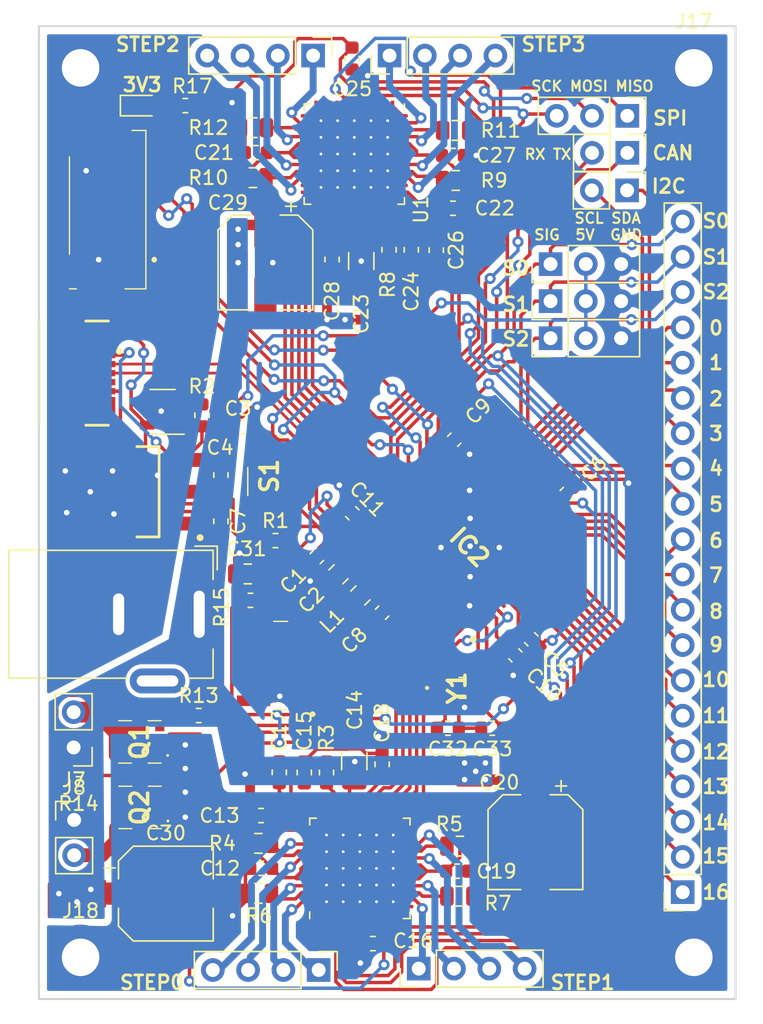
<source format=kicad_pcb>
(kicad_pcb (version 20171130) (host pcbnew "(5.1.6)-1")
  (layers (0 F.Cu signal) (31 B.Cu signal) (34 B.Paste user) (35 F.Paste user) (36 B.SilkS user) (37 F.SilkS user) (38 B.Mask user) (39 F.Mask user) (44 Edge.Cuts user))
  (net 0 "")
  (net 1 GND)
  (net 2 /VDDCORE)
  (net 3 /RESET)
  (net 4 +5V)
  (net 5 "Net-(D1-Pad2)")
  (net 6 /SWDIO)
  (net 7 /SWCLK)
  (net 8 +3V3)
  (net 9 /VSW)
  (net 10 "Net-(IC2-Pad51)")
  (net 11 /MOSI)
  (net 12 /MISO)
  (net 13 /D+)
  (net 14 /D-)
  (net 15 /RX)
  (net 16 /TX)
  (net 17 /SCL)
  (net 18 /SDA)
  (net 19 "Net-(IC2-Pad6)")
  (net 20 "Net-(IC2-Pad3)")
  (net 21 "Net-(J1-PadG4)")
  (net 22 "Net-(J1-PadG3)")
  (net 23 "Net-(J1-Pad8)")
  (net 24 /SCK)
  (net 25 /SD_CS)
  (net 26 "Net-(J1-Pad1)")
  (net 27 "Net-(U1-Pad24)")
  (net 28 "Net-(U1-Pad10)")
  (net 29 "Net-(U1-Pad9)")
  (net 30 "Net-(U2-Pad24)")
  (net 31 "Net-(U2-Pad10)")
  (net 32 "Net-(U2-Pad9)")
  (net 33 "Net-(J3-Pad4)")
  (net 34 /AREF)
  (net 35 "Net-(R2-Pad2)")
  (net 36 "Net-(U3-Pad4)")
  (net 37 +VDC)
  (net 38 /D0_VCP)
  (net 39 /D0_5VO)
  (net 40 /D0_VCC)
  (net 41 "Net-(C17-Pad2)")
  (net 42 "Net-(C17-Pad1)")
  (net 43 /D1_VCP)
  (net 44 /D1_5VO)
  (net 45 /D1_VCC)
  (net 46 "Net-(C26-Pad2)")
  (net 47 "Net-(C26-Pad1)")
  (net 48 /D1_S0_2B)
  (net 49 /D1_S0_1B)
  (net 50 /D1_S0_2A)
  (net 51 /D1_S0_1A)
  (net 52 /D1_S1_2B)
  (net 53 /D1_S1_1B)
  (net 54 /D1_S1_2A)
  (net 55 /D1_S1_1A)
  (net 56 /D0_S0_2B)
  (net 57 /D0_S0_1B)
  (net 58 /D0_S0_2A)
  (net 59 /D0_S0_1A)
  (net 60 /D0_S1_2B)
  (net 61 /D0_S1_1B)
  (net 62 /D0_S1_2A)
  (net 63 /D0_S1_1A)
  (net 64 "Net-(R4-Pad2)")
  (net 65 "Net-(R5-Pad2)")
  (net 66 "Net-(R6-Pad1)")
  (net 67 "Net-(R7-Pad1)")
  (net 68 "Net-(R9-Pad2)")
  (net 69 "Net-(R10-Pad2)")
  (net 70 "Net-(R11-Pad1)")
  (net 71 "Net-(R12-Pad1)")
  (net 72 /D1_EN)
  (net 73 /D1_S0_STEP)
  (net 74 /D1_S1_DIR)
  (net 75 /D1_S1_STEP)
  (net 76 /D1_CS)
  (net 77 /D0_EN)
  (net 78 /D0_S0_STEP)
  (net 79 /D0_S1_DIR)
  (net 80 /D0_S1_STEP)
  (net 81 /D0_CS)
  (net 82 /D1_S0_DIR)
  (net 83 /D0_S0_DIR)
  (net 84 "Net-(Q1-Pad4)")
  (net 85 "Net-(Q2-Pad4)")
  (net 86 "Net-(J6-Pad10)")
  (net 87 "Net-(J6-Pad9)")
  (net 88 "Net-(J6-Pad8)")
  (net 89 "Net-(J6-Pad7)")
  (net 90 "Net-(J6-Pad6)")
  (net 91 "Net-(J6-Pad5)")
  (net 92 "Net-(J7-Pad2)")
  (net 93 "Net-(J8-Pad2)")
  (net 94 /GATE0)
  (net 95 /GATE1)
  (net 96 /OSC1)
  (net 97 /OSC0)
  (net 98 /SERVO0)
  (net 99 /SERVO1)
  (net 100 /SERVO2)
  (net 101 /GEN16)
  (net 102 /GEN15)
  (net 103 /GEN14)
  (net 104 /GEN13)
  (net 105 /GEN12)
  (net 106 /GEN11)
  (net 107 /GEN10)
  (net 108 /GEN9)
  (net 109 /GEN8)
  (net 110 /GEN7)
  (net 111 /GEN6)
  (net 112 /GEN5)
  (net 113 /GEN4)
  (net 114 /GEN3)
  (net 115 /GEN2)
  (net 116 /GEN1)
  (net 117 /GEN0)
  (net 118 "Net-(S1-Pad5)")
  (net 119 "Net-(S1-Pad4)")
  (net 120 "Net-(S1-Pad3)")
  (net 121 "Net-(S1-Pad2)")
  (net 122 "Net-(S1-Pad1)")
  (module SamacSys_Parts:KMR421GULCLFS (layer F.Cu) (at 35.3 158.65 270)
    (fp_text reference S1 (at -0.4 -0.15 90) (layer F.SilkS) (effects (font (size 1.27 1.27) (thickness 0.254))))
    (fp_text value KMR243GLFG hide)
    (pad 5 smd rect (at 0 -1.425) (size 0.55 1.7) (layers F.Cu F.Paste F.Mask) (net 118 "Net-(S1-Pad5)"))
    (pad 4 smd rect (at 2.05 -0.8 270) (size 0.9 1) (layers F.Cu F.Paste F.Mask) (net 119 "Net-(S1-Pad4)"))
    (pad 3 smd rect (at 2.05 0.8 270) (size 0.9 1) (layers F.Cu F.Paste F.Mask) (net 120 "Net-(S1-Pad3)"))
    (pad 2 smd rect (at -2.05 0.8 270) (size 0.9 1) (layers F.Cu F.Paste F.Mask) (net 121 "Net-(S1-Pad2)"))
    (pad 1 smd rect (at -2.05 -0.8 270) (size 0.9 1) (layers F.Cu F.Paste F.Mask) (net 122 "Net-(S1-Pad1)"))
  )
  (module Connector_PinHeader_2.54mm:PinHeader_1x04_P2.54mm_Vertical (layer F.Cu) (at 39 193.8 270)
    (fp_text reference J11 hide)
    (fp_text value Conn_01x04)
    (pad 4 thru_hole oval (at 0 7.62 270) (size 1.7 1.7) (drill 1) (layers *.Cu *.Mask) (net 60 /D0_S1_2B))
    (pad 3 thru_hole oval (at 0 5.08 270) (size 1.7 1.7) (drill 1) (layers *.Cu *.Mask) (net 61 /D0_S1_1B))
    (pad 2 thru_hole oval (at 0 2.54 270) (size 1.7 1.7) (drill 1) (layers *.Cu *.Mask) (net 62 /D0_S1_2A))
    (pad 1 thru_hole rect (at 0 0 270) (size 1.7 1.7) (drill 1) (layers *.Cu *.Mask) (net 63 /D0_S1_1A))
  )
  (module Connector_PinHeader_2.54mm:PinHeader_1x04_P2.54mm_Vertical (layer F.Cu) (at 46.2 193.7 90)
    (fp_text reference J10 hide)
    (fp_text value Conn_01x04)
    (pad 4 thru_hole oval (at 0 7.62 90) (size 1.7 1.7) (drill 1) (layers *.Cu *.Mask) (net 56 /D0_S0_2B))
    (pad 3 thru_hole oval (at 0 5.08 90) (size 1.7 1.7) (drill 1) (layers *.Cu *.Mask) (net 57 /D0_S0_1B))
    (pad 2 thru_hole oval (at 0 2.54 90) (size 1.7 1.7) (drill 1) (layers *.Cu *.Mask) (net 58 /D0_S0_2A))
    (pad 1 thru_hole rect (at 0 0 90) (size 1.7 1.7) (drill 1) (layers *.Cu *.Mask) (net 59 /D0_S0_1A))
  )
  (module Connector_PinHeader_2.54mm:PinHeader_1x04_P2.54mm_Vertical (layer F.Cu) (at 44.1 128 90)
    (fp_text reference J5 hide)
    (fp_text value Conn_01x04)
    (pad 4 thru_hole oval (at 0 7.62 90) (size 1.7 1.7) (drill 1) (layers *.Cu *.Mask) (net 52 /D1_S1_2B))
    (pad 3 thru_hole oval (at 0 5.08 90) (size 1.7 1.7) (drill 1) (layers *.Cu *.Mask) (net 53 /D1_S1_1B))
    (pad 2 thru_hole oval (at 0 2.54 90) (size 1.7 1.7) (drill 1) (layers *.Cu *.Mask) (net 54 /D1_S1_2A))
    (pad 1 thru_hole rect (at 0 0 90) (size 1.7 1.7) (drill 1) (layers *.Cu *.Mask) (net 55 /D1_S1_1A))
  )
  (module Connector_PinHeader_2.54mm:PinHeader_1x04_P2.54mm_Vertical (layer F.Cu) (at 38.6 128 270)
    (fp_text reference J4 hide)
    (fp_text value Conn_01x04)
    (pad 4 thru_hole oval (at 0 7.62 270) (size 1.7 1.7) (drill 1) (layers *.Cu *.Mask) (net 48 /D1_S0_2B))
    (pad 3 thru_hole oval (at 0 5.08 270) (size 1.7 1.7) (drill 1) (layers *.Cu *.Mask) (net 49 /D1_S0_1B))
    (pad 2 thru_hole oval (at 0 2.54 270) (size 1.7 1.7) (drill 1) (layers *.Cu *.Mask) (net 50 /D1_S0_2A))
    (pad 1 thru_hole rect (at 0 0 270) (size 1.7 1.7) (drill 1) (layers *.Cu *.Mask) (net 51 /D1_S0_1A))
  )
  (module Connector_PinSocket_2.54mm:PinSocket_1x20_P2.54mm_Vertical (layer F.Cu) (at 65.2 188.2 180)
    (fp_text reference J14 hide)
    (fp_text value Conn_01x20)
    (pad 20 thru_hole oval (at 0 48.26 180) (size 1.7 1.7) (drill 1) (layers *.Cu *.Mask) (net 98 /SERVO0))
    (pad 19 thru_hole oval (at 0 45.72 180) (size 1.7 1.7) (drill 1) (layers *.Cu *.Mask) (net 99 /SERVO1))
    (pad 18 thru_hole oval (at 0 43.18 180) (size 1.7 1.7) (drill 1) (layers *.Cu *.Mask) (net 100 /SERVO2))
    (pad 17 thru_hole oval (at 0 40.64 180) (size 1.7 1.7) (drill 1) (layers *.Cu *.Mask) (net 101 /GEN16))
    (pad 16 thru_hole oval (at 0 38.1 180) (size 1.7 1.7) (drill 1) (layers *.Cu *.Mask) (net 102 /GEN15))
    (pad 15 thru_hole oval (at 0 35.56 180) (size 1.7 1.7) (drill 1) (layers *.Cu *.Mask) (net 103 /GEN14))
    (pad 14 thru_hole oval (at 0 33.02 180) (size 1.7 1.7) (drill 1) (layers *.Cu *.Mask) (net 104 /GEN13))
    (pad 13 thru_hole oval (at 0 30.48 180) (size 1.7 1.7) (drill 1) (layers *.Cu *.Mask) (net 105 /GEN12))
    (pad 12 thru_hole oval (at 0 27.94 180) (size 1.7 1.7) (drill 1) (layers *.Cu *.Mask) (net 106 /GEN11))
    (pad 11 thru_hole oval (at 0 25.4 180) (size 1.7 1.7) (drill 1) (layers *.Cu *.Mask) (net 107 /GEN10))
    (pad 10 thru_hole oval (at 0 22.86 180) (size 1.7 1.7) (drill 1) (layers *.Cu *.Mask) (net 108 /GEN9))
    (pad 9 thru_hole oval (at 0 20.32 180) (size 1.7 1.7) (drill 1) (layers *.Cu *.Mask) (net 109 /GEN8))
    (pad 8 thru_hole oval (at 0 17.78 180) (size 1.7 1.7) (drill 1) (layers *.Cu *.Mask) (net 110 /GEN7))
    (pad 7 thru_hole oval (at 0 15.24 180) (size 1.7 1.7) (drill 1) (layers *.Cu *.Mask) (net 111 /GEN6))
    (pad 6 thru_hole oval (at 0 12.7 180) (size 1.7 1.7) (drill 1) (layers *.Cu *.Mask) (net 112 /GEN5))
    (pad 5 thru_hole oval (at 0 10.16 180) (size 1.7 1.7) (drill 1) (layers *.Cu *.Mask) (net 113 /GEN4))
    (pad 4 thru_hole oval (at 0 7.62 180) (size 1.7 1.7) (drill 1) (layers *.Cu *.Mask) (net 114 /GEN3))
    (pad 3 thru_hole oval (at 0 5.08 180) (size 1.7 1.7) (drill 1) (layers *.Cu *.Mask) (net 115 /GEN2))
    (pad 2 thru_hole oval (at 0 2.54 180) (size 1.7 1.7) (drill 1) (layers *.Cu *.Mask) (net 116 /GEN1))
    (pad 1 thru_hole rect (at 0 0 180) (size 1.7 1.7) (drill 1) (layers *.Cu *.Mask) (net 117 /GEN0))
  )
  (module Capacitor_SMD:C_0805_2012Metric (layer F.Cu) (at 33.9 165.3 180)
    (fp_text reference C31 (at 0.1 1.8) (layer F.SilkS))
    (fp_text value 10uF)
    (pad 2 smd roundrect (at 0.9375 0 180) (size 0.975 1.4) (layers F.Cu F.Paste F.Mask) (net 1 GND))
    (pad 1 smd roundrect (at -0.9375 0 180) (size 0.975 1.4) (layers F.Cu F.Paste F.Mask) (net 8 +3V3))
  )
  (module Connector_PinHeader_2.54mm:PinHeader_1x02_P2.54mm_Vertical (layer F.Cu) (at 61.214 135.001 270)
    (fp_text reference J21 hide)
    (fp_text value Conn_01x02)
    (pad 2 thru_hole oval (at 0 2.54 270) (size 1.7 1.7) (drill 1) (layers *.Cu *.Mask) (net 15 /RX))
    (pad 1 thru_hole rect (at 0 0 270) (size 1.7 1.7) (drill 1) (layers *.Cu *.Mask) (net 16 /TX))
  )
  (module Connector_PinHeader_2.54mm:PinHeader_1x03_P2.54mm_Vertical (layer F.Cu) (at 55.688 148.336 90)
    (fp_text reference J16 hide)
    (fp_text value Conn_01x03)
    (pad 3 thru_hole oval (at 0 5.08 90) (size 1.7 1.7) (drill 1) (layers *.Cu *.Mask) (net 1 GND))
    (pad 2 thru_hole oval (at 0 2.54 90) (size 1.7 1.7) (drill 1) (layers *.Cu *.Mask) (net 4 +5V))
    (pad 1 thru_hole rect (at 0 0 90) (size 1.7 1.7) (drill 1) (layers *.Cu *.Mask) (net 100 /SERVO2))
  )
  (module Connector_PinHeader_2.54mm:PinHeader_1x03_P2.54mm_Vertical (layer F.Cu) (at 55.688 145.669 90)
    (fp_text reference J15 hide)
    (fp_text value Conn_01x03)
    (pad 3 thru_hole oval (at 0 5.08 90) (size 1.7 1.7) (drill 1) (layers *.Cu *.Mask) (net 1 GND))
    (pad 2 thru_hole oval (at 0 2.54 90) (size 1.7 1.7) (drill 1) (layers *.Cu *.Mask) (net 4 +5V))
    (pad 1 thru_hole rect (at 0 0 90) (size 1.7 1.7) (drill 1) (layers *.Cu *.Mask) (net 99 /SERVO1))
  )
  (module Connector_PinHeader_2.54mm:PinHeader_1x03_P2.54mm_Vertical (layer F.Cu) (at 55.688 143.002 90)
    (fp_text reference J13 hide)
    (fp_text value Conn_01x03)
    (pad 3 thru_hole oval (at 0 5.08 90) (size 1.7 1.7) (drill 1) (layers *.Cu *.Mask) (net 1 GND))
    (pad 2 thru_hole oval (at 0 2.54 90) (size 1.7 1.7) (drill 1) (layers *.Cu *.Mask) (net 4 +5V))
    (pad 1 thru_hole rect (at 0 0 90) (size 1.7 1.7) (drill 1) (layers *.Cu *.Mask) (net 98 /SERVO0))
  )
  (module Connector_PinHeader_2.54mm:PinHeader_1x03_P2.54mm_Vertical (layer F.Cu) (at 61.214 132.334 270)
    (fp_text reference J12 hide)
    (fp_text value Conn_01x03)
    (pad 3 thru_hole oval (at 0 5.08 270) (size 1.7 1.7) (drill 1) (layers *.Cu *.Mask) (net 24 /SCK))
    (pad 2 thru_hole oval (at 0 2.54 270) (size 1.7 1.7) (drill 1) (layers *.Cu *.Mask) (net 11 /MOSI))
    (pad 1 thru_hole rect (at 0 0 270) (size 1.7 1.7) (drill 1) (layers *.Cu *.Mask) (net 12 /MISO))
  )
  (module Connector_PinHeader_2.54mm:PinHeader_1x02_P2.54mm_Vertical (layer F.Cu) (at 61.2 137.7 270)
    (fp_text reference J9 hide)
    (fp_text value Conn_01x02)
    (pad 2 thru_hole oval (at 0 2.54 270) (size 1.7 1.7) (drill 1) (layers *.Cu *.Mask) (net 17 /SCL))
    (pad 1 thru_hole rect (at 0 0 270) (size 1.7 1.7) (drill 1) (layers *.Cu *.Mask) (net 18 /SDA))
  )
  (module Resistor_SMD:R_0603_1608Metric (layer F.Cu) (at 34.0875 167.2)
    (fp_text reference R15 (at -2.0875 0.5 90) (layer F.SilkS))
    (fp_text value 10k)
    (pad 2 smd roundrect (at 0.7875 0) (size 0.875 0.95) (layers F.Cu F.Paste F.Mask) (net 7 /SWCLK))
    (pad 1 smd roundrect (at -0.7875 0) (size 0.875 0.95) (layers F.Cu F.Paste F.Mask) (net 8 +3V3))
  )
  (module Capacitor_SMD:C_0603_1608Metric (layer F.Cu) (at 51.4875 176.4 180)
    (fp_text reference C33 (at -0.0125 -1.5) (layer F.SilkS))
    (fp_text value 22nF)
    (pad 2 smd roundrect (at 0.7875 0 180) (size 0.875 0.95) (layers F.Cu F.Paste F.Mask) (net 1 GND))
    (pad 1 smd roundrect (at -0.7875 0 180) (size 0.875 0.95) (layers F.Cu F.Paste F.Mask) (net 96 /OSC1))
  )
  (module Capacitor_SMD:C_0603_1608Metric (layer F.Cu) (at 48.3 176.4 180)
    (fp_text reference C32 (at 0 -1.5) (layer F.SilkS))
    (fp_text value 22nF)
    (pad 2 smd roundrect (at 0.7875 0 180) (size 0.875 0.95) (layers F.Cu F.Paste F.Mask) (net 97 /OSC0))
    (pad 1 smd roundrect (at -0.7875 0 180) (size 0.875 0.95) (layers F.Cu F.Paste F.Mask) (net 1 GND))
  )
  (module Resistor_SMD:R_0603_1608Metric (layer F.Cu) (at 21.7125 180.4 180)
    (fp_text reference R14 (at 0 -1.43) (layer F.SilkS))
    (fp_text value 174)
    (pad 2 smd roundrect (at 0.7875 0 180) (size 0.875 0.95) (layers F.Cu F.Paste F.Mask) (net 95 /GATE1))
    (pad 1 smd roundrect (at -0.7875 0 180) (size 0.875 0.95) (layers F.Cu F.Paste F.Mask) (net 85 "Net-(Q2-Pad4)"))
  )
  (module Resistor_SMD:R_0603_1608Metric (layer F.Cu) (at 30.364 175.486)
    (fp_text reference R13 (at 0 -1.43) (layer F.SilkS))
    (fp_text value 174)
    (pad 2 smd roundrect (at 0.7875 0) (size 0.875 0.95) (layers F.Cu F.Paste F.Mask) (net 94 /GATE0))
    (pad 1 smd roundrect (at -0.7875 0) (size 0.875 0.95) (layers F.Cu F.Paste F.Mask) (net 84 "Net-(Q1-Pad4)"))
  )
  (module Connector_PinHeader_2.54mm:PinHeader_1x02_P2.54mm_Vertical (layer F.Cu) (at 21.4 183)
    (fp_text reference J8 (at 0 -2.33) (layer F.SilkS))
    (fp_text value Conn_01x02)
    (pad 2 thru_hole oval (at 0 2.54) (size 1.7 1.7) (drill 1) (layers *.Cu *.Mask) (net 93 "Net-(J8-Pad2)"))
    (pad 1 thru_hole rect (at 0 0) (size 1.7 1.7) (drill 1) (layers *.Cu *.Mask) (net 37 +VDC))
  )
  (module Connector_PinHeader_2.54mm:PinHeader_1x02_P2.54mm_Vertical (layer F.Cu) (at 21.364 177.786 180)
    (fp_text reference J7 (at 0 -2.33) (layer F.SilkS))
    (fp_text value Conn_01x02)
    (pad 2 thru_hole oval (at 0 2.54 180) (size 1.7 1.7) (drill 1) (layers *.Cu *.Mask) (net 92 "Net-(J7-Pad2)"))
    (pad 1 thru_hole rect (at 0 0 180) (size 1.7 1.7) (drill 1) (layers *.Cu *.Mask) (net 37 +VDC))
  )
  (module Connector_BarrelJack:BarrelJack_Wuerth_6941xx301002 (layer F.Cu) (at 30.4 168.2 270)
    (fp_text reference J2 hide)
    (fp_text value Conn_01x02)
    (pad 1 thru_hole rect (at 0 0 270) (size 4.4 1.8) (drill oval 3.4 0.8) (layers *.Cu *.Mask) (net 37 +VDC))
    (pad 2 thru_hole oval (at 0 5.8 270) (size 4 1.8) (drill oval 3 0.8) (layers *.Cu *.Mask) (net 1 GND))
    (pad 3 thru_hole oval (at 4.8 3) (size 4 1.8) (drill oval 3 0.8) (layers *.Cu *.Mask))
  )
  (module SamacSys_Parts:LFXTAL009678REEL (layer F.Cu) (at 49.35 173.5)
    (fp_text reference Y1 (at -0.4 0 270) (layer F.SilkS) (effects (font (size 1.27 1.27) (thickness 0.254))))
    (fp_text value LFXTAL009678REEL hide)
    (pad 2 smd rect (at 1.25 0) (size 1.1 1.9) (layers F.Cu F.Paste F.Mask) (net 96 /OSC1))
    (pad 1 smd rect (at -1.25 0) (size 1.1 1.9) (layers F.Cu F.Paste F.Mask) (net 97 /OSC0))
  )
  (module SamacSys_Parts:2002112100010C4LF (layer F.Cu) (at 36.264 171.886 90)
    (fp_text reference J6 hide)
    (fp_text value 20021121-00010C4LF hide)
    (pad 10 smd rect (at 2.54 -1.95 90) (size 0.76 2.4) (layers F.Cu F.Paste F.Mask) (net 86 "Net-(J6-Pad10)"))
    (pad 9 smd rect (at 2.54 1.95 90) (size 0.76 2.4) (layers F.Cu F.Paste F.Mask) (net 87 "Net-(J6-Pad9)"))
    (pad 8 smd rect (at 1.27 -1.95 90) (size 0.76 2.4) (layers F.Cu F.Paste F.Mask) (net 88 "Net-(J6-Pad8)"))
    (pad 7 smd rect (at 1.27 1.95 90) (size 0.76 2.4) (layers F.Cu F.Paste F.Mask) (net 89 "Net-(J6-Pad7)"))
    (pad 6 smd rect (at 0 -1.95 90) (size 0.76 2.4) (layers F.Cu F.Paste F.Mask) (net 90 "Net-(J6-Pad6)"))
    (pad 5 smd rect (at 0 1.95 90) (size 0.76 2.4) (layers F.Cu F.Paste F.Mask) (net 91 "Net-(J6-Pad5)"))
    (pad 4 smd rect (at -1.27 -1.95 90) (size 0.76 2.4) (layers F.Cu F.Paste F.Mask) (net 7 /SWCLK))
    (pad 3 smd rect (at -1.27 1.95 90) (size 0.76 2.4) (layers F.Cu F.Paste F.Mask) (net 6 /SWDIO))
    (pad 2 smd rect (at -2.54 -1.95 90) (size 0.76 2.4) (layers F.Cu F.Paste F.Mask) (net 1 GND))
    (pad 1 smd rect (at -2.54 1.95 90) (size 0.76 2.4) (layers F.Cu F.Paste F.Mask) (net 8 +3V3))
  )
  (module SamacSys_Parts:NVTFS6H854NTAG (layer F.Cu) (at 26.15 182.1 270)
    (fp_text reference Q2 (at 0 0.035 90) (layer F.SilkS) (effects (font (size 1.27 1.27) (thickness 0.254))))
    (fp_text value NVTFS5C680NLTAG hide)
    (pad 11 smd rect (at -1.458 0 270) (size 0.545 0.57) (layers F.Cu F.Paste F.Mask))
    (pad 10 smd rect (at 1.458 0 270) (size 0.545 0.57) (layers F.Cu F.Paste F.Mask))
    (pad 9 smd rect (at 0 0.45) (size 1.83 2.37) (layers F.Cu F.Paste F.Mask))
    (pad 8 smd rect (at 0.975 1.6 270) (size 0.42 0.47) (layers F.Cu F.Paste F.Mask) (net 93 "Net-(J8-Pad2)"))
    (pad 7 smd rect (at 0.325 1.6 270) (size 0.42 0.47) (layers F.Cu F.Paste F.Mask) (net 93 "Net-(J8-Pad2)"))
    (pad 6 smd rect (at -0.325 1.6 270) (size 0.42 0.47) (layers F.Cu F.Paste F.Mask) (net 93 "Net-(J8-Pad2)"))
    (pad 5 smd rect (at -0.975 1.6 270) (size 0.42 0.47) (layers F.Cu F.Paste F.Mask) (net 93 "Net-(J8-Pad2)"))
    (pad 4 smd rect (at -0.975 -1.435 270) (size 0.42 0.66) (layers F.Cu F.Paste F.Mask) (net 85 "Net-(Q2-Pad4)"))
    (pad 3 smd rect (at -0.325 -1.435 270) (size 0.42 0.66) (layers F.Cu F.Paste F.Mask) (net 1 GND))
    (pad 2 smd rect (at 0.325 -1.435 270) (size 0.42 0.66) (layers F.Cu F.Paste F.Mask) (net 1 GND))
    (pad 1 smd rect (at 0.975 -1.435 270) (size 0.42 0.66) (layers F.Cu F.Paste F.Mask) (net 1 GND))
  )
  (module SamacSys_Parts:NVTFS6H854NTAG (layer F.Cu) (at 26.129 177.386 270)
    (fp_text reference Q1 (at 0 0.035 90) (layer F.SilkS) (effects (font (size 1.27 1.27) (thickness 0.254))))
    (fp_text value NVTFS5C680NLTAG hide)
    (pad 11 smd rect (at -1.458 0 270) (size 0.545 0.57) (layers F.Cu F.Paste F.Mask))
    (pad 10 smd rect (at 1.458 0 270) (size 0.545 0.57) (layers F.Cu F.Paste F.Mask))
    (pad 9 smd rect (at 0 0.45) (size 1.83 2.37) (layers F.Cu F.Paste F.Mask))
    (pad 8 smd rect (at 0.975 1.6 270) (size 0.42 0.47) (layers F.Cu F.Paste F.Mask) (net 92 "Net-(J7-Pad2)"))
    (pad 7 smd rect (at 0.325 1.6 270) (size 0.42 0.47) (layers F.Cu F.Paste F.Mask) (net 92 "Net-(J7-Pad2)"))
    (pad 6 smd rect (at -0.325 1.6 270) (size 0.42 0.47) (layers F.Cu F.Paste F.Mask) (net 92 "Net-(J7-Pad2)"))
    (pad 5 smd rect (at -0.975 1.6 270) (size 0.42 0.47) (layers F.Cu F.Paste F.Mask) (net 92 "Net-(J7-Pad2)"))
    (pad 4 smd rect (at -0.975 -1.435 270) (size 0.42 0.66) (layers F.Cu F.Paste F.Mask) (net 84 "Net-(Q1-Pad4)"))
    (pad 3 smd rect (at -0.325 -1.435 270) (size 0.42 0.66) (layers F.Cu F.Paste F.Mask) (net 1 GND))
    (pad 2 smd rect (at 0.325 -1.435 270) (size 0.42 0.66) (layers F.Cu F.Paste F.Mask) (net 1 GND))
    (pad 1 smd rect (at 0.975 -1.435 270) (size 0.42 0.66) (layers F.Cu F.Paste F.Mask) (net 1 GND))
  )
  (module Resistor_SMD:R_0805_2012Metric (layer F.Cu) (at 34.3015 133.186 180)
    (fp_text reference R12 (at 3.2375 0) (layer F.SilkS))
    (fp_text value 0R2)
    (pad 2 smd roundrect (at 0.9375 0 180) (size 0.975 1.4) (layers F.Cu F.Paste F.Mask) (net 1 GND))
    (pad 1 smd roundrect (at -0.9375 0 180) (size 0.975 1.4) (layers F.Cu F.Paste F.Mask) (net 71 "Net-(R12-Pad1)"))
  )
  (module Resistor_SMD:R_0805_2012Metric (layer F.Cu) (at 48.864 133.386)
    (fp_text reference R11 (at 3.2375 0) (layer F.SilkS))
    (fp_text value 0R2)
    (pad 2 smd roundrect (at 0.9375 0) (size 0.975 1.4) (layers F.Cu F.Paste F.Mask) (net 1 GND))
    (pad 1 smd roundrect (at -0.9375 0) (size 0.975 1.4) (layers F.Cu F.Paste F.Mask) (net 70 "Net-(R11-Pad1)"))
  )
  (module Resistor_SMD:R_0805_2012Metric (layer F.Cu) (at 34.264 136.786)
    (fp_text reference R10 (at -3.2 0) (layer F.SilkS))
    (fp_text value 0R2)
    (pad 2 smd roundrect (at 0.9375 0) (size 0.975 1.4) (layers F.Cu F.Paste F.Mask) (net 69 "Net-(R10-Pad2)"))
    (pad 1 smd roundrect (at -0.9375 0) (size 0.975 1.4) (layers F.Cu F.Paste F.Mask) (net 1 GND))
  )
  (module Resistor_SMD:R_0805_2012Metric (layer F.Cu) (at 48.864 136.986 180)
    (fp_text reference R9 (at -2.7625 0) (layer F.SilkS))
    (fp_text value 0R2)
    (pad 2 smd roundrect (at 0.9375 0 180) (size 0.975 1.4) (layers F.Cu F.Paste F.Mask) (net 68 "Net-(R9-Pad2)"))
    (pad 1 smd roundrect (at -0.9375 0 180) (size 0.975 1.4) (layers F.Cu F.Paste F.Mask) (net 1 GND))
  )
  (module Resistor_SMD:R_0603_1608Metric (layer F.Cu) (at 44.064 141.9735 90)
    (fp_text reference R8 (at -2.5125 -0.1 90) (layer F.SilkS))
    (fp_text value 2R2)
    (pad 2 smd roundrect (at 0.7875 0 90) (size 0.875 0.95) (layers F.Cu F.Paste F.Mask) (net 45 /D1_VCC))
    (pad 1 smd roundrect (at -0.7875 0 90) (size 0.875 0.95) (layers F.Cu F.Paste F.Mask) (net 44 /D1_5VO))
  )
  (module Resistor_SMD:R_0805_2012Metric (layer F.Cu) (at 49.164 188.486)
    (fp_text reference R7 (at 2.736 0.514) (layer F.SilkS))
    (fp_text value 0R2)
    (pad 2 smd roundrect (at 0.9375 0) (size 0.975 1.4) (layers F.Cu F.Paste F.Mask) (net 1 GND))
    (pad 1 smd roundrect (at -0.9375 0) (size 0.975 1.4) (layers F.Cu F.Paste F.Mask) (net 67 "Net-(R7-Pad1)"))
  )
  (module Resistor_SMD:R_0805_2012Metric (layer F.Cu) (at 34.664 188.286 180)
    (fp_text reference R6 (at -0.036 -1.614) (layer F.SilkS))
    (fp_text value 0R2)
    (pad 2 smd roundrect (at 0.9375 0 180) (size 0.975 1.4) (layers F.Cu F.Paste F.Mask) (net 1 GND))
    (pad 1 smd roundrect (at -0.9375 0 180) (size 0.975 1.4) (layers F.Cu F.Paste F.Mask) (net 66 "Net-(R6-Pad1)"))
  )
  (module Resistor_SMD:R_0805_2012Metric (layer F.Cu) (at 49.164 184.886 180)
    (fp_text reference R5 (at 0.764 1.586) (layer F.SilkS))
    (fp_text value 0R2)
    (pad 2 smd roundrect (at 0.9375 0 180) (size 0.975 1.4) (layers F.Cu F.Paste F.Mask) (net 65 "Net-(R5-Pad2)"))
    (pad 1 smd roundrect (at -0.9375 0 180) (size 0.975 1.4) (layers F.Cu F.Paste F.Mask) (net 1 GND))
  )
  (module Resistor_SMD:R_0805_2012Metric (layer F.Cu) (at 34.664 184.686)
    (fp_text reference R4 (at -2.6 0) (layer F.SilkS))
    (fp_text value 0R2)
    (pad 2 smd roundrect (at 0.9375 0) (size 0.975 1.4) (layers F.Cu F.Paste F.Mask) (net 64 "Net-(R4-Pad2)"))
    (pad 1 smd roundrect (at -0.9375 0) (size 0.975 1.4) (layers F.Cu F.Paste F.Mask) (net 1 GND))
  )
  (module Resistor_SMD:R_0603_1608Metric (layer F.Cu) (at 39.564 179.586 270)
    (fp_text reference R3 (at -2.5 0 90) (layer F.SilkS))
    (fp_text value 2R2)
    (pad 2 smd roundrect (at 0.7875 0 270) (size 0.875 0.95) (layers F.Cu F.Paste F.Mask) (net 40 /D0_VCC))
    (pad 1 smd roundrect (at -0.7875 0 270) (size 0.875 0.95) (layers F.Cu F.Paste F.Mask) (net 39 /D0_5VO))
  )
  (module Capacitor_SMD:CP_Elec_6.3x7.7 (layer F.Cu) (at 28 188.3)
    (fp_text reference C30 (at 0 -4.35) (layer F.SilkS))
    (fp_text value 47uF)
    (pad 2 smd roundrect (at 2.7 0) (size 3.5 1.6) (layers F.Cu F.Paste F.Mask) (roundrect_rratio 0.15625) (net 1 GND))
    (pad 1 smd roundrect (at -2.7 0) (size 3.5 1.6) (layers F.Cu F.Paste F.Mask) (roundrect_rratio 0.15625) (net 37 +VDC))
  )
  (module Capacitor_SMD:CP_Elec_6.3x7.7 (layer F.Cu) (at 35.164 142.886 270)
    (fp_text reference C29 (at -4.3 2.7 180) (layer F.SilkS))
    (fp_text value 47uF)
    (pad 2 smd roundrect (at 2.7 0 270) (size 3.5 1.6) (layers F.Cu F.Paste F.Mask) (roundrect_rratio 0.15625) (net 1 GND))
    (pad 1 smd roundrect (at -2.7 0 270) (size 3.5 1.6) (layers F.Cu F.Paste F.Mask) (roundrect_rratio 0.15625) (net 37 +VDC))
  )
  (module Capacitor_SMD:C_0603_1608Metric (layer F.Cu) (at 39.964 142.6735 90)
    (fp_text reference C28 (at -2.9875 0 90) (layer F.SilkS))
    (fp_text value 100nF)
    (pad 2 smd roundrect (at 0.7875 0 90) (size 0.875 0.95) (layers F.Cu F.Paste F.Mask) (net 37 +VDC))
    (pad 1 smd roundrect (at -0.7875 0 90) (size 0.875 0.95) (layers F.Cu F.Paste F.Mask) (net 1 GND))
  )
  (module Capacitor_SMD:C_0603_1608Metric (layer F.Cu) (at 48.664 135.186 180)
    (fp_text reference C27 (at -3.1 0) (layer F.SilkS))
    (fp_text value 100nF)
    (pad 2 smd roundrect (at 0.7875 0 180) (size 0.875 0.95) (layers F.Cu F.Paste F.Mask) (net 37 +VDC))
    (pad 1 smd roundrect (at -0.7875 0 180) (size 0.875 0.95) (layers F.Cu F.Paste F.Mask) (net 1 GND))
  )
  (module Capacitor_SMD:C_0603_1608Metric (layer F.Cu) (at 47.464 141.9985 270)
    (fp_text reference C26 (at 0 -1.43 90) (layer F.SilkS))
    (fp_text value 22nF)
    (pad 2 smd roundrect (at 0.7875 0 270) (size 0.875 0.95) (layers F.Cu F.Paste F.Mask) (net 46 "Net-(C26-Pad2)"))
    (pad 1 smd roundrect (at -0.7875 0 270) (size 0.875 0.95) (layers F.Cu F.Paste F.Mask) (net 47 "Net-(C26-Pad1)"))
  )
  (module Capacitor_SMD:C_0603_1608Metric (layer F.Cu) (at 41.4 128.2125 90)
    (fp_text reference C25 (at -2.1875 0 180) (layer F.SilkS))
    (fp_text value 100nF)
    (pad 2 smd roundrect (at 0.7875 0 90) (size 0.875 0.95) (layers F.Cu F.Paste F.Mask) (net 8 +3V3))
    (pad 1 smd roundrect (at -0.7875 0 90) (size 0.875 0.95) (layers F.Cu F.Paste F.Mask) (net 1 GND))
  )
  (module Capacitor_SMD:C_0603_1608Metric (layer F.Cu) (at 45.664 141.9735 270)
    (fp_text reference C24 (at 3.0125 0 90) (layer F.SilkS))
    (fp_text value 470nF)
    (pad 2 smd roundrect (at 0.7875 0 270) (size 0.875 0.95) (layers F.Cu F.Paste F.Mask) (net 1 GND))
    (pad 1 smd roundrect (at -0.7875 0 270) (size 0.875 0.95) (layers F.Cu F.Paste F.Mask) (net 45 /D1_VCC))
  )
  (module Capacitor_SMD:C_1206_3216Metric (layer F.Cu) (at 42.064 142.786 90)
    (fp_text reference C23 (at -3.8 0 270) (layer F.SilkS))
    (fp_text value 4.7uF)
    (pad 2 smd roundrect (at 1.4 0 90) (size 1.25 1.75) (layers F.Cu F.Paste F.Mask) (roundrect_rratio 0.2) (net 44 /D1_5VO))
    (pad 1 smd roundrect (at -1.4 0 90) (size 1.25 1.75) (layers F.Cu F.Paste F.Mask) (roundrect_rratio 0.2) (net 1 GND))
  )
  (module Capacitor_SMD:C_0603_1608Metric (layer F.Cu) (at 48.664 138.986 180)
    (fp_text reference C22 (at -3.0125 0) (layer F.SilkS))
    (fp_text value 100nF)
    (pad 2 smd roundrect (at 0.7875 0 180) (size 0.875 0.95) (layers F.Cu F.Paste F.Mask) (net 43 /D1_VCP))
    (pad 1 smd roundrect (at -0.7875 0 180) (size 0.875 0.95) (layers F.Cu F.Paste F.Mask) (net 37 +VDC))
  )
  (module Capacitor_SMD:C_0603_1608Metric (layer F.Cu) (at 34.4765 134.986)
    (fp_text reference C21 (at -3.0125 0) (layer F.SilkS))
    (fp_text value 100nF)
    (pad 2 smd roundrect (at 0.7875 0) (size 0.875 0.95) (layers F.Cu F.Paste F.Mask) (net 37 +VDC))
    (pad 1 smd roundrect (at -0.7875 0) (size 0.875 0.95) (layers F.Cu F.Paste F.Mask) (net 1 GND))
  )
  (module Capacitor_SMD:CP_Elec_6.3x7.7 (layer F.Cu) (at 54.6 184.6 270)
    (fp_text reference C20 (at -4.3 2.6 180) (layer F.SilkS))
    (fp_text value 47uF)
    (pad 2 smd roundrect (at 2.7 0 270) (size 3.5 1.6) (layers F.Cu F.Paste F.Mask) (roundrect_rratio 0.15625) (net 1 GND))
    (pad 1 smd roundrect (at -2.7 0 270) (size 3.5 1.6) (layers F.Cu F.Paste F.Mask) (roundrect_rratio 0.15625) (net 37 +VDC))
  )
  (module Capacitor_SMD:C_0603_1608Metric (layer F.Cu) (at 48.964 186.686 180)
    (fp_text reference C19 (at -2.836 -0.014 180) (layer F.SilkS))
    (fp_text value 100nF)
    (pad 2 smd roundrect (at 0.7875 0 180) (size 0.875 0.95) (layers F.Cu F.Paste F.Mask) (net 37 +VDC))
    (pad 1 smd roundrect (at -0.7875 0 180) (size 0.875 0.95) (layers F.Cu F.Paste F.Mask) (net 1 GND))
  )
  (module Capacitor_SMD:C_0603_1608Metric (layer F.Cu) (at 43.564 178.9985 270)
    (fp_text reference C18 (at -2.9875 0 90) (layer F.SilkS))
    (fp_text value 100nF)
    (pad 2 smd roundrect (at 0.7875 0 270) (size 0.875 0.95) (layers F.Cu F.Paste F.Mask) (net 37 +VDC))
    (pad 1 smd roundrect (at -0.7875 0 270) (size 0.875 0.95) (layers F.Cu F.Paste F.Mask) (net 1 GND))
  )
  (module Capacitor_SMD:C_0603_1608Metric (layer F.Cu) (at 36.164 179.5735 90)
    (fp_text reference C17 (at 2.9875 0 90) (layer F.SilkS))
    (fp_text value 22nF)
    (pad 2 smd roundrect (at 0.7875 0 90) (size 0.875 0.95) (layers F.Cu F.Paste F.Mask) (net 41 "Net-(C17-Pad2)"))
    (pad 1 smd roundrect (at -0.7875 0 90) (size 0.875 0.95) (layers F.Cu F.Paste F.Mask) (net 42 "Net-(C17-Pad1)"))
  )
  (module Capacitor_SMD:C_0603_1608Metric (layer F.Cu) (at 42.9 191.9)
    (fp_text reference C16 (at 2.9 -0.2) (layer F.SilkS))
    (fp_text value 100nF)
    (pad 2 smd roundrect (at 0.7875 0) (size 0.875 0.95) (layers F.Cu F.Paste F.Mask) (net 8 +3V3))
    (pad 1 smd roundrect (at -0.7875 0) (size 0.875 0.95) (layers F.Cu F.Paste F.Mask) (net 1 GND))
  )
  (module Capacitor_SMD:C_0603_1608Metric (layer F.Cu) (at 37.964 179.586 90)
    (fp_text reference C15 (at 3 0 90) (layer F.SilkS))
    (fp_text value 470nF)
    (pad 2 smd roundrect (at 0.7875 0 90) (size 0.875 0.95) (layers F.Cu F.Paste F.Mask) (net 1 GND))
    (pad 1 smd roundrect (at -0.7875 0 90) (size 0.875 0.95) (layers F.Cu F.Paste F.Mask) (net 40 /D0_VCC))
  )
  (module Capacitor_SMD:C_1206_3216Metric (layer F.Cu) (at 41.564 178.786 270)
    (fp_text reference C14 (at -3.686 -0.036 90) (layer F.SilkS))
    (fp_text value 4.7uF)
    (pad 2 smd roundrect (at 1.4 0 270) (size 1.25 1.75) (layers F.Cu F.Paste F.Mask) (roundrect_rratio 0.2) (net 39 /D0_5VO))
    (pad 1 smd roundrect (at -1.4 0 270) (size 1.25 1.75) (layers F.Cu F.Paste F.Mask) (roundrect_rratio 0.2) (net 1 GND))
  )
  (module Capacitor_SMD:C_0603_1608Metric (layer F.Cu) (at 34.8515 182.686)
    (fp_text reference C13 (at -2.9875 0) (layer F.SilkS))
    (fp_text value 100nF)
    (pad 2 smd roundrect (at 0.7875 0) (size 0.875 0.95) (layers F.Cu F.Paste F.Mask) (net 38 /D0_VCP))
    (pad 1 smd roundrect (at -0.7875 0) (size 0.875 0.95) (layers F.Cu F.Paste F.Mask) (net 37 +VDC))
  )
  (module Capacitor_SMD:C_0603_1608Metric (layer F.Cu) (at 34.864 186.486)
    (fp_text reference C12 (at -2.964 0) (layer F.SilkS))
    (fp_text value 100nF)
    (pad 2 smd roundrect (at 0.7875 0) (size 0.875 0.95) (layers F.Cu F.Paste F.Mask) (net 37 +VDC))
    (pad 1 smd roundrect (at -0.7875 0) (size 0.875 0.95) (layers F.Cu F.Paste F.Mask) (net 1 GND))
  )
  (module Package_TO_SOT_SMD:SOT-23-5 (layer F.Cu) (at 27.764 153.636 180)
    (fp_text reference U3 hide)
    (fp_text value AP2112K-3.3)
    (pad 5 smd rect (at 1.1 -0.95 180) (size 1.06 0.65) (layers F.Cu F.Paste F.Mask) (net 8 +3V3))
    (pad 4 smd rect (at 1.1 0.95 180) (size 1.06 0.65) (layers F.Cu F.Paste F.Mask) (net 36 "Net-(U3-Pad4)"))
    (pad 3 smd rect (at -1.1 0.95 180) (size 1.06 0.65) (layers F.Cu F.Paste F.Mask) (net 35 "Net-(R2-Pad2)"))
    (pad 2 smd rect (at -1.1 0 180) (size 1.06 0.65) (layers F.Cu F.Paste F.Mask) (net 1 GND))
    (pad 1 smd rect (at -1.1 -0.95 180) (size 1.06 0.65) (layers F.Cu F.Paste F.Mask) (net 4 +5V))
  )
  (module Resistor_SMD:R_0603_1608Metric (layer F.Cu) (at 30.6 153.8875 90)
    (fp_text reference R2 (at 2.0875 0 180) (layer F.SilkS))
    (fp_text value 10k)
    (pad 2 smd roundrect (at 0.7875 0 90) (size 0.875 0.95) (layers F.Cu F.Paste F.Mask) (net 35 "Net-(R2-Pad2)"))
    (pad 1 smd roundrect (at -0.7875 0 90) (size 0.875 0.95) (layers F.Cu F.Paste F.Mask) (net 4 +5V))
  )
  (module Capacitor_SMD:C_0603_1608Metric (layer F.Cu) (at 41.420847 160.929153 135)
    (fp_text reference C11 (at -0.035355 1.490797 135) (layer F.SilkS))
    (fp_text value 1uF)
    (pad 2 smd roundrect (at 0.7875 0 135) (size 0.875 0.95) (layers F.Cu F.Paste F.Mask) (net 1 GND))
    (pad 1 smd roundrect (at -0.7875 0 135) (size 0.875 0.95) (layers F.Cu F.Paste F.Mask) (net 8 +3V3))
  )
  (module Capacitor_SMD:C_0603_1608Metric (layer F.Cu) (at 53.156847 171.156847 315)
    (fp_text reference C10 (at 2.960165 0.070711 135) (layer F.SilkS))
    (fp_text value 1uF)
    (pad 2 smd roundrect (at 0.7875 0 315) (size 0.875 0.95) (layers F.Cu F.Paste F.Mask) (net 1 GND))
    (pad 1 smd roundrect (at -0.7875 0 315) (size 0.875 0.95) (layers F.Cu F.Paste F.Mask) (net 34 /AREF))
  )
  (module Capacitor_SMD:C_0603_1608Metric (layer F.Cu) (at 48.756847 155.643153 45)
    (fp_text reference C9 (at 2.677323 -0.212132 45) (layer F.SilkS))
    (fp_text value 1uF)
    (pad 2 smd roundrect (at 0.7875 0 45) (size 0.875 0.95) (layers F.Cu F.Paste F.Mask) (net 1 GND))
    (pad 1 smd roundrect (at -0.7875 0 45) (size 0.875 0.95) (layers F.Cu F.Paste F.Mask) (net 8 +3V3))
  )
  (module Capacitor_SMD:C_0603_1608Metric (layer F.Cu) (at 43.564 168.086 225)
    (fp_text reference C8 (at 2.828427 0 45) (layer F.SilkS))
    (fp_text value 1uF)
    (pad 2 smd roundrect (at 0.7875 0 225) (size 0.875 0.95) (layers F.Cu F.Paste F.Mask) (net 1 GND))
    (pad 1 smd roundrect (at -0.7875 0 225) (size 0.875 0.95) (layers F.Cu F.Paste F.Mask) (net 8 +3V3))
  )
  (module Capacitor_SMD:C_0603_1608Metric (layer F.Cu) (at 56.856847 159.543153 45)
    (fp_text reference C6 (at 2.677323 0.070711 45) (layer F.SilkS))
    (fp_text value 1uF)
    (pad 2 smd roundrect (at 0.7875 0 45) (size 0.875 0.95) (layers F.Cu F.Paste F.Mask) (net 1 GND))
    (pad 1 smd roundrect (at -0.7875 0 45) (size 0.875 0.95) (layers F.Cu F.Paste F.Mask) (net 8 +3V3))
  )
  (module Capacitor_SMD:C_0603_1608Metric (layer F.Cu) (at 54.3 170 135)
    (fp_text reference C5 (at -2.474874 -0.070711 135) (layer F.SilkS))
    (fp_text value 1uF)
    (pad 2 smd roundrect (at 0.7875 0 135) (size 0.875 0.95) (layers F.Cu F.Paste F.Mask) (net 1 GND))
    (pad 1 smd roundrect (at -0.7875 0 135) (size 0.875 0.95) (layers F.Cu F.Paste F.Mask) (net 8 +3V3))
  )
  (module SamacSys_Parts:47346-0001 (layer F.Cu) (at 18.864 150.8485 90)
    (fp_text reference J3 hide)
    (fp_text value 47346-0001 hide)
    (pad 11 smd rect (at -2.9125 2.15 180) (size 1.9 2.375) (layers F.Cu F.Paste F.Mask))
    (pad 10 smd rect (at 2.9125 2.15 180) (size 1.9 2.375) (layers F.Cu F.Paste F.Mask))
    (pad 9 smd rect (at -0.8375 2.15 90) (size 1.175 1.9) (layers F.Cu F.Paste F.Mask))
    (pad 8 smd rect (at 0.8375 2.15 90) (size 1.175 1.9) (layers F.Cu F.Paste F.Mask))
    (pad 7 smd rect (at 2.4525 4.45 90) (size 1.475 2.1) (layers F.Cu F.Paste F.Mask))
    (pad 6 smd rect (at -2.4525 4.45 90) (size 1.475 2.1) (layers F.Cu F.Paste F.Mask))
    (pad 5 smd rect (at -1.3 4.81 90) (size 0.45 1.38) (layers F.Cu F.Paste F.Mask) (net 1 GND))
    (pad 4 smd rect (at -0.65 4.81 90) (size 0.45 1.38) (layers F.Cu F.Paste F.Mask) (net 33 "Net-(J3-Pad4)"))
    (pad 3 smd rect (at 0 4.81 90) (size 0.45 1.38) (layers F.Cu F.Paste F.Mask) (net 13 /D+))
    (pad 2 smd rect (at 0.65 4.81 90) (size 0.45 1.38) (layers F.Cu F.Paste F.Mask) (net 14 /D-))
    (pad 1 smd rect (at 1.3 4.81 90) (size 0.45 1.38) (layers F.Cu F.Paste F.Mask) (net 4 +5V))
  )
  (module Package_DFN_QFN:QFN-48-1EP_7x7mm_P0.5mm_EP5.3x5.3mm_ThermalVias (layer F.Cu) (at 41.964 186.486 90)
    (fp_text reference U2 hide)
    (fp_text value TMC2041-LA)
    (pad 48 smd roundrect (at -2.75 -3.45 90) (size 0.25 0.8) (layers F.Cu F.Paste F.Mask) (net 1 GND))
    (pad 47 smd roundrect (at -2.25 -3.45 90) (size 0.25 0.8) (layers F.Cu F.Paste F.Mask) (net 63 /D0_S1_1A))
    (pad 46 smd roundrect (at -1.75 -3.45 90) (size 0.25 0.8) (layers F.Cu F.Paste F.Mask) (net 66 "Net-(R6-Pad1)"))
    (pad 45 smd roundrect (at -1.25 -3.45 90) (size 0.25 0.8) (layers F.Cu F.Paste F.Mask) (net 62 /D0_S1_2A))
    (pad 44 smd roundrect (at -0.75 -3.45 90) (size 0.25 0.8) (layers F.Cu F.Paste F.Mask) (net 37 +VDC))
    (pad 43 smd roundrect (at -0.25 -3.45 90) (size 0.25 0.8) (layers F.Cu F.Paste F.Mask) (net 1 GND))
    (pad 42 smd roundrect (at 0.25 -3.45 90) (size 0.25 0.8) (layers F.Cu F.Paste F.Mask) (net 37 +VDC))
    (pad 41 smd roundrect (at 0.75 -3.45 90) (size 0.25 0.8) (layers F.Cu F.Paste F.Mask) (net 61 /D0_S1_1B))
    (pad 40 smd roundrect (at 1.25 -3.45 90) (size 0.25 0.8) (layers F.Cu F.Paste F.Mask) (net 64 "Net-(R4-Pad2)"))
    (pad 39 smd roundrect (at 1.75 -3.45 90) (size 0.25 0.8) (layers F.Cu F.Paste F.Mask) (net 60 /D0_S1_2B))
    (pad 38 smd roundrect (at 2.25 -3.45 90) (size 0.25 0.8) (layers F.Cu F.Paste F.Mask) (net 1 GND))
    (pad 37 smd roundrect (at 2.75 -3.45 90) (size 0.25 0.8) (layers F.Cu F.Paste F.Mask) (net 38 /D0_VCP))
    (pad 36 smd roundrect (at 3.45 -2.75 90) (size 0.8 0.25) (layers F.Cu F.Paste F.Mask) (net 42 "Net-(C17-Pad1)"))
    (pad 35 smd roundrect (at 3.45 -2.25 90) (size 0.8 0.25) (layers F.Cu F.Paste F.Mask) (net 41 "Net-(C17-Pad2)"))
    (pad 34 smd roundrect (at 3.45 -1.75 90) (size 0.8 0.25) (layers F.Cu F.Paste F.Mask) (net 1 GND))
    (pad 33 smd roundrect (at 3.45 -1.25 90) (size 0.8 0.25) (layers F.Cu F.Paste F.Mask) (net 40 /D0_VCC))
    (pad 32 smd roundrect (at 3.45 -0.75 90) (size 0.8 0.25) (layers F.Cu F.Paste F.Mask) (net 39 /D0_5VO))
    (pad 31 smd roundrect (at 3.45 -0.25 90) (size 0.8 0.25) (layers F.Cu F.Paste F.Mask) (net 1 GND))
    (pad 30 smd roundrect (at 3.45 0.25 90) (size 0.8 0.25) (layers F.Cu F.Paste F.Mask) (net 37 +VDC))
    (pad 29 smd roundrect (at 3.45 0.75 90) (size 0.8 0.25) (layers F.Cu F.Paste F.Mask) (net 77 /D0_EN))
    (pad 28 smd roundrect (at 3.45 1.25 90) (size 0.8 0.25) (layers F.Cu F.Paste F.Mask) (net 78 /D0_S0_STEP))
    (pad 27 smd roundrect (at 3.45 1.75 90) (size 0.8 0.25) (layers F.Cu F.Paste F.Mask) (net 83 /D0_S0_DIR))
    (pad 26 smd roundrect (at 3.45 2.25 90) (size 0.8 0.25) (layers F.Cu F.Paste F.Mask) (net 80 /D0_S1_STEP))
    (pad 25 smd roundrect (at 3.45 2.75 90) (size 0.8 0.25) (layers F.Cu F.Paste F.Mask) (net 79 /D0_S1_DIR))
    (pad 24 smd roundrect (at 2.75 3.45 90) (size 0.25 0.8) (layers F.Cu F.Paste F.Mask) (net 30 "Net-(U2-Pad24)"))
    (pad 23 smd roundrect (at 2.25 3.45 90) (size 0.25 0.8) (layers F.Cu F.Paste F.Mask) (net 1 GND))
    (pad 22 smd roundrect (at 1.75 3.45 90) (size 0.25 0.8) (layers F.Cu F.Paste F.Mask) (net 56 /D0_S0_2B))
    (pad 21 smd roundrect (at 1.25 3.45 90) (size 0.25 0.8) (layers F.Cu F.Paste F.Mask) (net 65 "Net-(R5-Pad2)"))
    (pad 20 smd roundrect (at 0.75 3.45 90) (size 0.25 0.8) (layers F.Cu F.Paste F.Mask) (net 57 /D0_S0_1B))
    (pad 19 smd roundrect (at 0.25 3.45 90) (size 0.25 0.8) (layers F.Cu F.Paste F.Mask) (net 37 +VDC))
    (pad 18 smd roundrect (at -0.25 3.45 90) (size 0.25 0.8) (layers F.Cu F.Paste F.Mask) (net 1 GND))
    (pad 17 smd roundrect (at -0.75 3.45 90) (size 0.25 0.8) (layers F.Cu F.Paste F.Mask) (net 37 +VDC))
    (pad 16 smd roundrect (at -1.25 3.45 90) (size 0.25 0.8) (layers F.Cu F.Paste F.Mask) (net 58 /D0_S0_2A))
    (pad 15 smd roundrect (at -1.75 3.45 90) (size 0.25 0.8) (layers F.Cu F.Paste F.Mask) (net 67 "Net-(R7-Pad1)"))
    (pad 14 smd roundrect (at -2.25 3.45 90) (size 0.25 0.8) (layers F.Cu F.Paste F.Mask) (net 59 /D0_S0_1A))
    (pad 13 smd roundrect (at -2.75 3.45 90) (size 0.25 0.8) (layers F.Cu F.Paste F.Mask) (net 1 GND))
    (pad 12 smd roundrect (at -3.45 2.75 90) (size 0.8 0.25) (layers F.Cu F.Paste F.Mask) (net 1 GND))
    (pad 11 smd roundrect (at -3.45 2.25 90) (size 0.8 0.25) (layers F.Cu F.Paste F.Mask) (net 1 GND))
    (pad 10 smd roundrect (at -3.45 1.75 90) (size 0.8 0.25) (layers F.Cu F.Paste F.Mask) (net 31 "Net-(U2-Pad10)"))
    (pad 9 smd roundrect (at -3.45 1.25 90) (size 0.8 0.25) (layers F.Cu F.Paste F.Mask) (net 32 "Net-(U2-Pad9)"))
    (pad 8 smd roundrect (at -3.45 0.75 90) (size 0.8 0.25) (layers F.Cu F.Paste F.Mask) (net 12 /MISO))
    (pad 7 smd roundrect (at -3.45 0.25 90) (size 0.8 0.25) (layers F.Cu F.Paste F.Mask) (net 8 +3V3))
    (pad 6 smd roundrect (at -3.45 -0.25 90) (size 0.8 0.25) (layers F.Cu F.Paste F.Mask) (net 1 GND))
    (pad 5 smd roundrect (at -3.45 -0.75 90) (size 0.8 0.25) (layers F.Cu F.Paste F.Mask) (net 11 /MOSI))
    (pad 4 smd roundrect (at -3.45 -1.25 90) (size 0.8 0.25) (layers F.Cu F.Paste F.Mask) (net 24 /SCK))
    (pad 3 smd roundrect (at -3.45 -1.75 90) (size 0.8 0.25) (layers F.Cu F.Paste F.Mask) (net 81 /D0_CS))
    (pad 2 smd roundrect (at -3.45 -2.25 90) (size 0.8 0.25) (layers F.Cu F.Paste F.Mask) (net 1 GND))
    (pad 1 smd roundrect (at -3.45 -2.75 90) (size 0.8 0.25) (layers F.Cu F.Paste F.Mask) (net 1 GND))
    (pad 49 smd roundrect (at 0 0 90) (size 5.3 5.3) (layers B.Cu) (roundrect_rratio 0.04717) (net 1 GND))
    (pad 49 thru_hole circle (at 2.4 2.4 90) (size 0.5 0.5) (drill 0.2) (layers *.Cu) (net 1 GND))
    (pad 49 thru_hole circle (at 1.2 2.4 90) (size 0.5 0.5) (drill 0.2) (layers *.Cu) (net 1 GND))
    (pad 49 thru_hole circle (at 0 2.4 90) (size 0.5 0.5) (drill 0.2) (layers *.Cu) (net 1 GND))
    (pad 49 thru_hole circle (at -1.2 2.4 90) (size 0.5 0.5) (drill 0.2) (layers *.Cu) (net 1 GND))
    (pad 49 thru_hole circle (at -2.4 2.4 90) (size 0.5 0.5) (drill 0.2) (layers *.Cu) (net 1 GND))
    (pad 49 thru_hole circle (at 2.4 1.2 90) (size 0.5 0.5) (drill 0.2) (layers *.Cu) (net 1 GND))
    (pad 49 thru_hole circle (at 1.2 1.2 90) (size 0.5 0.5) (drill 0.2) (layers *.Cu) (net 1 GND))
    (pad 49 thru_hole circle (at 0 1.2 90) (size 0.5 0.5) (drill 0.2) (layers *.Cu) (net 1 GND))
    (pad 49 thru_hole circle (at -1.2 1.2 90) (size 0.5 0.5) (drill 0.2) (layers *.Cu) (net 1 GND))
    (pad 49 thru_hole circle (at -2.4 1.2 90) (size 0.5 0.5) (drill 0.2) (layers *.Cu) (net 1 GND))
    (pad 49 thru_hole circle (at 2.4 0 90) (size 0.5 0.5) (drill 0.2) (layers *.Cu) (net 1 GND))
    (pad 49 thru_hole circle (at 1.2 0 90) (size 0.5 0.5) (drill 0.2) (layers *.Cu) (net 1 GND))
    (pad 49 thru_hole circle (at 0 0 90) (size 0.5 0.5) (drill 0.2) (layers *.Cu) (net 1 GND))
    (pad 49 thru_hole circle (at -1.2 0 90) (size 0.5 0.5) (drill 0.2) (layers *.Cu) (net 1 GND))
    (pad 49 thru_hole circle (at -2.4 0 90) (size 0.5 0.5) (drill 0.2) (layers *.Cu) (net 1 GND))
    (pad 49 thru_hole circle (at 2.4 -1.2 90) (size 0.5 0.5) (drill 0.2) (layers *.Cu) (net 1 GND))
    (pad 49 thru_hole circle (at 1.2 -1.2 90) (size 0.5 0.5) (drill 0.2) (layers *.Cu) (net 1 GND))
    (pad 49 thru_hole circle (at 0 -1.2 90) (size 0.5 0.5) (drill 0.2) (layers *.Cu) (net 1 GND))
    (pad 49 thru_hole circle (at -1.2 -1.2 90) (size 0.5 0.5) (drill 0.2) (layers *.Cu) (net 1 GND))
    (pad 49 thru_hole circle (at -2.4 -1.2 90) (size 0.5 0.5) (drill 0.2) (layers *.Cu) (net 1 GND))
    (pad 49 thru_hole circle (at 2.4 -2.4 90) (size 0.5 0.5) (drill 0.2) (layers *.Cu) (net 1 GND))
    (pad 49 thru_hole circle (at 1.2 -2.4 90) (size 0.5 0.5) (drill 0.2) (layers *.Cu) (net 1 GND))
    (pad 49 thru_hole circle (at 0 -2.4 90) (size 0.5 0.5) (drill 0.2) (layers *.Cu) (net 1 GND))
    (pad 49 thru_hole circle (at -1.2 -2.4 90) (size 0.5 0.5) (drill 0.2) (layers *.Cu) (net 1 GND))
    (pad 49 thru_hole circle (at -2.4 -2.4 90) (size 0.5 0.5) (drill 0.2) (layers *.Cu) (net 1 GND))
    (pad 49 smd roundrect (at 0 0 90) (size 5.3 5.3) (layers F.Cu F.Mask) (roundrect_rratio 0.04717) (net 1 GND))
  )
  (module Package_DFN_QFN:QFN-48-1EP_7x7mm_P0.5mm_EP5.3x5.3mm_ThermalVias (layer F.Cu) (at 41.564 135.086 270)
    (fp_text reference U1 (at 4 -4.8 90) (layer F.SilkS))
    (fp_text value TMC2041-LA)
    (pad 48 smd roundrect (at -2.75 -3.45 270) (size 0.25 0.8) (layers F.Cu F.Paste F.Mask) (net 1 GND))
    (pad 47 smd roundrect (at -2.25 -3.45 270) (size 0.25 0.8) (layers F.Cu F.Paste F.Mask) (net 55 /D1_S1_1A))
    (pad 46 smd roundrect (at -1.75 -3.45 270) (size 0.25 0.8) (layers F.Cu F.Paste F.Mask) (net 70 "Net-(R11-Pad1)"))
    (pad 45 smd roundrect (at -1.25 -3.45 270) (size 0.25 0.8) (layers F.Cu F.Paste F.Mask) (net 54 /D1_S1_2A))
    (pad 44 smd roundrect (at -0.75 -3.45 270) (size 0.25 0.8) (layers F.Cu F.Paste F.Mask) (net 37 +VDC))
    (pad 43 smd roundrect (at -0.25 -3.45 270) (size 0.25 0.8) (layers F.Cu F.Paste F.Mask) (net 1 GND))
    (pad 42 smd roundrect (at 0.25 -3.45 270) (size 0.25 0.8) (layers F.Cu F.Paste F.Mask) (net 37 +VDC))
    (pad 41 smd roundrect (at 0.75 -3.45 270) (size 0.25 0.8) (layers F.Cu F.Paste F.Mask) (net 53 /D1_S1_1B))
    (pad 40 smd roundrect (at 1.25 -3.45 270) (size 0.25 0.8) (layers F.Cu F.Paste F.Mask) (net 68 "Net-(R9-Pad2)"))
    (pad 39 smd roundrect (at 1.75 -3.45 270) (size 0.25 0.8) (layers F.Cu F.Paste F.Mask) (net 52 /D1_S1_2B))
    (pad 38 smd roundrect (at 2.25 -3.45 270) (size 0.25 0.8) (layers F.Cu F.Paste F.Mask) (net 1 GND))
    (pad 37 smd roundrect (at 2.75 -3.45 270) (size 0.25 0.8) (layers F.Cu F.Paste F.Mask) (net 43 /D1_VCP))
    (pad 36 smd roundrect (at 3.45 -2.75 270) (size 0.8 0.25) (layers F.Cu F.Paste F.Mask) (net 47 "Net-(C26-Pad1)"))
    (pad 35 smd roundrect (at 3.45 -2.25 270) (size 0.8 0.25) (layers F.Cu F.Paste F.Mask) (net 46 "Net-(C26-Pad2)"))
    (pad 34 smd roundrect (at 3.45 -1.75 270) (size 0.8 0.25) (layers F.Cu F.Paste F.Mask) (net 1 GND))
    (pad 33 smd roundrect (at 3.45 -1.25 270) (size 0.8 0.25) (layers F.Cu F.Paste F.Mask) (net 45 /D1_VCC))
    (pad 32 smd roundrect (at 3.45 -0.75 270) (size 0.8 0.25) (layers F.Cu F.Paste F.Mask) (net 44 /D1_5VO))
    (pad 31 smd roundrect (at 3.45 -0.25 270) (size 0.8 0.25) (layers F.Cu F.Paste F.Mask) (net 1 GND))
    (pad 30 smd roundrect (at 3.45 0.25 270) (size 0.8 0.25) (layers F.Cu F.Paste F.Mask) (net 37 +VDC))
    (pad 29 smd roundrect (at 3.45 0.75 270) (size 0.8 0.25) (layers F.Cu F.Paste F.Mask) (net 72 /D1_EN))
    (pad 28 smd roundrect (at 3.45 1.25 270) (size 0.8 0.25) (layers F.Cu F.Paste F.Mask) (net 73 /D1_S0_STEP))
    (pad 27 smd roundrect (at 3.45 1.75 270) (size 0.8 0.25) (layers F.Cu F.Paste F.Mask) (net 82 /D1_S0_DIR))
    (pad 26 smd roundrect (at 3.45 2.25 270) (size 0.8 0.25) (layers F.Cu F.Paste F.Mask) (net 75 /D1_S1_STEP))
    (pad 25 smd roundrect (at 3.45 2.75 270) (size 0.8 0.25) (layers F.Cu F.Paste F.Mask) (net 74 /D1_S1_DIR))
    (pad 24 smd roundrect (at 2.75 3.45 270) (size 0.25 0.8) (layers F.Cu F.Paste F.Mask) (net 27 "Net-(U1-Pad24)"))
    (pad 23 smd roundrect (at 2.25 3.45 270) (size 0.25 0.8) (layers F.Cu F.Paste F.Mask) (net 1 GND))
    (pad 22 smd roundrect (at 1.75 3.45 270) (size 0.25 0.8) (layers F.Cu F.Paste F.Mask) (net 48 /D1_S0_2B))
    (pad 21 smd roundrect (at 1.25 3.45 270) (size 0.25 0.8) (layers F.Cu F.Paste F.Mask) (net 69 "Net-(R10-Pad2)"))
    (pad 20 smd roundrect (at 0.75 3.45 270) (size 0.25 0.8) (layers F.Cu F.Paste F.Mask) (net 49 /D1_S0_1B))
    (pad 19 smd roundrect (at 0.25 3.45 270) (size 0.25 0.8) (layers F.Cu F.Paste F.Mask) (net 37 +VDC))
    (pad 18 smd roundrect (at -0.25 3.45 270) (size 0.25 0.8) (layers F.Cu F.Paste F.Mask) (net 1 GND))
    (pad 17 smd roundrect (at -0.75 3.45 270) (size 0.25 0.8) (layers F.Cu F.Paste F.Mask) (net 37 +VDC))
    (pad 16 smd roundrect (at -1.25 3.45 270) (size 0.25 0.8) (layers F.Cu F.Paste F.Mask) (net 50 /D1_S0_2A))
    (pad 15 smd roundrect (at -1.75 3.45 270) (size 0.25 0.8) (layers F.Cu F.Paste F.Mask) (net 71 "Net-(R12-Pad1)"))
    (pad 14 smd roundrect (at -2.25 3.45 270) (size 0.25 0.8) (layers F.Cu F.Paste F.Mask) (net 51 /D1_S0_1A))
    (pad 13 smd roundrect (at -2.75 3.45 270) (size 0.25 0.8) (layers F.Cu F.Paste F.Mask) (net 1 GND))
    (pad 12 smd roundrect (at -3.45 2.75 270) (size 0.8 0.25) (layers F.Cu F.Paste F.Mask) (net 1 GND))
    (pad 11 smd roundrect (at -3.45 2.25 270) (size 0.8 0.25) (layers F.Cu F.Paste F.Mask) (net 1 GND))
    (pad 10 smd roundrect (at -3.45 1.75 270) (size 0.8 0.25) (layers F.Cu F.Paste F.Mask) (net 28 "Net-(U1-Pad10)"))
    (pad 9 smd roundrect (at -3.45 1.25 270) (size 0.8 0.25) (layers F.Cu F.Paste F.Mask) (net 29 "Net-(U1-Pad9)"))
    (pad 8 smd roundrect (at -3.45 0.75 270) (size 0.8 0.25) (layers F.Cu F.Paste F.Mask) (net 12 /MISO))
    (pad 7 smd roundrect (at -3.45 0.25 270) (size 0.8 0.25) (layers F.Cu F.Paste F.Mask) (net 8 +3V3))
    (pad 6 smd roundrect (at -3.45 -0.25 270) (size 0.8 0.25) (layers F.Cu F.Paste F.Mask) (net 1 GND))
    (pad 5 smd roundrect (at -3.45 -0.75 270) (size 0.8 0.25) (layers F.Cu F.Paste F.Mask) (net 11 /MOSI))
    (pad 4 smd roundrect (at -3.45 -1.25 270) (size 0.8 0.25) (layers F.Cu F.Paste F.Mask) (net 24 /SCK))
    (pad 3 smd roundrect (at -3.45 -1.75 270) (size 0.8 0.25) (layers F.Cu F.Paste F.Mask) (net 76 /D1_CS))
    (pad 2 smd roundrect (at -3.45 -2.25 270) (size 0.8 0.25) (layers F.Cu F.Paste F.Mask) (net 1 GND))
    (pad 1 smd roundrect (at -3.45 -2.75 270) (size 0.8 0.25) (layers F.Cu F.Paste F.Mask) (net 1 GND))
    (pad 49 smd roundrect (at 0 0 270) (size 5.3 5.3) (layers B.Cu) (roundrect_rratio 0.04717) (net 1 GND))
    (pad 49 thru_hole circle (at 2.4 2.4 270) (size 0.5 0.5) (drill 0.2) (layers *.Cu) (net 1 GND))
    (pad 49 thru_hole circle (at 1.2 2.4 270) (size 0.5 0.5) (drill 0.2) (layers *.Cu) (net 1 GND))
    (pad 49 thru_hole circle (at 0 2.4 270) (size 0.5 0.5) (drill 0.2) (layers *.Cu) (net 1 GND))
    (pad 49 thru_hole circle (at -1.2 2.4 270) (size 0.5 0.5) (drill 0.2) (layers *.Cu) (net 1 GND))
    (pad 49 thru_hole circle (at -2.4 2.4 270) (size 0.5 0.5) (drill 0.2) (layers *.Cu) (net 1 GND))
    (pad 49 thru_hole circle (at 2.4 1.2 270) (size 0.5 0.5) (drill 0.2) (layers *.Cu) (net 1 GND))
    (pad 49 thru_hole circle (at 1.2 1.2 270) (size 0.5 0.5) (drill 0.2) (layers *.Cu) (net 1 GND))
    (pad 49 thru_hole circle (at 0 1.2 270) (size 0.5 0.5) (drill 0.2) (layers *.Cu) (net 1 GND))
    (pad 49 thru_hole circle (at -1.2 1.2 270) (size 0.5 0.5) (drill 0.2) (layers *.Cu) (net 1 GND))
    (pad 49 thru_hole circle (at -2.4 1.2 270) (size 0.5 0.5) (drill 0.2) (layers *.Cu) (net 1 GND))
    (pad 49 thru_hole circle (at 2.4 0 270) (size 0.5 0.5) (drill 0.2) (layers *.Cu) (net 1 GND))
    (pad 49 thru_hole circle (at 1.2 0 270) (size 0.5 0.5) (drill 0.2) (layers *.Cu) (net 1 GND))
    (pad 49 thru_hole circle (at 0 0 270) (size 0.5 0.5) (drill 0.2) (layers *.Cu) (net 1 GND))
    (pad 49 thru_hole circle (at -1.2 0 270) (size 0.5 0.5) (drill 0.2) (layers *.Cu) (net 1 GND))
    (pad 49 thru_hole circle (at -2.4 0 270) (size 0.5 0.5) (drill 0.2) (layers *.Cu) (net 1 GND))
    (pad 49 thru_hole circle (at 2.4 -1.2 270) (size 0.5 0.5) (drill 0.2) (layers *.Cu) (net 1 GND))
    (pad 49 thru_hole circle (at 1.2 -1.2 270) (size 0.5 0.5) (drill 0.2) (layers *.Cu) (net 1 GND))
    (pad 49 thru_hole circle (at 0 -1.2 270) (size 0.5 0.5) (drill 0.2) (layers *.Cu) (net 1 GND))
    (pad 49 thru_hole circle (at -1.2 -1.2 270) (size 0.5 0.5) (drill 0.2) (layers *.Cu) (net 1 GND))
    (pad 49 thru_hole circle (at -2.4 -1.2 270) (size 0.5 0.5) (drill 0.2) (layers *.Cu) (net 1 GND))
    (pad 49 thru_hole circle (at 2.4 -2.4 270) (size 0.5 0.5) (drill 0.2) (layers *.Cu) (net 1 GND))
    (pad 49 thru_hole circle (at 1.2 -2.4 270) (size 0.5 0.5) (drill 0.2) (layers *.Cu) (net 1 GND))
    (pad 49 thru_hole circle (at 0 -2.4 270) (size 0.5 0.5) (drill 0.2) (layers *.Cu) (net 1 GND))
    (pad 49 thru_hole circle (at -1.2 -2.4 270) (size 0.5 0.5) (drill 0.2) (layers *.Cu) (net 1 GND))
    (pad 49 thru_hole circle (at -2.4 -2.4 270) (size 0.5 0.5) (drill 0.2) (layers *.Cu) (net 1 GND))
    (pad 49 smd roundrect (at 0 0 270) (size 5.3 5.3) (layers F.Cu F.Mask) (roundrect_rratio 0.04717) (net 1 GND))
  )
  (module Resistor_SMD:R_0603_1608Metric (layer F.Cu) (at 29.4 131.6)
    (fp_text reference R17 (at 0.5 -1.4) (layer F.SilkS))
    (fp_text value 174)
    (pad 2 smd roundrect (at 0.7875 0) (size 0.875 0.95) (layers F.Cu F.Paste F.Mask) (net 8 +3V3))
    (pad 1 smd roundrect (at -0.7875 0) (size 0.875 0.95) (layers F.Cu F.Paste F.Mask) (net 5 "Net-(D1-Pad2)"))
  )
  (module Resistor_SMD:R_0603_1608Metric (layer F.Cu) (at 35.8875 162.9)
    (fp_text reference R1 (at 0 -1.43) (layer F.SilkS))
    (fp_text value 10k)
    (pad 1 smd roundrect (at -0.7875 0) (size 0.875 0.95) (layers F.Cu F.Paste F.Mask) (net 8 +3V3))
    (pad 2 smd roundrect (at 0.7875 0) (size 0.875 0.95) (layers F.Cu F.Paste F.Mask) (net 3 /RESET))
  )
  (module Inductor_SMD:L_0805_2012Metric (layer F.Cu) (at 42.001087 166.848913 45)
    (fp_text reference L1 (at -2.739455 -0.141421 45) (layer F.SilkS))
    (fp_text value 10uH)
    (pad 2 smd roundrect (at 0.9375 0 45) (size 0.975 1.4) (layers F.Cu F.Paste F.Mask) (net 2 /VDDCORE))
    (pad 1 smd roundrect (at -0.9375 0 45) (size 0.975 1.4) (layers F.Cu F.Paste F.Mask) (net 9 /VSW))
  )
  (module MountingHole:MountingHole_2.7mm_M2.5_DIN965_Pad (layer F.Cu) (at 21.864 128.886)
    (fp_text reference J20 hide)
    (fp_text value Hole)
    (pad 1 thru_hole circle (at 0 0) (size 4.7 4.7) (drill 2.7) (layers *.Cu *.Mask) (net 1 GND))
  )
  (module MountingHole:MountingHole_2.7mm_M2.5_DIN965_Pad (layer F.Cu) (at 66 192.886)
    (fp_text reference J19 hide)
    (fp_text value Hole)
    (pad 1 thru_hole circle (at 0 0) (size 4.7 4.7) (drill 2.7) (layers *.Cu *.Mask) (net 1 GND))
  )
  (module MountingHole:MountingHole_2.7mm_M2.5_DIN965_Pad (layer F.Cu) (at 21.864 192.886)
    (fp_text reference J18 (at 0 -3.35) (layer F.SilkS))
    (fp_text value Hole)
    (pad 1 thru_hole circle (at 0 0) (size 4.7 4.7) (drill 2.7) (layers *.Cu *.Mask) (net 1 GND))
  )
  (module MountingHole:MountingHole_2.7mm_M2.5_DIN965_Pad (layer F.Cu) (at 66 128.886)
    (fp_text reference J17 (at 0 -3.35) (layer F.SilkS))
    (fp_text value Hole)
    (pad 1 thru_hole circle (at 0 0) (size 4.7 4.7) (drill 2.7) (layers *.Cu *.Mask) (net 1 GND))
  )
  (module SamacSys_Parts:473093351 (layer F.Cu) (at 24.064 139.086 270)
    (fp_text reference J1 hide)
    (fp_text value 47309-3351 hide)
    (pad G4 smd rect (at 4.475 2.775) (size 0.85 0.95) (layers F.Cu F.Paste F.Mask) (net 21 "Net-(J1-PadG4)"))
    (pad G3 smd rect (at 5.4 1.8) (size 0.6 1) (layers F.Cu F.Paste F.Mask) (net 22 "Net-(J1-PadG3)"))
    (pad G2 smd rect (at 5.175 0.55) (size 1.4 1.45) (layers F.Cu F.Paste F.Mask) (net 1 GND))
    (pad G1 smd rect (at -5.3 1.305 270) (size 1.2 3.79) (layers F.Cu F.Paste F.Mask) (net 1 GND))
    (pad 8 smd rect (at -4.15 -1.175 270) (size 0.6 1.25) (layers F.Cu F.Paste F.Mask) (net 23 "Net-(J1-Pad8)"))
    (pad 7 smd rect (at -3.05 -1.175 270) (size 0.6 1.25) (layers F.Cu F.Paste F.Mask) (net 12 /MISO))
    (pad 6 smd rect (at -1.95 -1.175 270) (size 0.6 1.25) (layers F.Cu F.Paste F.Mask) (net 1 GND))
    (pad 5 smd rect (at -0.85 -1.175 270) (size 0.6 1.25) (layers F.Cu F.Paste F.Mask) (net 24 /SCK))
    (pad 4 smd rect (at 0.25 -1.175 270) (size 0.6 1.25) (layers F.Cu F.Paste F.Mask) (net 8 +3V3))
    (pad 3 smd rect (at 1.35 -1.175 270) (size 0.6 1.25) (layers F.Cu F.Paste F.Mask) (net 11 /MOSI))
    (pad 2 smd rect (at 2.45 -1.175 270) (size 0.6 1.25) (layers F.Cu F.Paste F.Mask) (net 25 /SD_CS))
    (pad 1 smd rect (at 3.55 -1.175 270) (size 0.6 1.25) (layers F.Cu F.Paste F.Mask) (net 26 "Net-(J1-Pad1)"))
  )
  (module SamacSys_Parts:QFN50P900X900X100-65N-D (layer F.Cu) (at 49.864 163.386 135)
    (fp_text reference IC2 (at 0 0 135) (layer F.SilkS) (effects (font (size 1.27 1.27) (thickness 0.254))))
    (fp_text value ATSAMD51J19A-MU hide)
    (pad 65 smd rect (at 0 0 135) (size 4.8 4.8) (layers F.Cu F.Paste F.Mask) (net 1 GND))
    (pad 64 smd rect (at -3.75 -4.4 135) (size 0.25 0.9) (layers F.Cu F.Paste F.Mask) (net 80 /D0_S1_STEP))
    (pad 63 smd rect (at -3.25 -4.4 135) (size 0.25 0.9) (layers F.Cu F.Paste F.Mask) (net 83 /D0_S0_DIR))
    (pad 62 smd rect (at -2.75 -4.4 135) (size 0.25 0.9) (layers F.Cu F.Paste F.Mask) (net 78 /D0_S0_STEP))
    (pad 61 smd rect (at -2.25 -4.4 135) (size 0.25 0.9) (layers F.Cu F.Paste F.Mask) (net 77 /D0_EN))
    (pad 60 smd rect (at -1.75 -4.4 135) (size 0.25 0.9) (layers F.Cu F.Paste F.Mask) (net 94 /GATE0))
    (pad 59 smd rect (at -1.25 -4.4 135) (size 0.25 0.9) (layers F.Cu F.Paste F.Mask) (net 95 /GATE1))
    (pad 58 smd rect (at -0.75 -4.4 135) (size 0.25 0.9) (layers F.Cu F.Paste F.Mask) (net 6 /SWDIO))
    (pad 57 smd rect (at -0.25 -4.4 135) (size 0.25 0.9) (layers F.Cu F.Paste F.Mask) (net 7 /SWCLK))
    (pad 56 smd rect (at 0.25 -4.4 135) (size 0.25 0.9) (layers F.Cu F.Paste F.Mask) (net 8 +3V3))
    (pad 55 smd rect (at 0.75 -4.4 135) (size 0.25 0.9) (layers F.Cu F.Paste F.Mask) (net 9 /VSW))
    (pad 54 smd rect (at 1.25 -4.4 135) (size 0.25 0.9) (layers F.Cu F.Paste F.Mask) (net 1 GND))
    (pad 53 smd rect (at 1.75 -4.4 135) (size 0.25 0.9) (layers F.Cu F.Paste F.Mask) (net 2 /VDDCORE))
    (pad 52 smd rect (at 2.25 -4.4 135) (size 0.25 0.9) (layers F.Cu F.Paste F.Mask) (net 3 /RESET))
    (pad 51 smd rect (at 2.75 -4.4 135) (size 0.25 0.9) (layers F.Cu F.Paste F.Mask) (net 10 "Net-(IC2-Pad51)"))
    (pad 50 smd rect (at 3.25 -4.4 135) (size 0.25 0.9) (layers F.Cu F.Paste F.Mask) (net 11 /MOSI))
    (pad 49 smd rect (at 3.75 -4.4 135) (size 0.25 0.9) (layers F.Cu F.Paste F.Mask) (net 12 /MISO))
    (pad 48 smd rect (at 4.4 -3.75 225) (size 0.25 0.9) (layers F.Cu F.Paste F.Mask) (net 8 +3V3))
    (pad 47 smd rect (at 4.4 -3.25 225) (size 0.25 0.9) (layers F.Cu F.Paste F.Mask) (net 1 GND))
    (pad 46 smd rect (at 4.4 -2.75 225) (size 0.25 0.9) (layers F.Cu F.Paste F.Mask) (net 13 /D+))
    (pad 45 smd rect (at 4.4 -2.25 225) (size 0.25 0.9) (layers F.Cu F.Paste F.Mask) (net 14 /D-))
    (pad 44 smd rect (at 4.4 -1.75 225) (size 0.25 0.9) (layers F.Cu F.Paste F.Mask) (net 74 /D1_S1_DIR))
    (pad 43 smd rect (at 4.4 -1.25 225) (size 0.25 0.9) (layers F.Cu F.Paste F.Mask) (net 75 /D1_S1_STEP))
    (pad 42 smd rect (at 4.4 -0.75 225) (size 0.25 0.9) (layers F.Cu F.Paste F.Mask) (net 82 /D1_S0_DIR))
    (pad 41 smd rect (at 4.4 -0.25 225) (size 0.25 0.9) (layers F.Cu F.Paste F.Mask) (net 73 /D1_S0_STEP))
    (pad 40 smd rect (at 4.4 0.25 225) (size 0.25 0.9) (layers F.Cu F.Paste F.Mask) (net 15 /RX))
    (pad 39 smd rect (at 4.4 0.75 225) (size 0.25 0.9) (layers F.Cu F.Paste F.Mask) (net 16 /TX))
    (pad 38 smd rect (at 4.4 1.25 225) (size 0.25 0.9) (layers F.Cu F.Paste F.Mask) (net 72 /D1_EN))
    (pad 37 smd rect (at 4.4 1.75 225) (size 0.25 0.9) (layers F.Cu F.Paste F.Mask) (net 76 /D1_CS))
    (pad 36 smd rect (at 4.4 2.25 225) (size 0.25 0.9) (layers F.Cu F.Paste F.Mask) (net 24 /SCK))
    (pad 35 smd rect (at 4.4 2.75 225) (size 0.25 0.9) (layers F.Cu F.Paste F.Mask) (net 98 /SERVO0))
    (pad 34 smd rect (at 4.4 3.25 225) (size 0.25 0.9) (layers F.Cu F.Paste F.Mask) (net 8 +3V3))
    (pad 33 smd rect (at 4.4 3.75 225) (size 0.25 0.9) (layers F.Cu F.Paste F.Mask) (net 1 GND))
    (pad 32 smd rect (at 3.75 4.4 135) (size 0.25 0.9) (layers F.Cu F.Paste F.Mask) (net 99 /SERVO1))
    (pad 31 smd rect (at 3.25 4.4 135) (size 0.25 0.9) (layers F.Cu F.Paste F.Mask) (net 100 /SERVO2))
    (pad 30 smd rect (at 2.75 4.4 135) (size 0.25 0.9) (layers F.Cu F.Paste F.Mask) (net 17 /SCL))
    (pad 29 smd rect (at 2.25 4.4 135) (size 0.25 0.9) (layers F.Cu F.Paste F.Mask) (net 18 /SDA))
    (pad 28 smd rect (at 1.75 4.4 135) (size 0.25 0.9) (layers F.Cu F.Paste F.Mask) (net 101 /GEN16))
    (pad 27 smd rect (at 1.25 4.4 135) (size 0.25 0.9) (layers F.Cu F.Paste F.Mask) (net 102 /GEN15))
    (pad 26 smd rect (at 0.75 4.4 135) (size 0.25 0.9) (layers F.Cu F.Paste F.Mask) (net 103 /GEN14))
    (pad 25 smd rect (at 0.25 4.4 135) (size 0.25 0.9) (layers F.Cu F.Paste F.Mask) (net 104 /GEN13))
    (pad 24 smd rect (at -0.25 4.4 135) (size 0.25 0.9) (layers F.Cu F.Paste F.Mask) (net 105 /GEN12))
    (pad 23 smd rect (at -0.75 4.4 135) (size 0.25 0.9) (layers F.Cu F.Paste F.Mask) (net 106 /GEN11))
    (pad 22 smd rect (at -1.25 4.4 135) (size 0.25 0.9) (layers F.Cu F.Paste F.Mask) (net 1 GND))
    (pad 21 smd rect (at -1.75 4.4 135) (size 0.25 0.9) (layers F.Cu F.Paste F.Mask) (net 8 +3V3))
    (pad 20 smd rect (at -2.25 4.4 135) (size 0.25 0.9) (layers F.Cu F.Paste F.Mask) (net 107 /GEN10))
    (pad 19 smd rect (at -2.75 4.4 135) (size 0.25 0.9) (layers F.Cu F.Paste F.Mask) (net 108 /GEN9))
    (pad 18 smd rect (at -3.25 4.4 135) (size 0.25 0.9) (layers F.Cu F.Paste F.Mask) (net 109 /GEN8))
    (pad 17 smd rect (at -3.75 4.4 135) (size 0.25 0.9) (layers F.Cu F.Paste F.Mask) (net 110 /GEN7))
    (pad 16 smd rect (at -4.4 3.75 225) (size 0.25 0.9) (layers F.Cu F.Paste F.Mask) (net 111 /GEN6))
    (pad 15 smd rect (at -4.4 3.25 225) (size 0.25 0.9) (layers F.Cu F.Paste F.Mask) (net 112 /GEN5))
    (pad 14 smd rect (at -4.4 2.75 225) (size 0.25 0.9) (layers F.Cu F.Paste F.Mask) (net 113 /GEN4))
    (pad 13 smd rect (at -4.4 2.25 225) (size 0.25 0.9) (layers F.Cu F.Paste F.Mask) (net 114 /GEN3))
    (pad 12 smd rect (at -4.4 1.75 225) (size 0.25 0.9) (layers F.Cu F.Paste F.Mask) (net 115 /GEN2))
    (pad 11 smd rect (at -4.4 1.25 225) (size 0.25 0.9) (layers F.Cu F.Paste F.Mask) (net 116 /GEN1))
    (pad 10 smd rect (at -4.4 0.75 225) (size 0.25 0.9) (layers F.Cu F.Paste F.Mask) (net 117 /GEN0))
    (pad 9 smd rect (at -4.4 0.25 225) (size 0.25 0.9) (layers F.Cu F.Paste F.Mask) (net 81 /D0_CS))
    (pad 8 smd rect (at -4.4 -0.25 225) (size 0.25 0.9) (layers F.Cu F.Paste F.Mask) (net 8 +3V3))
    (pad 7 smd rect (at -4.4 -0.75 225) (size 0.25 0.9) (layers F.Cu F.Paste F.Mask) (net 1 GND))
    (pad 6 smd rect (at -4.4 -1.25 225) (size 0.25 0.9) (layers F.Cu F.Paste F.Mask) (net 19 "Net-(IC2-Pad6)"))
    (pad 5 smd rect (at -4.4 -1.75 225) (size 0.25 0.9) (layers F.Cu F.Paste F.Mask) (net 79 /D0_S1_DIR))
    (pad 4 smd rect (at -4.4 -2.25 225) (size 0.25 0.9) (layers F.Cu F.Paste F.Mask) (net 34 /AREF))
    (pad 3 smd rect (at -4.4 -2.75 225) (size 0.25 0.9) (layers F.Cu F.Paste F.Mask) (net 20 "Net-(IC2-Pad3)"))
    (pad 2 smd rect (at -4.4 -3.25 225) (size 0.25 0.9) (layers F.Cu F.Paste F.Mask) (net 96 /OSC1))
    (pad 1 smd rect (at -4.4 -3.75 225) (size 0.25 0.9) (layers F.Cu F.Paste F.Mask) (net 97 /OSC0))
  )
  (module SamacSys_Parts:TO229P990X238-4N (layer F.Cu) (at 25.164 159.386 180)
    (fp_text reference IC1 hide)
    (fp_text value MC7805BDTRKG hide)
    (pad 4 smd rect (at 2.6 0 270) (size 5.55 5.95) (layers F.Cu F.Paste F.Mask) (net 1 GND))
    (pad 3 smd rect (at -4.15 2.29 270) (size 1 2.85) (layers F.Cu F.Paste F.Mask) (net 4 +5V))
    (pad 2 smd rect (at -4.15 0 270) (size 1 2.85) (layers F.Cu F.Paste F.Mask) (net 1 GND))
    (pad 1 smd rect (at -4.15 -2.29 270) (size 1 2.85) (layers F.Cu F.Paste F.Mask) (net 37 +VDC))
  )
  (module LED_SMD:LED_0603_1608Metric (layer F.Cu) (at 26.2125 131.6)
    (fp_text reference D1 hide)
    (fp_text value LED)
    (pad 2 smd roundrect (at 0.7875 0) (size 0.875 0.95) (layers F.Cu F.Paste F.Mask) (net 5 "Net-(D1-Pad2)"))
    (pad 1 smd roundrect (at -0.7875 0) (size 0.875 0.95) (layers F.Cu F.Paste F.Mask) (net 1 GND))
  )
  (module Capacitor_SMD:C_0603_1608Metric (layer F.Cu) (at 31.964 161.5125 90)
    (fp_text reference C7 (at 0.0125 1.236 90) (layer F.SilkS))
    (fp_text value 1uF)
    (pad 2 smd roundrect (at 0.7875 0 90) (size 0.875 0.95) (layers F.Cu F.Paste F.Mask) (net 1 GND))
    (pad 1 smd roundrect (at -0.7875 0 90) (size 0.875 0.95) (layers F.Cu F.Paste F.Mask) (net 37 +VDC))
  )
  (module Capacitor_SMD:C_0603_1608Metric (layer F.Cu) (at 31.964 158.186 270)
    (fp_text reference C4 (at -1.986 0.064 180) (layer F.SilkS))
    (fp_text value 1uF)
    (pad 2 smd roundrect (at 0.7875 0 270) (size 0.875 0.95) (layers F.Cu F.Paste F.Mask) (net 1 GND))
    (pad 1 smd roundrect (at -0.7875 0 270) (size 0.875 0.95) (layers F.Cu F.Paste F.Mask) (net 4 +5V))
  )
  (module Capacitor_SMD:C_0603_1608Metric (layer F.Cu) (at 33.5875 154.7 180)
    (fp_text reference C3 (at 0.3875 1.3) (layer F.SilkS))
    (fp_text value 1uF)
    (pad 1 smd roundrect (at -0.7875 0 180) (size 0.875 0.95) (layers F.Cu F.Paste F.Mask) (net 3 /RESET))
    (pad 2 smd roundrect (at 0.7875 0 180) (size 0.875 0.95) (layers F.Cu F.Paste F.Mask) (net 1 GND))
  )
  (module Capacitor_SMD:C_0805_2012Metric (layer F.Cu) (at 40.426913 165.323087 225)
    (fp_text reference C2 (at 2.705268 0.070711 45) (layer F.SilkS))
    (fp_text value 10uF)
    (pad 2 smd roundrect (at 0.9375 0 225) (size 0.975 1.4) (layers F.Cu F.Paste F.Mask) (net 1 GND))
    (pad 1 smd roundrect (at -0.9375 0 225) (size 0.975 1.4) (layers F.Cu F.Paste F.Mask) (net 2 /VDDCORE))
  )
  (module Capacitor_SMD:C_0603_1608Metric (layer F.Cu) (at 38.864 164.086 225)
    (fp_text reference C1 (at 2.404163 0 45) (layer F.SilkS))
    (fp_text value 1uF)
    (pad 2 smd roundrect (at 0.7875 0 225) (size 0.875 0.95) (layers F.Cu F.Paste F.Mask) (net 1 GND))
    (pad 1 smd roundrect (at -0.7875 0 225) (size 0.875 0.95) (layers F.Cu F.Paste F.Mask) (net 2 /VDDCORE))
  )
  (gr_text "SCK MOSI MISO" (at 58.7 130.2) (layer F.SilkS) (effects (font (size 0.75 0.75))))
  (gr_text "SCL SDA" (at 59.8 139.7) (layer F.SilkS) (effects (font (size 0.75 0.75))))
  (gr_text "RX TX" (at 55.5 135.1) (layer F.SilkS) (effects (font (size 0.75 0.75))))
  (gr_text "SIG  5V  GND" (at 58.4 140.9) (layer F.SilkS) (effects (font (size 0.75 0.75))))
  (gr_text S0 (at 53.2 143.3) (layer F.SilkS) (effects (font (size 1 1) (thickness 0.2))))
  (gr_text S2 (at 53.2 148.4) (layer F.SilkS) (effects (font (size 1 1) (thickness 0.2))))
  (gr_text S1 (at 53.2 145.9) (layer F.SilkS) (effects (font (size 1 1) (thickness 0.2))))
  (gr_text STEP2 (at 26.7 127.2) (layer F.SilkS) (effects (font (size 1 1) (thickness 0.2))))
  (gr_text STEP3 (at 55.9 127.2) (layer F.SilkS) (effects (font (size 1 1) (thickness 0.2))))
  (gr_text STEP0 (at 27 194.7) (layer F.SilkS) (effects (font (size 1 1) (thickness 0.2))))
  (gr_text STEP1 (at 58 194.7) (layer F.SilkS) (effects (font (size 1 1) (thickness 0.2))))
  (gr_text 15 (at 67.6 185.6) (layer F.SilkS) (effects (font (size 1 1) (thickness 0.2))))
  (gr_text 16 (at 67.6 188.2) (layer F.SilkS) (effects (font (size 1 1) (thickness 0.2))))
  (gr_text 13 (at 67.6 180.6) (layer F.SilkS) (effects (font (size 1 1) (thickness 0.2))))
  (gr_text 12 (at 67.6 178.1) (layer F.SilkS) (effects (font (size 1 1) (thickness 0.2))))
  (gr_text 14 (at 67.6 183.2) (layer F.SilkS) (effects (font (size 1 1) (thickness 0.2))))
  (gr_text 10 (at 67.6 172.9) (layer F.SilkS) (effects (font (size 1 1) (thickness 0.2))))
  (gr_text 9 (at 67.6 170.4) (layer F.SilkS) (effects (font (size 1 1) (thickness 0.2))))
  (gr_text 11 (at 67.6 175.5) (layer F.SilkS) (effects (font (size 1 1) (thickness 0.2))))
  (gr_text 7 (at 67.6 165.4) (layer F.SilkS) (effects (font (size 1 1) (thickness 0.2))))
  (gr_text 6 (at 67.6 162.9) (layer F.SilkS) (effects (font (size 1 1) (thickness 0.2))))
  (gr_text 8 (at 67.6 168) (layer F.SilkS) (effects (font (size 1 1) (thickness 0.2))))
  (gr_text 4 (at 67.6 157.7) (layer F.SilkS) (effects (font (size 1 1) (thickness 0.2))))
  (gr_text 3 (at 67.6 155.2) (layer F.SilkS) (effects (font (size 1 1) (thickness 0.2))))
  (gr_text 5 (at 67.6 160.3) (layer F.SilkS) (effects (font (size 1 1) (thickness 0.2))))
  (gr_text 2 (at 67.6 152.7) (layer F.SilkS) (effects (font (size 1 1) (thickness 0.2))))
  (gr_text 1 (at 67.6 150.1) (layer F.SilkS) (effects (font (size 1 1) (thickness 0.2))))
  (gr_text 0 (at 67.6 147.6) (layer F.SilkS) (effects (font (size 1 1) (thickness 0.2))))
  (gr_text S2 (at 67.6 145) (layer F.SilkS) (effects (font (size 1 1) (thickness 0.2))))
  (gr_text S1 (at 67.6 142.5) (layer F.SilkS) (effects (font (size 1 1) (thickness 0.2))))
  (gr_text S0 (at 67.6 139.9) (layer F.SilkS) (effects (font (size 1 1) (thickness 0.2))))
  (gr_text "3V3\n" (at 26.3 130.1) (layer F.SilkS) (effects (font (size 1 1) (thickness 0.2))))
  (gr_text I2C (at 64.2 137.4) (layer F.SilkS) (effects (font (size 1 1) (thickness 0.2))))
  (gr_text CAN (at 64.5 135) (layer F.SilkS) (effects (font (size 1 1) (thickness 0.2))))
  (gr_text SPI (at 64.3 132.5) (layer F.SilkS) (effects (font (size 1 1) (thickness 0.2))))
  (gr_line (start 69 125.886) (end 69 195.886) (layer Edge.Cuts) (width 0.15))
  (gr_line (start 69 195.886) (end 18.864 195.886) (layer Edge.Cuts) (width 0.15))
  (gr_line (start 18.864 125.886) (end 18.864 195.886) (layer Edge.Cuts) (width 0.15))
  (gr_line (start 18.864 125.886) (end 69 125.886) (layer Edge.Cuts) (width 0.15))
  (via (at 49.9 165.5) (size 0.8) (drill 0.4) (layers F.Cu B.Cu) (net 1))
  (via (at 52 163.4) (size 0.8) (drill 0.4) (layers F.Cu B.Cu) (net 1))
  (via (at 47.8 163.4) (size 0.8) (drill 0.4) (layers F.Cu B.Cu) (net 1))
  (via (at 49.9 161.3) (size 0.8) (drill 0.4) (layers F.Cu B.Cu) (net 1))
  (via (at 49.9 163.3) (size 0.8) (drill 0.4) (layers F.Cu B.Cu) (net 1))
  (via (at 24.264 160.986) (size 0.8) (drill 0.4) (layers F.Cu B.Cu) (net 1))
  (via (at 20.864 160.886) (size 0.8) (drill 0.4) (layers F.Cu B.Cu) (net 1))
  (via (at 20.764 157.886) (size 0.8) (drill 0.4) (layers F.Cu B.Cu) (net 1))
  (via (at 24.164 157.886) (size 0.8) (drill 0.4) (layers F.Cu B.Cu) (net 1))
  (segment (start 39.414 184.236) (end 39.564 184.086) (width 0.25) (layer F.Cu) (net 1))
  (segment (start 38.514 184.236) (end 39.414 184.236) (width 0.25) (layer F.Cu) (net 1))
  (segment (start 39.314 186.736) (end 39.564 186.486) (width 0.25) (layer F.Cu) (net 1))
  (segment (start 38.514 186.736) (end 39.314 186.736) (width 0.25) (layer F.Cu) (net 1))
  (segment (start 38.514 189.236) (end 39.214 189.936) (width 0.25) (layer F.Cu) (net 1))
  (segment (start 39.714 189.936) (end 39.214 189.936) (width 0.25) (layer F.Cu) (net 1))
  (segment (start 39.714 189.036) (end 39.564 188.886) (width 0.25) (layer F.Cu) (net 1))
  (segment (start 39.714 189.936) (end 39.714 189.036) (width 0.25) (layer F.Cu) (net 1))
  (segment (start 44.214 189.936) (end 44.714 189.936) (width 0.25) (layer F.Cu) (net 1))
  (segment (start 45.414 189.236) (end 44.714 189.936) (width 0.25) (layer F.Cu) (net 1))
  (segment (start 44.714 189.236) (end 44.364 188.886) (width 0.25) (layer F.Cu) (net 1))
  (segment (start 45.414 189.236) (end 44.714 189.236) (width 0.25) (layer F.Cu) (net 1))
  (segment (start 44.614 186.736) (end 44.364 186.486) (width 0.25) (layer F.Cu) (net 1))
  (segment (start 45.414 186.736) (end 44.614 186.736) (width 0.25) (layer F.Cu) (net 1))
  (segment (start 44.514 184.236) (end 44.364 184.086) (width 0.25) (layer F.Cu) (net 1))
  (segment (start 45.414 184.236) (end 44.514 184.236) (width 0.25) (layer F.Cu) (net 1))
  (segment (start 41.714 183.836) (end 41.964 184.086) (width 0.25) (layer F.Cu) (net 1))
  (segment (start 41.714 183.036) (end 41.714 183.836) (width 0.25) (layer F.Cu) (net 1))
  (segment (start 40.214 183.889553) (end 40.410447 184.086) (width 0.25) (layer F.Cu) (net 1))
  (segment (start 40.410447 184.086) (end 40.764 184.086) (width 0.25) (layer F.Cu) (net 1))
  (segment (start 40.214 183.036) (end 40.214 183.889553) (width 0.25) (layer F.Cu) (net 1))
  (segment (start 50.1015 187.036) (end 49.7515 186.686) (width 0.25) (layer F.Cu) (net 1))
  (segment (start 50.1015 188.486) (end 50.1015 187.036) (width 0.25) (layer F.Cu) (net 1))
  (segment (start 50.1015 186.336) (end 49.7515 186.686) (width 0.25) (layer F.Cu) (net 1))
  (segment (start 50.1015 184.886) (end 50.1015 186.336) (width 0.25) (layer F.Cu) (net 1))
  (segment (start 43.814 131.636) (end 44.314 131.636) (width 0.25) (layer F.Cu) (net 1))
  (segment (start 45.014 132.336) (end 44.314 131.636) (width 0.25) (layer F.Cu) (net 1))
  (segment (start 43.814 132.836) (end 41.564 135.086) (width 0.25) (layer F.Cu) (net 1))
  (segment (start 43.814 131.636) (end 43.814 132.836) (width 0.25) (layer F.Cu) (net 1))
  (segment (start 39.314 132.536) (end 39.164 132.686) (width 0.25) (layer F.Cu) (net 1))
  (segment (start 39.314 131.636) (end 39.314 132.536) (width 0.25) (layer F.Cu) (net 1))
  (segment (start 38.114 132.336) (end 38.814 131.636) (width 0.25) (layer F.Cu) (net 1))
  (segment (start 39.314 131.636) (end 38.814 131.636) (width 0.25) (layer F.Cu) (net 1))
  (segment (start 38.914 134.836) (end 39.164 135.086) (width 0.25) (layer F.Cu) (net 1))
  (segment (start 38.114 134.836) (end 38.914 134.836) (width 0.25) (layer F.Cu) (net 1))
  (segment (start 39.014 137.336) (end 39.164 137.486) (width 0.25) (layer F.Cu) (net 1))
  (segment (start 38.114 137.336) (end 39.014 137.336) (width 0.25) (layer F.Cu) (net 1))
  (segment (start 41.814 137.736) (end 41.564 137.486) (width 0.25) (layer F.Cu) (net 1))
  (segment (start 41.814 138.536) (end 41.814 137.736) (width 0.25) (layer F.Cu) (net 1))
  (segment (start 43.117553 137.486) (end 42.764 137.486) (width 0.25) (layer F.Cu) (net 1))
  (segment (start 43.314 137.682447) (end 43.117553 137.486) (width 0.25) (layer F.Cu) (net 1))
  (segment (start 43.314 138.536) (end 43.314 137.682447) (width 0.25) (layer F.Cu) (net 1))
  (segment (start 44.114 137.336) (end 43.964 137.486) (width 0.25) (layer F.Cu) (net 1))
  (segment (start 45.014 137.336) (end 44.114 137.336) (width 0.25) (layer F.Cu) (net 1))
  (segment (start 44.214 134.836) (end 43.964 135.086) (width 0.25) (layer F.Cu) (net 1))
  (segment (start 45.014 134.836) (end 44.214 134.836) (width 0.25) (layer F.Cu) (net 1))
  (segment (start 49.8015 134.836) (end 49.4515 135.186) (width 0.25) (layer F.Cu) (net 1))
  (segment (start 49.8015 133.386) (end 49.8015 134.836) (width 0.25) (layer F.Cu) (net 1))
  (segment (start 49.4515 136.636) (end 49.8015 136.986) (width 0.25) (layer F.Cu) (net 1))
  (segment (start 49.4515 135.186) (end 49.4515 136.636) (width 0.25) (layer F.Cu) (net 1))
  (segment (start 41.339 143.461) (end 42.064 144.186) (width 0.25) (layer F.Cu) (net 1))
  (segment (start 39.964 143.461) (end 41.339 143.461) (width 0.25) (layer F.Cu) (net 1))
  (segment (start 44.239 144.186) (end 42.064 144.186) (width 0.25) (layer F.Cu) (net 1))
  (segment (start 45.664 142.761) (end 44.239 144.186) (width 0.25) (layer F.Cu) (net 1))
  (segment (start 33.3265 135.3485) (end 33.689 134.986) (width 0.25) (layer F.Cu) (net 1))
  (segment (start 33.3265 136.786) (end 33.3265 135.3485) (width 0.25) (layer F.Cu) (net 1))
  (segment (start 33.689 133.511) (end 33.364 133.186) (width 0.25) (layer F.Cu) (net 1))
  (segment (start 33.689 134.986) (end 33.689 133.511) (width 0.25) (layer F.Cu) (net 1))
  (via (at 32.764 131.386) (size 0.8) (drill 0.4) (layers F.Cu B.Cu) (net 1))
  (segment (start 33.364 133.186) (end 33.364 131.986) (width 0.25) (layer F.Cu) (net 1))
  (segment (start 33.364 131.986) (end 32.764 131.386) (width 0.25) (layer F.Cu) (net 1))
  (via (at 42.064 142.786) (size 0.8) (drill 0.4) (layers F.Cu B.Cu) (net 1))
  (segment (start 42.064 144.186) (end 42.064 142.786) (width 0.25) (layer F.Cu) (net 1))
  (segment (start 41.263563 168.642847) (end 39.764 167.143284) (width 0.25) (layer F.Cu) (net 1))
  (segment (start 39.764 167.143284) (end 39.764 165.986) (width 0.25) (layer F.Cu) (net 1))
  (segment (start 43.007153 168.642847) (end 41.263563 168.642847) (width 0.25) (layer F.Cu) (net 1))
  (segment (start 46.286889 165.195344) (end 45.868847 165.613386) (width 0.25) (layer F.Cu) (net 1))
  (segment (start 46.286889 164.405083) (end 46.286889 165.195344) (width 0.25) (layer F.Cu) (net 1))
  (segment (start 46.301016 165.195344) (end 47.173344 165.195344) (width 0.25) (layer F.Cu) (net 1))
  (segment (start 45.868847 165.613386) (end 45.882974 165.613386) (width 0.25) (layer F.Cu) (net 1))
  (segment (start 45.882974 165.613386) (end 46.301016 165.195344) (width 0.25) (layer F.Cu) (net 1))
  (segment (start 49.564 167.586) (end 49.864 167.586) (width 0.25) (layer F.Cu) (net 1))
  (segment (start 47.173344 165.195344) (end 49.564 167.586) (width 0.25) (layer F.Cu) (net 1))
  (segment (start 51.140443 166.609557) (end 52.041023 166.609557) (width 0.25) (layer F.Cu) (net 1))
  (segment (start 50.164 167.586) (end 51.140443 166.609557) (width 0.25) (layer F.Cu) (net 1))
  (segment (start 52.44494 167.013474) (end 52.44494 167.0276) (width 0.25) (layer F.Cu) (net 1))
  (segment (start 52.041023 166.609557) (end 52.44494 167.013474) (width 0.25) (layer F.Cu) (net 1))
  (segment (start 52.026897 166.595431) (end 52.026897 165.723103) (width 0.25) (layer F.Cu) (net 1))
  (segment (start 52.44494 167.013474) (end 52.026897 166.595431) (width 0.25) (layer F.Cu) (net 1))
  (segment (start 52.026897 165.723103) (end 53.964 163.786) (width 0.25) (layer F.Cu) (net 1))
  (segment (start 53.964 163.786) (end 53.964 162.886) (width 0.25) (layer F.Cu) (net 1))
  (segment (start 53.441111 161.576656) (end 53.859153 161.158614) (width 0.25) (layer F.Cu) (net 1))
  (segment (start 53.441111 162.363111) (end 53.441111 161.576656) (width 0.25) (layer F.Cu) (net 1))
  (segment (start 53.964 162.886) (end 53.441111 162.363111) (width 0.25) (layer F.Cu) (net 1))
  (segment (start 53.426984 161.576656) (end 52.554656 161.576656) (width 0.25) (layer F.Cu) (net 1))
  (segment (start 53.859153 161.158614) (end 53.845026 161.158614) (width 0.25) (layer F.Cu) (net 1))
  (segment (start 53.845026 161.158614) (end 53.426984 161.576656) (width 0.25) (layer F.Cu) (net 1))
  (segment (start 52.554656 161.576656) (end 50.264 159.286) (width 0.25) (layer F.Cu) (net 1))
  (segment (start 49.564 159.286) (end 45.365903 163.484097) (width 0.25) (layer F.Cu) (net 1))
  (segment (start 44.454633 162.572827) (end 45.365903 163.484097) (width 0.25) (layer F.Cu) (net 1))
  (segment (start 50.264 159.286) (end 49.864 159.286) (width 0.25) (layer F.Cu) (net 1))
  (segment (start 45.365903 163.484097) (end 46.286889 164.405083) (width 0.25) (layer F.Cu) (net 1))
  (segment (start 49.864 167.586) (end 50.164 167.586) (width 0.25) (layer F.Cu) (net 1))
  (via (at 49.864 167.586) (size 0.8) (drill 0.4) (layers F.Cu B.Cu) (net 1))
  (segment (start 49.864 159.286) (end 49.564 159.286) (width 0.25) (layer F.Cu) (net 1))
  (via (at 49.864 159.286) (size 0.8) (drill 0.4) (layers F.Cu B.Cu) (net 1))
  (via (at 49.864 156.686) (size 0.8) (drill 0.4) (layers F.Cu B.Cu) (net 1))
  (segment (start 49.864 159.286) (end 49.864 156.686) (width 0.25) (layer B.Cu) (net 1))
  (segment (start 49.864 157.163461) (end 49.404381 157.62308) (width 0.25) (layer F.Cu) (net 1))
  (segment (start 49.864 156.686) (end 49.864 157.163461) (width 0.25) (layer F.Cu) (net 1))
  (via (at 27.664 153.586) (size 0.8) (drill 0.4) (layers F.Cu B.Cu) (net 1))
  (segment (start 28.864 153.636) (end 27.714 153.636) (width 0.25) (layer F.Cu) (net 1))
  (segment (start 27.714 153.636) (end 27.664 153.586) (width 0.25) (layer F.Cu) (net 1))
  (segment (start 22.564 159.386) (end 22.564 159.386) (width 0.25) (layer F.Cu) (net 1))
  (via (at 22.564 159.386) (size 0.8) (drill 0.4) (layers F.Cu B.Cu) (net 1))
  (segment (start 24.729001 157.220999) (end 22.564 159.386) (width 0.25) (layer F.Cu) (net 1))
  (segment (start 24.729001 152.263501) (end 24.729001 157.220999) (width 0.25) (layer F.Cu) (net 1))
  (segment (start 24.614 152.1485) (end 24.729001 152.263501) (width 0.25) (layer F.Cu) (net 1))
  (segment (start 23.674 152.1485) (end 24.614 152.1485) (width 0.25) (layer F.Cu) (net 1))
  (segment (start 31.5515 159.386) (end 31.964 158.9735) (width 0.25) (layer F.Cu) (net 1))
  (segment (start 29.314 159.386) (end 31.5515 159.386) (width 0.25) (layer F.Cu) (net 1))
  (segment (start 24.364 137.136) (end 25.239 137.136) (width 0.25) (layer F.Cu) (net 1))
  (segment (start 22.759 133.786) (end 22.759 135.531) (width 0.25) (layer F.Cu) (net 1))
  (segment (start 22.739 135.811) (end 22.264 136.286) (width 0.25) (layer F.Cu) (net 1))
  (segment (start 23.039 135.811) (end 24.364 137.136) (width 0.25) (layer F.Cu) (net 1))
  (via (at 22.264 136.286) (size 0.8) (drill 0.4) (layers F.Cu B.Cu) (net 1))
  (segment (start 23.039 135.811) (end 22.739 135.811) (width 0.25) (layer F.Cu) (net 1))
  (segment (start 22.759 135.531) (end 23.039 135.811) (width 0.25) (layer F.Cu) (net 1))
  (via (at 23.164 142.686) (size 0.8) (drill 0.4) (layers F.Cu B.Cu) (net 1))
  (segment (start 23.514 144.261) (end 23.514 143.036) (width 0.25) (layer F.Cu) (net 1))
  (segment (start 23.514 143.036) (end 23.164 142.686) (width 0.25) (layer F.Cu) (net 1))
  (segment (start 39.764 165.986) (end 38.420847 164.642847) (width 0.25) (layer F.Cu) (net 1))
  (segment (start 42.268239 160.372306) (end 40.864 160.372306) (width 0.25) (layer F.Cu) (net 1))
  (segment (start 44.454633 162.572827) (end 44.454633 162.5587) (width 0.25) (layer F.Cu) (net 1))
  (segment (start 44.454633 162.5587) (end 42.268239 160.372306) (width 0.25) (layer F.Cu) (net 1))
  (segment (start 33.7265 186.836) (end 34.0765 186.486) (width 0.25) (layer F.Cu) (net 1))
  (segment (start 33.7265 188.286) (end 33.7265 186.836) (width 0.25) (layer F.Cu) (net 1))
  (segment (start 33.7265 186.136) (end 34.0765 186.486) (width 0.25) (layer F.Cu) (net 1))
  (segment (start 33.7265 184.686) (end 33.7265 186.136) (width 0.25) (layer F.Cu) (net 1))
  (segment (start 57.219636 159.180364) (end 57.413694 158.986306) (width 0.25) (layer F.Cu) (net 1))
  (segment (start 55.85153 159.180364) (end 57.219636 159.180364) (width 0.25) (layer F.Cu) (net 1))
  (segment (start 53.87328 161.158614) (end 55.85153 159.180364) (width 0.25) (layer F.Cu) (net 1))
  (segment (start 53.859153 161.158614) (end 53.87328 161.158614) (width 0.25) (layer F.Cu) (net 1))
  (segment (start 49.773956 156.686) (end 49.864 156.686) (width 0.25) (layer F.Cu) (net 1))
  (segment (start 49.864 155.636612) (end 49.313694 155.086306) (width 0.25) (layer F.Cu) (net 1))
  (segment (start 49.864 156.686) (end 49.864 155.636612) (width 0.25) (layer F.Cu) (net 1))
  (segment (start 42.389 178.211) (end 41.564 177.386) (width 0.25) (layer F.Cu) (net 1))
  (segment (start 43.564 178.211) (end 42.389 178.211) (width 0.25) (layer F.Cu) (net 1))
  (segment (start 52.44494 167.041727) (end 53.365001 167.961788) (width 0.25) (layer F.Cu) (net 1))
  (segment (start 52.44494 167.0276) (end 52.44494 167.041727) (width 0.25) (layer F.Cu) (net 1))
  (segment (start 53.365001 169.065001) (end 53.743153 169.443153) (width 0.25) (layer F.Cu) (net 1))
  (segment (start 53.365001 167.961788) (end 53.365001 169.065001) (width 0.25) (layer F.Cu) (net 1))
  (segment (start 53.743153 171.684235) (end 53.713694 171.713694) (width 0.25) (layer F.Cu) (net 1))
  (segment (start 53.743153 169.443153) (end 53.743153 171.684235) (width 0.25) (layer F.Cu) (net 1))
  (segment (start 49.7515 186.686) (end 51.014 186.686) (width 0.25) (layer F.Cu) (net 1))
  (via (at 51.2 186.5) (size 0.8) (drill 0.4) (layers F.Cu B.Cu) (net 1))
  (segment (start 51.014 186.686) (end 51.2 186.5) (width 0.25) (layer F.Cu) (net 1))
  (segment (start 52 187.3) (end 51.2 186.5) (width 0.25) (layer F.Cu) (net 1))
  (segment (start 54.6 187.3) (end 52 187.3) (width 0.25) (layer F.Cu) (net 1))
  (via (at 53 172.6) (size 0.8) (drill 0.4) (layers F.Cu B.Cu) (net 1))
  (segment (start 53.713694 171.713694) (end 53.713694 171.886306) (width 0.25) (layer F.Cu) (net 1))
  (segment (start 53.713694 171.886306) (end 53 172.6) (width 0.25) (layer F.Cu) (net 1))
  (via (at 50.34296 135.186) (size 0.8) (drill 0.4) (layers F.Cu B.Cu) (net 1))
  (segment (start 49.4515 135.186) (end 50.34296 135.186) (width 0.25) (layer F.Cu) (net 1))
  (via (at 29.4 177.6) (size 0.8) (drill 0.4) (layers F.Cu B.Cu) (net 1))
  (via (at 29.4 179.3) (size 0.8) (drill 0.4) (layers F.Cu B.Cu) (net 1))
  (via (at 29.4 181) (size 0.8) (drill 0.4) (layers F.Cu B.Cu) (net 1))
  (via (at 29.4 182.8) (size 0.8) (drill 0.4) (layers F.Cu B.Cu) (net 1))
  (via (at 36.2 174.1) (size 0.8) (drill 0.4) (layers F.Cu B.Cu) (net 1))
  (segment (start 35.874 174.426) (end 36.2 174.1) (width 0.25) (layer F.Cu) (net 1))
  (segment (start 34.314 174.426) (end 35.874 174.426) (width 0.25) (layer F.Cu) (net 1))
  (segment (start 49.0875 176.4) (end 50.7 176.4) (width 0.25) (layer F.Cu) (net 1))
  (segment (start 41.138174 164.660174) (end 42.664 166.186) (width 0.25) (layer F.Cu) (net 2))
  (segment (start 39.507153 163.529153) (end 40.638174 164.660174) (width 0.25) (layer F.Cu) (net 2))
  (segment (start 44.93384 165.841286) (end 45.515293 165.259833) (width 0.25) (layer F.Cu) (net 2))
  (segment (start 43.008714 165.841286) (end 44.93384 165.841286) (width 0.25) (layer F.Cu) (net 2))
  (segment (start 42.664 166.186) (end 43.008714 165.841286) (width 0.25) (layer F.Cu) (net 2))
  (segment (start 45.147613 164.90628) (end 44.729571 165.324322) (width 0.25) (layer F.Cu) (net 3))
  (segment (start 41.871022 163.486) (end 40.586 163.486) (width 0.25) (layer F.Cu) (net 3))
  (segment (start 45.16174 164.90628) (end 45.147613 164.90628) (width 0.25) (layer F.Cu) (net 3))
  (segment (start 43.709344 165.324322) (end 41.871022 163.486) (width 0.25) (layer F.Cu) (net 3))
  (segment (start 44.729571 165.324322) (end 43.709344 165.324322) (width 0.25) (layer F.Cu) (net 3))
  (segment (start 28.964 154.686) (end 28.864 154.586) (width 0.25) (layer F.Cu) (net 4))
  (segment (start 31.6615 157.096) (end 31.964 157.3985) (width 0.25) (layer F.Cu) (net 4))
  (segment (start 29.314 157.096) (end 31.6615 157.096) (width 0.25) (layer F.Cu) (net 4))
  (segment (start 58.228 143.002) (end 58.228 145.669) (width 0.25) (layer B.Cu) (net 4))
  (via (at 27.3 155.799994) (size 0.8) (drill 0.4) (layers F.Cu B.Cu) (net 4))
  (segment (start 29.314 157.096) (end 28.596006 157.096) (width 0.25) (layer F.Cu) (net 4))
  (segment (start 28.596006 157.096) (end 27.3 155.799994) (width 0.25) (layer F.Cu) (net 4))
  (segment (start 43.658168 170.652492) (end 46.730493 167.580167) (width 0.25) (layer F.Cu) (net 6))
  (segment (start 39.664 173.156) (end 39.964 172.856) (width 0.25) (layer F.Cu) (net 6))
  (segment (start 46.730493 167.580167) (end 47.28306 167.0276) (width 0.25) (layer F.Cu) (net 6))
  (segment (start 40.297508 170.652492) (end 43.658168 170.652492) (width 0.25) (layer F.Cu) (net 6))
  (segment (start 38.214 173.156) (end 39.664 173.156) (width 0.25) (layer F.Cu) (net 6))
  (segment (start 39.964 172.856) (end 39.964 170.986) (width 0.25) (layer F.Cu) (net 6))
  (segment (start 39.964 170.986) (end 40.297508 170.652492) (width 0.25) (layer F.Cu) (net 6))
  (segment (start 35.321 167.2) (end 36.721999 168.600999) (width 0.25) (layer F.Cu) (net 7))
  (segment (start 34.875 167.2) (end 35.321 167.2) (width 0.25) (layer F.Cu) (net 7))
  (segment (start 36.094 173.156) (end 34.314 173.156) (width 0.25) (layer F.Cu) (net 7))
  (segment (start 36.3 172.95) (end 36.094 173.156) (width 0.25) (layer F.Cu) (net 7))
  (segment (start 36.721999 168.600999) (end 36.3 169.022998) (width 0.25) (layer F.Cu) (net 7))
  (segment (start 36.3 169.022998) (end 36.3 172.95) (width 0.25) (layer F.Cu) (net 7))
  (segment (start 44.10108 162.926381) (end 44.10108 162.92308) (width 0.25) (layer F.Cu) (net 8))
  (segment (start 49.050827 157.976633) (end 49.050827 157.972827) (width 0.25) (layer F.Cu) (net 8))
  (segment (start 20.214 139.336) (end 20.064 139.186) (width 0.25) (layer F.Cu) (net 8))
  (segment (start 25.239 139.336) (end 20.214 139.336) (width 0.25) (layer F.Cu) (net 8))
  (segment (start 45.367293 167.529153) (end 46.575953 166.320493) (width 0.25) (layer F.Cu) (net 8))
  (segment (start 42.660699 161.486) (end 44.10108 162.926381) (width 0.25) (layer F.Cu) (net 8))
  (segment (start 41.977694 161.486) (end 42.660699 161.486) (width 0.25) (layer F.Cu) (net 8))
  (segment (start 55.639 160.1) (end 56.3 160.1) (width 0.25) (layer F.Cu) (net 8))
  (segment (start 54.226833 161.512167) (end 55.639 160.1) (width 0.25) (layer F.Cu) (net 8))
  (segment (start 54.212707 161.512167) (end 54.226833 161.512167) (width 0.25) (layer F.Cu) (net 8))
  (segment (start 48.2 157.125806) (end 48.2 156.2) (width 0.25) (layer F.Cu) (net 8))
  (segment (start 49.050827 157.976633) (end 48.2 157.125806) (width 0.25) (layer F.Cu) (net 8))
  (segment (start 54.856847 168.732401) (end 52.798493 166.674047) (width 0.25) (layer F.Cu) (net 8))
  (segment (start 54.856847 170.556847) (end 54.856847 168.732401) (width 0.25) (layer F.Cu) (net 8))
  (segment (start 45.367293 167.529153) (end 44.120847 167.529153) (width 0.25) (layer F.Cu) (net 8))
  (via (at 39.6 159.7) (size 0.8) (drill 0.4) (layers F.Cu B.Cu) (net 8))
  (segment (start 41.977694 161.486) (end 40.789738 161.486) (width 0.25) (layer F.Cu) (net 8))
  (segment (start 39.6 160.296262) (end 39.6 159.7) (width 0.25) (layer F.Cu) (net 8))
  (segment (start 40.789738 161.486) (end 39.6 160.296262) (width 0.25) (layer F.Cu) (net 8))
  (segment (start 32.748999 167.751001) (end 33.3 167.2) (width 0.25) (layer F.Cu) (net 8))
  (segment (start 32.748999 175.098001) (end 32.748999 167.751001) (width 0.25) (layer F.Cu) (net 8))
  (via (at 29.7 194.6) (size 0.8) (drill 0.4) (layers F.Cu B.Cu) (net 8))
  (segment (start 29.7 194.6) (end 29.7 193.3) (width 0.25) (layer F.Cu) (net 8))
  (via (at 36.2 177.465) (size 0.8) (drill 0.4) (layers F.Cu B.Cu) (net 8))
  (segment (start 31.6 179.8) (end 33.935 177.465) (width 0.25) (layer F.Cu) (net 8))
  (segment (start 33.935 177.465) (end 36.2 177.465) (width 0.25) (layer F.Cu) (net 8))
  (segment (start 36.2 177.465) (end 36.2 175.623767) (width 0.25) (layer B.Cu) (net 8))
  (via (at 35.996039 175.419806) (size 0.8) (drill 0.4) (layers F.Cu B.Cu) (net 8))
  (segment (start 36.2 175.623767) (end 35.996039 175.419806) (width 0.25) (layer B.Cu) (net 8))
  (segment (start 37.220194 175.419806) (end 35.996039 175.419806) (width 0.25) (layer F.Cu) (net 8))
  (segment (start 38.214 174.426) (end 37.220194 175.419806) (width 0.25) (layer F.Cu) (net 8))
  (segment (start 33.070804 175.419806) (end 32.748999 175.098001) (width 0.25) (layer F.Cu) (net 8))
  (segment (start 35.996039 175.419806) (end 33.070804 175.419806) (width 0.25) (layer F.Cu) (net 8))
  (segment (start 41.560265 167.289735) (end 41.338174 167.511826) (width 0.25) (layer F.Cu) (net 9))
  (segment (start 43.099605 167.289735) (end 41.560265 167.289735) (width 0.25) (layer F.Cu) (net 9))
  (segment (start 43.779823 166.609517) (end 43.099605 167.289735) (width 0.25) (layer F.Cu) (net 9))
  (segment (start 46.2224 165.96694) (end 45.579823 166.609517) (width 0.25) (layer F.Cu) (net 9))
  (segment (start 45.579823 166.609517) (end 43.779823 166.609517) (width 0.25) (layer F.Cu) (net 9))
  (segment (start 44.808187 164.552726) (end 44.79406 164.552726) (width 0.25) (layer F.Cu) (net 10))
  (segment (start 44.454633 164.199173) (end 44.440506 164.199173) (width 0.25) (layer F.Cu) (net 11))
  (segment (start 41.214 189.936) (end 41.214 190.036) (width 0.25) (layer F.Cu) (net 11))
  (segment (start 41.214 190.036) (end 41.22399 190.04599) (width 0.25) (layer F.Cu) (net 11))
  (via (at 39.363932 151.400178) (size 0.8) (drill 0.4) (layers F.Cu B.Cu) (net 11))
  (segment (start 38.399822 151.400178) (end 39.363932 151.400178) (width 0.25) (layer B.Cu) (net 11))
  (segment (start 35.896153 151.400178) (end 35.798948 151.302973) (width 0.25) (layer B.Cu) (net 11))
  (via (at 35.798948 151.302973) (size 0.8) (drill 0.4) (layers F.Cu B.Cu) (net 11))
  (segment (start 38.399822 151.400178) (end 35.896153 151.400178) (width 0.25) (layer B.Cu) (net 11))
  (via (at 50.927 130.556) (size 0.8) (drill 0.4) (layers F.Cu B.Cu) (net 11))
  (segment (start 50.927 130.556) (end 51.455989 131.084989) (width 0.25) (layer B.Cu) (net 11))
  (via (at 53.975 131.084989) (size 0.8) (drill 0.4) (layers F.Cu B.Cu) (net 11))
  (segment (start 51.455989 131.084989) (end 53.975 131.084989) (width 0.25) (layer B.Cu) (net 11))
  (segment (start 57.424989 131.084989) (end 58.674 132.334) (width 0.25) (layer F.Cu) (net 11))
  (segment (start 53.975 131.084989) (end 57.424989 131.084989) (width 0.25) (layer F.Cu) (net 11))
  (via (at 36.465 154.9) (size 0.8) (drill 0.4) (layers F.Cu B.Cu) (net 12))
  (via (at 40.156713 152.243287) (size 0.8) (drill 0.4) (layers F.Cu B.Cu) (net 12))
  (segment (start 36.4 154.8) (end 38.956713 152.243287) (width 0.25) (layer B.Cu) (net 12))
  (segment (start 38.956713 152.243287) (end 40.156713 152.243287) (width 0.25) (layer B.Cu) (net 12))
  (segment (start 40.156713 151.060757) (end 39.359088 150.263132) (width 0.25) (layer B.Cu) (net 12))
  (via (at 35.817757 150.263132) (size 0.8) (drill 0.4) (layers F.Cu B.Cu) (net 12))
  (segment (start 39.359088 150.263132) (end 35.817757 150.263132) (width 0.25) (layer B.Cu) (net 12))
  (segment (start 40.156713 152.243287) (end 40.156713 151.060757) (width 0.25) (layer B.Cu) (net 12))
  (segment (start 59.199989 130.319989) (end 61.214 132.334) (width 0.25) (layer F.Cu) (net 12))
  (segment (start 52.087989 130.319989) (end 59.199989 130.319989) (width 0.25) (layer F.Cu) (net 12))
  (segment (start 36.19001 155.00999) (end 36.4 154.8) (width 0.25) (layer F.Cu) (net 12))
  (via (at 45.6 129.125973) (size 0.8) (drill 0.4) (layers F.Cu B.Cu) (net 12))
  (segment (start 51.168962 129.400962) (end 52.087989 130.319989) (width 0.25) (layer F.Cu) (net 12))
  (segment (start 45.87499 129.400963) (end 51.168962 129.400962) (width 0.25) (layer F.Cu) (net 12))
  (segment (start 45.6 129.125973) (end 45.87499 129.400963) (width 0.25) (layer F.Cu) (net 12))
  (via (at 53.343 141.4) (size 0.8) (drill 0.4) (layers F.Cu B.Cu) (net 15))
  (via (at 51.340415 144.040415) (size 0.8) (drill 0.4) (layers F.Cu B.Cu) (net 15))
  (segment (start 53.343 141.4) (end 53.343 142.03783) (width 0.25) (layer B.Cu) (net 15))
  (segment (start 53.343 142.03783) (end 51.340415 144.040415) (width 0.25) (layer B.Cu) (net 15))
  (segment (start 58.674 135.001) (end 58.674 135.226) (width 0.25) (layer F.Cu) (net 15))
  (segment (start 58.674 135.226) (end 53.343 140.557) (width 0.25) (layer F.Cu) (net 15))
  (segment (start 53.343 140.557) (end 53.343 141.4) (width 0.25) (layer F.Cu) (net 15))
  (via (at 51.813 145) (size 0.8) (drill 0.4) (layers F.Cu B.Cu) (net 16))
  (segment (start 53.4 143.1) (end 51.813 144.687) (width 0.25) (layer B.Cu) (net 16))
  (segment (start 51.813 144.687) (end 51.813 145) (width 0.25) (layer B.Cu) (net 16))
  (via (at 53.4 143.1) (size 0.8) (drill 0.4) (layers F.Cu B.Cu) (net 16))
  (segment (start 54.2 140.39298) (end 54.2 142.3) (width 0.25) (layer F.Cu) (net 16))
  (segment (start 54.2 142.3) (end 53.4 143.1) (width 0.25) (layer F.Cu) (net 16))
  (segment (start 58.376979 136.216001) (end 54.2 140.39298) (width 0.25) (layer F.Cu) (net 16))
  (segment (start 61.214 135.001) (end 59.998999 136.216001) (width 0.25) (layer F.Cu) (net 16))
  (segment (start 59.998999 136.216001) (end 58.376979 136.216001) (width 0.25) (layer F.Cu) (net 16))
  (segment (start 55.629441 161.509646) (end 56.783333 161.509645) (width 0.25) (layer F.Cu) (net 108))
  (segment (start 54.919813 162.219274) (end 55.629441 161.509646) (width 0.25) (layer F.Cu) (net 108))
  (segment (start 52.091386 167.381153) (end 52.091386 167.391386) (width 0.25) (layer F.Cu) (net 19))
  (via (at 50.829146 131.770854) (size 0.8) (drill 0.4) (layers F.Cu B.Cu) (net 24))
  (segment (start 48.329594 158.68374) (end 48.34372 158.68374) (width 0.25) (layer F.Cu) (net 24))
  (segment (start 46.790355 155.616667) (end 46.790354 157.1445) (width 0.25) (layer F.Cu) (net 24))
  (segment (start 46.790354 157.1445) (end 48.329594 158.68374) (width 0.25) (layer F.Cu) (net 24))
  (via (at 28.2 139.5) (size 0.8) (drill 0.4) (layers F.Cu B.Cu) (net 24))
  (segment (start 25.239 138.236) (end 26.936 138.236) (width 0.25) (layer F.Cu) (net 24))
  (segment (start 26.936 138.236) (end 28.2 139.5) (width 0.25) (layer F.Cu) (net 24))
  (via (at 29.5 138.3) (size 0.8) (drill 0.4) (layers F.Cu B.Cu) (net 24))
  (segment (start 28.2 139.5) (end 28.3 139.5) (width 0.25) (layer B.Cu) (net 24))
  (segment (start 28.3 139.5) (end 29.5 138.3) (width 0.25) (layer B.Cu) (net 24))
  (via (at 39.329 149.2) (size 0.8) (drill 0.4) (layers F.Cu B.Cu) (net 24))
  (segment (start 50.829146 131.770854) (end 53.284854 131.770854) (width 0.25) (layer B.Cu) (net 24))
  (segment (start 53.284854 131.770854) (end 53.721 132.207) (width 0.25) (layer B.Cu) (net 24))
  (via (at 53.721 132.207) (size 0.8) (drill 0.4) (layers F.Cu B.Cu) (net 24))
  (via (at 44.309055 152.009055) (size 0.8) (drill 0.4) (layers F.Cu B.Cu) (net 24))
  (segment (start 39.329 149.2) (end 41.5 149.2) (width 0.25) (layer F.Cu) (net 24))
  (segment (start 41.5 149.2) (end 44.309055 152.009055) (width 0.25) (layer F.Cu) (net 24))
  (segment (start 56.007 132.207) (end 56.134 132.334) (width 0.25) (layer F.Cu) (net 24))
  (segment (start 53.721 132.207) (end 56.007 132.207) (width 0.25) (layer F.Cu) (net 24))
  (segment (start 51.79801 169.79801) (end 52.6 170.6) (width 0.25) (layer F.Cu) (net 34))
  (segment (start 51.79801 168.827129) (end 51.79801 169.79801) (width 0.25) (layer F.Cu) (net 34))
  (segment (start 51.79801 168.516117) (end 51.802322 168.520429) (width 0.25) (layer F.Cu) (net 34))
  (segment (start 51.802322 168.520429) (end 51.802322 168.822817) (width 0.25) (layer F.Cu) (net 34))
  (segment (start 51.38428 168.08826) (end 51.79801 168.50199) (width 0.25) (layer F.Cu) (net 34))
  (segment (start 51.79801 168.50199) (end 51.79801 168.516117) (width 0.25) (layer F.Cu) (net 34))
  (segment (start 51.802322 168.822817) (end 51.79801 168.827129) (width 0.25) (layer F.Cu) (net 34))
  (segment (start 29.5115 161.8735) (end 29.314 161.676) (width 0.25) (layer F.Cu) (net 37))
  (segment (start 37.331201 187.151001) (end 36.316501 187.151001) (width 0.25) (layer F.Cu) (net 37))
  (segment (start 37.729001 186.753201) (end 37.331201 187.151001) (width 0.25) (layer F.Cu) (net 37))
  (segment (start 37.729001 186.516407) (end 37.729001 186.753201) (width 0.25) (layer F.Cu) (net 37))
  (segment (start 38.009408 186.236) (end 37.729001 186.516407) (width 0.25) (layer F.Cu) (net 37))
  (segment (start 36.316501 187.151001) (end 35.6515 186.486) (width 0.25) (layer F.Cu) (net 37))
  (segment (start 38.514 186.236) (end 38.009408 186.236) (width 0.25) (layer F.Cu) (net 37))
  (segment (start 37.40621 187.22601) (end 37.331201 187.151001) (width 0.25) (layer F.Cu) (net 37))
  (segment (start 38.30401 187.22601) (end 37.40621 187.22601) (width 0.25) (layer F.Cu) (net 37))
  (segment (start 38.314 187.236) (end 38.30401 187.22601) (width 0.25) (layer F.Cu) (net 37))
  (segment (start 38.514 187.236) (end 38.314 187.236) (width 0.25) (layer F.Cu) (net 37))
  (segment (start 43.564 180.10004) (end 43.564 179.786) (width 0.25) (layer F.Cu) (net 37))
  (segment (start 42.214 183.036) (end 42.214 181.45004) (width 0.25) (layer F.Cu) (net 37))
  (segment (start 42.214 181.45004) (end 43.564 180.10004) (width 0.25) (layer F.Cu) (net 37))
  (segment (start 46.216798 187.236) (end 46.766798 186.686) (width 0.25) (layer F.Cu) (net 37))
  (segment (start 45.414 187.236) (end 46.216798 187.236) (width 0.25) (layer F.Cu) (net 37))
  (segment (start 46.326788 186.24599) (end 46.766798 186.686) (width 0.25) (layer F.Cu) (net 37))
  (segment (start 45.52399 186.24599) (end 46.326788 186.24599) (width 0.25) (layer F.Cu) (net 37))
  (segment (start 45.514 186.236) (end 45.52399 186.24599) (width 0.25) (layer F.Cu) (net 37))
  (segment (start 45.414 186.236) (end 45.514 186.236) (width 0.25) (layer F.Cu) (net 37))
  (segment (start 46.766798 186.686) (end 48.1765 186.686) (width 0.25) (layer F.Cu) (net 37))
  (segment (start 34.57901 185.41351) (end 35.6515 186.486) (width 0.25) (layer F.Cu) (net 37))
  (segment (start 34.57901 183.20101) (end 34.57901 185.41351) (width 0.25) (layer F.Cu) (net 37))
  (segment (start 34.064 182.686) (end 34.57901 183.20101) (width 0.25) (layer F.Cu) (net 37))
  (segment (start 48.94899 136.25849) (end 47.8765 135.186) (width 0.25) (layer F.Cu) (net 37))
  (segment (start 48.94899 138.48349) (end 48.94899 136.25849) (width 0.25) (layer F.Cu) (net 37))
  (segment (start 49.4515 138.986) (end 48.94899 138.48349) (width 0.25) (layer F.Cu) (net 37))
  (segment (start 47.8765 135.186) (end 47.7765 135.086) (width 0.25) (layer F.Cu) (net 37))
  (segment (start 45.698593 135.155999) (end 45.518592 135.336) (width 0.25) (layer F.Cu) (net 37))
  (segment (start 45.518592 135.336) (end 45.014 135.336) (width 0.25) (layer F.Cu) (net 37))
  (segment (start 47.8765 135.186) (end 47.846499 135.155999) (width 0.25) (layer F.Cu) (net 37))
  (segment (start 46.033999 134.851407) (end 46.033999 135.155999) (width 0.25) (layer F.Cu) (net 37))
  (segment (start 45.518592 134.336) (end 46.033999 134.851407) (width 0.25) (layer F.Cu) (net 37))
  (segment (start 47.846499 135.155999) (end 46.033999 135.155999) (width 0.25) (layer F.Cu) (net 37))
  (segment (start 45.014 134.336) (end 45.518592 134.336) (width 0.25) (layer F.Cu) (net 37))
  (segment (start 46.033999 135.155999) (end 45.698593 135.155999) (width 0.25) (layer F.Cu) (net 37))
  (segment (start 36.896202 134.986) (end 35.264 134.986) (width 0.25) (layer F.Cu) (net 37))
  (segment (start 37.246202 135.336) (end 36.896202 134.986) (width 0.25) (layer F.Cu) (net 37))
  (segment (start 38.114 135.336) (end 37.246202 135.336) (width 0.25) (layer F.Cu) (net 37))
  (segment (start 37.546202 134.336) (end 36.896202 134.986) (width 0.25) (layer F.Cu) (net 37))
  (segment (start 38.114 134.336) (end 37.546202 134.336) (width 0.25) (layer F.Cu) (net 37))
  (segment (start 34.264 139.286) (end 35.164 140.186) (width 0.25) (layer F.Cu) (net 37))
  (segment (start 35.264 134.986) (end 34.264 135.986) (width 0.25) (layer F.Cu) (net 37))
  (segment (start 34.264 135.986) (end 34.264 139.286) (width 0.25) (layer F.Cu) (net 37))
  (segment (start 41.314 140.266242) (end 40.164 141.416242) (width 0.25) (layer F.Cu) (net 37))
  (segment (start 40.164 141.686) (end 39.964 141.886) (width 0.25) (layer F.Cu) (net 37))
  (segment (start 41.314 138.536) (end 41.314 140.266242) (width 0.25) (layer F.Cu) (net 37))
  (segment (start 40.164 141.416242) (end 40.164 141.686) (width 0.25) (layer F.Cu) (net 37))
  (segment (start 51.526582 181.9) (end 54.6 181.9) (width 0.75) (layer F.Cu) (net 37))
  (via (at 50.3 179.5) (size 0.8) (drill 0.4) (layers F.Cu B.Cu) (net 37))
  (via (at 49.5 180.1) (size 0.8) (drill 0.4) (layers F.Cu B.Cu) (net 37))
  (via (at 49.5 178.9) (size 0.8) (drill 0.4) (layers F.Cu B.Cu) (net 37))
  (via (at 51 178.9) (size 0.8) (drill 0.4) (layers F.Cu B.Cu) (net 37))
  (via (at 51 180.1) (size 0.8) (drill 0.4) (layers F.Cu B.Cu) (net 37))
  (segment (start 49.164 185.6985) (end 49.164 183.5) (width 0.25) (layer F.Cu) (net 37))
  (segment (start 48.1765 186.686) (end 49.164 185.6985) (width 0.25) (layer F.Cu) (net 37))
  (segment (start 49.926582 183.5) (end 51.526582 181.9) (width 0.75) (layer F.Cu) (net 37))
  (segment (start 49.164 183.5) (end 49.926582 183.5) (width 0.75) (layer F.Cu) (net 37))
  (via (at 41.6 178.8) (size 0.8) (drill 0.4) (layers F.Cu B.Cu) (net 37))
  (segment (start 43.564 179.786) (end 42.578 178.8) (width 0.25) (layer F.Cu) (net 37))
  (segment (start 42.578 178.8) (end 41.6 178.8) (width 0.25) (layer F.Cu) (net 37))
  (via (at 33.2 142.9) (size 0.8) (drill 0.4) (layers F.Cu B.Cu) (net 37))
  (via (at 33.2 140.5) (size 0.8) (drill 0.4) (layers F.Cu B.Cu) (net 37))
  (segment (start 35.164 140.186) (end 33.514 140.186) (width 0.75) (layer F.Cu) (net 37))
  (segment (start 33.514 140.186) (end 33.2 140.5) (width 0.25) (layer F.Cu) (net 37))
  (via (at 33.2 141.6) (size 0.8) (drill 0.4) (layers F.Cu B.Cu) (net 37))
  (via (at 39.6 147) (size 0.8) (drill 0.4) (layers F.Cu B.Cu) (net 37))
  (via (at 40.9 147) (size 0.8) (drill 0.4) (layers F.Cu B.Cu) (net 37))
  (segment (start 39.6 147) (end 40.9 147) (width 0.7) (layer F.Cu) (net 37))
  (segment (start 39.6 144.8) (end 39.6 147) (width 0.7) (layer F.Cu) (net 37))
  (segment (start 39.3 144.5) (end 39.6 144.8) (width 0.7) (layer F.Cu) (net 37))
  (segment (start 39.12399 144.32399) (end 39.3 144.5) (width 0.25) (layer F.Cu) (net 37))
  (segment (start 39.964 141.886) (end 39.12399 142.72601) (width 0.25) (layer F.Cu) (net 37))
  (segment (start 39.12399 142.72601) (end 39.12399 144.32399) (width 0.25) (layer F.Cu) (net 37))
  (segment (start 49.4515 142.4485) (end 49.4515 138.986) (width 0.7) (layer F.Cu) (net 37))
  (segment (start 40.9 147) (end 44.9 147) (width 0.7) (layer F.Cu) (net 37))
  (segment (start 44.9 147) (end 49.4515 142.4485) (width 0.7) (layer F.Cu) (net 37))
  (segment (start 34.064 180.064) (end 33.7 179.7) (width 0.7) (layer F.Cu) (net 37))
  (segment (start 34.064 182.686) (end 34.064 180.064) (width 0.7) (layer F.Cu) (net 37))
  (via (at 33.7 179.7) (size 0.8) (drill 0.4) (layers F.Cu B.Cu) (net 37))
  (segment (start 52.8 180.1) (end 51 180.1) (width 0.75) (layer F.Cu) (net 37))
  (segment (start 54.6 181.9) (end 52.8 180.1) (width 0.75) (layer F.Cu) (net 37))
  (segment (start 36.689 183.736) (end 35.639 182.686) (width 0.25) (layer F.Cu) (net 38))
  (segment (start 38.514 183.736) (end 36.689 183.736) (width 0.25) (layer F.Cu) (net 38))
  (segment (start 40.1765 178.7985) (end 41.564 180.186) (width 0.25) (layer F.Cu) (net 39))
  (segment (start 39.564 178.7985) (end 40.1765 178.7985) (width 0.25) (layer F.Cu) (net 39))
  (segment (start 41.22399 182.92601) (end 41.22399 181.12601) (width 0.25) (layer F.Cu) (net 39))
  (segment (start 41.214 183.036) (end 41.214 182.936) (width 0.25) (layer F.Cu) (net 39))
  (segment (start 41.214 182.936) (end 41.22399 182.92601) (width 0.25) (layer F.Cu) (net 39))
  (segment (start 41.22399 180.52601) (end 41.564 180.186) (width 0.25) (layer F.Cu) (net 39))
  (segment (start 41.22399 181.12601) (end 41.22399 180.52601) (width 0.25) (layer F.Cu) (net 39))
  (segment (start 40.714 181.636) (end 40.714 183.036) (width 0.25) (layer F.Cu) (net 40))
  (segment (start 37.964 180.3735) (end 39.4515 180.3735) (width 0.25) (layer F.Cu) (net 40))
  (segment (start 39.4515 180.3735) (end 40.714 181.636) (width 0.25) (layer F.Cu) (net 40))
  (segment (start 37.00401 179.62601) (end 36.164 178.786) (width 0.25) (layer F.Cu) (net 41))
  (segment (start 39.714 182.531408) (end 38.468592 181.286) (width 0.25) (layer F.Cu) (net 41))
  (segment (start 39.714 183.036) (end 39.714 182.531408) (width 0.25) (layer F.Cu) (net 41))
  (segment (start 38.468592 181.286) (end 37.168456 181.286) (width 0.25) (layer F.Cu) (net 41))
  (segment (start 37.168456 181.286) (end 37.00401 181.121554) (width 0.25) (layer F.Cu) (net 41))
  (segment (start 37.00401 181.121554) (end 37.00401 179.62601) (width 0.25) (layer F.Cu) (net 41))
  (segment (start 38.214 183.036) (end 39.214 183.036) (width 0.25) (layer F.Cu) (net 42))
  (segment (start 36.164 180.361) (end 36.164 180.986) (width 0.25) (layer F.Cu) (net 42))
  (segment (start 36.164 180.986) (end 38.214 183.036) (width 0.25) (layer F.Cu) (net 42))
  (segment (start 46.564 138.986) (end 47.8765 138.986) (width 0.25) (layer F.Cu) (net 43))
  (segment (start 45.414 137.836) (end 46.564 138.986) (width 0.25) (layer F.Cu) (net 43))
  (segment (start 45.014 137.836) (end 45.414 137.836) (width 0.25) (layer F.Cu) (net 43))
  (segment (start 43.439 142.761) (end 42.064 141.386) (width 0.25) (layer F.Cu) (net 44))
  (segment (start 44.064 142.761) (end 43.439 142.761) (width 0.25) (layer F.Cu) (net 44))
  (segment (start 42.33398 139.05598) (end 42.33398 141.11602) (width 0.25) (layer F.Cu) (net 44))
  (segment (start 42.33398 141.11602) (end 42.064 141.386) (width 0.25) (layer F.Cu) (net 44))
  (segment (start 42.314 139.036) (end 42.33398 139.05598) (width 0.25) (layer F.Cu) (net 44))
  (segment (start 42.314 138.536) (end 42.314 139.036) (width 0.25) (layer F.Cu) (net 44))
  (segment (start 42.82399 139.94599) (end 44.064 141.186) (width 0.25) (layer F.Cu) (net 45))
  (segment (start 42.814 138.636) (end 42.82399 138.64599) (width 0.25) (layer F.Cu) (net 45))
  (segment (start 42.82399 138.64599) (end 42.82399 139.94599) (width 0.25) (layer F.Cu) (net 45))
  (segment (start 42.814 138.536) (end 42.814 138.636) (width 0.25) (layer F.Cu) (net 45))
  (segment (start 45.664 141.186) (end 44.064 141.186) (width 0.25) (layer F.Cu) (net 45))
  (segment (start 46.62399 141.94599) (end 47.464 142.786) (width 0.25) (layer F.Cu) (net 46))
  (segment (start 45.164564 139.386) (end 46.62399 140.845426) (width 0.25) (layer F.Cu) (net 46))
  (segment (start 46.62399 140.845426) (end 46.62399 141.94599) (width 0.25) (layer F.Cu) (net 46))
  (segment (start 43.82399 138.54599) (end 43.814 138.536) (width 0.25) (layer F.Cu) (net 46))
  (segment (start 45.164564 139.386) (end 44.159408 139.386) (width 0.25) (layer F.Cu) (net 46))
  (segment (start 43.82399 139.050582) (end 43.82399 138.54599) (width 0.25) (layer F.Cu) (net 46))
  (segment (start 44.159408 139.386) (end 43.82399 139.050582) (width 0.25) (layer F.Cu) (net 46))
  (segment (start 45.114 138.536) (end 44.314 138.536) (width 0.25) (layer F.Cu) (net 47))
  (segment (start 47.464 141.211) (end 47.464 140.886) (width 0.25) (layer F.Cu) (net 47))
  (segment (start 47.464 140.886) (end 45.114 138.536) (width 0.25) (layer F.Cu) (net 47))
  (via (at 37.005559 137.685798) (size 0.8) (drill 0.4) (layers F.Cu B.Cu) (net 48))
  (segment (start 38.114 136.836) (end 37.609408 136.836) (width 0.25) (layer F.Cu) (net 48))
  (segment (start 37.005559 137.439849) (end 37.005559 137.685798) (width 0.25) (layer F.Cu) (net 48))
  (segment (start 37.609408 136.836) (end 37.005559 137.439849) (width 0.25) (layer F.Cu) (net 48))
  (segment (start 38.114 135.836) (end 36.714 135.836) (width 0.25) (layer F.Cu) (net 49))
  (via (at 36.664 135.886) (size 0.8) (drill 0.4) (layers F.Cu B.Cu) (net 49))
  (segment (start 36.714 135.836) (end 36.664 135.886) (width 0.25) (layer F.Cu) (net 49))
  (via (at 36.739164 134.061164) (size 0.8) (drill 0.4) (layers F.Cu B.Cu) (net 50))
  (segment (start 38.114 133.836) (end 36.964328 133.836) (width 0.25) (layer F.Cu) (net 50))
  (segment (start 36.964328 133.836) (end 36.739164 134.061164) (width 0.25) (layer F.Cu) (net 50))
  (via (at 37.064 132.086) (size 0.8) (drill 0.4) (layers F.Cu B.Cu) (net 51))
  (segment (start 37.064 132.290592) (end 37.064 132.086) (width 0.25) (layer F.Cu) (net 51))
  (segment (start 38.114 132.836) (end 37.609408 132.836) (width 0.25) (layer F.Cu) (net 51))
  (segment (start 37.609408 132.836) (end 37.064 132.290592) (width 0.25) (layer F.Cu) (net 51))
  (segment (start 46.164 137.481408) (end 46.164 137.486) (width 0.25) (layer F.Cu) (net 52))
  (segment (start 45.014 136.836) (end 45.518592 136.836) (width 0.25) (layer F.Cu) (net 52))
  (via (at 46.164 137.486) (size 0.8) (drill 0.4) (layers F.Cu B.Cu) (net 52))
  (segment (start 45.518592 136.836) (end 46.164 137.481408) (width 0.25) (layer F.Cu) (net 52))
  (via (at 46.464 135.921) (size 0.8) (drill 0.4) (layers F.Cu B.Cu) (net 53))
  (segment (start 45.014 135.836) (end 46.379 135.836) (width 0.25) (layer F.Cu) (net 53))
  (segment (start 46.379 135.836) (end 46.464 135.921) (width 0.25) (layer F.Cu) (net 53))
  (via (at 46.402208 134.137741) (size 0.8) (drill 0.4) (layers F.Cu B.Cu) (net 54))
  (segment (start 45.014 133.836) (end 46.100467 133.836) (width 0.25) (layer F.Cu) (net 54))
  (segment (start 46.100467 133.836) (end 46.402208 134.137741) (width 0.25) (layer F.Cu) (net 54))
  (via (at 46.364 132.486) (size 0.8) (drill 0.4) (layers F.Cu B.Cu) (net 55))
  (segment (start 45.014 132.836) (end 46.014 132.836) (width 0.25) (layer F.Cu) (net 55))
  (segment (start 46.014 132.836) (end 46.364 132.486) (width 0.25) (layer F.Cu) (net 55))
  (segment (start 46.83882 184.086) (end 46.964 184.086) (width 0.25) (layer F.Cu) (net 56))
  (via (at 46.964 184.086) (size 0.8) (drill 0.4) (layers F.Cu B.Cu) (net 56))
  (segment (start 45.414 184.736) (end 46.18882 184.736) (width 0.25) (layer F.Cu) (net 56))
  (segment (start 46.18882 184.736) (end 46.83882 184.086) (width 0.25) (layer F.Cu) (net 56))
  (via (at 46.964 185.786) (size 0.8) (drill 0.4) (layers F.Cu B.Cu) (net 57))
  (segment (start 45.414 185.736) (end 46.914 185.736) (width 0.25) (layer F.Cu) (net 57))
  (segment (start 46.914 185.736) (end 46.964 185.786) (width 0.25) (layer F.Cu) (net 57))
  (via (at 46.864 187.721) (size 0.8) (drill 0.4) (layers F.Cu B.Cu) (net 58))
  (segment (start 45.414 187.736) (end 46.849 187.736) (width 0.25) (layer F.Cu) (net 58))
  (segment (start 46.849 187.736) (end 46.864 187.721) (width 0.25) (layer F.Cu) (net 58))
  (via (at 46.464 189.386) (size 0.8) (drill 0.4) (layers F.Cu B.Cu) (net 59))
  (segment (start 46.464 189.281408) (end 46.464 189.386) (width 0.25) (layer F.Cu) (net 59))
  (segment (start 45.414 188.736) (end 45.918592 188.736) (width 0.25) (layer F.Cu) (net 59))
  (segment (start 45.918592 188.736) (end 46.464 189.281408) (width 0.25) (layer F.Cu) (net 59))
  (via (at 36.977869 184.697372) (size 0.8) (drill 0.4) (layers F.Cu B.Cu) (net 60))
  (segment (start 38.514 184.736) (end 37.016497 184.736) (width 0.25) (layer F.Cu) (net 60))
  (segment (start 37.016497 184.736) (end 36.977869 184.697372) (width 0.25) (layer F.Cu) (net 60))
  (segment (start 34.164 187.511241) (end 36.977869 184.697372) (width 0.5) (layer B.Cu) (net 60))
  (segment (start 34.164 191.466) (end 34.164 187.511241) (width 0.5) (layer B.Cu) (net 60))
  (segment (start 31.544 193.886) (end 31.744 193.886) (width 0.5) (layer B.Cu) (net 60))
  (segment (start 31.744 193.886) (end 34.164 191.466) (width 0.5) (layer B.Cu) (net 60))
  (via (at 36.964 186.386) (size 0.8) (drill 0.4) (layers F.Cu B.Cu) (net 61))
  (segment (start 37.714 185.736) (end 37.064 186.386) (width 0.25) (layer F.Cu) (net 61))
  (segment (start 38.514 185.736) (end 37.714 185.736) (width 0.25) (layer F.Cu) (net 61))
  (segment (start 37.064 186.386) (end 36.964 186.386) (width 0.25) (layer F.Cu) (net 61))
  (segment (start 34.964 188.386) (end 36.964 186.386) (width 0.5) (layer B.Cu) (net 61))
  (segment (start 34.964 191.986) (end 34.964 188.386) (width 0.5) (layer B.Cu) (net 61))
  (segment (start 34.084 193.886) (end 34.084 192.866) (width 0.5) (layer B.Cu) (net 61))
  (segment (start 34.084 192.866) (end 34.964 191.986) (width 0.5) (layer B.Cu) (net 61))
  (via (at 36.964 187.916001) (size 0.8) (drill 0.4) (layers F.Cu B.Cu) (net 62))
  (segment (start 38.514 187.736) (end 37.144001 187.736) (width 0.25) (layer F.Cu) (net 62))
  (segment (start 37.144001 187.736) (end 36.964 187.916001) (width 0.25) (layer F.Cu) (net 62))
  (segment (start 35.764 189.116001) (end 36.964 187.916001) (width 0.5) (layer B.Cu) (net 62))
  (segment (start 35.764 193.026) (end 35.764 189.116001) (width 0.5) (layer B.Cu) (net 62))
  (segment (start 36.824 193.886) (end 36.624 193.886) (width 0.5) (layer B.Cu) (net 62))
  (segment (start 36.624 193.886) (end 35.764 193.026) (width 0.5) (layer B.Cu) (net 62))
  (via (at 37.064 189.446002) (size 0.8) (drill 0.4) (layers F.Cu B.Cu) (net 63))
  (segment (start 38.514 188.736) (end 37.969181 188.736) (width 0.25) (layer F.Cu) (net 63))
  (segment (start 37.259179 189.446002) (end 37.064 189.446002) (width 0.25) (layer F.Cu) (net 63))
  (segment (start 37.969181 188.736) (end 37.259179 189.446002) (width 0.25) (layer F.Cu) (net 63))
  (segment (start 37.51103 185.24599) (end 37.206019 185.551001) (width 0.25) (layer F.Cu) (net 64))
  (segment (start 38.514 185.236) (end 38.50401 185.24599) (width 0.25) (layer F.Cu) (net 64))
  (segment (start 37.206019 185.551001) (end 36.466501 185.551001) (width 0.25) (layer F.Cu) (net 64))
  (segment (start 36.466501 185.551001) (end 35.6015 184.686) (width 0.25) (layer F.Cu) (net 64))
  (segment (start 38.50401 185.24599) (end 37.51103 185.24599) (width 0.25) (layer F.Cu) (net 64))
  (segment (start 46.381798 185.236) (end 46.731798 184.886) (width 0.25) (layer F.Cu) (net 65))
  (segment (start 45.414 185.236) (end 46.381798 185.236) (width 0.25) (layer F.Cu) (net 65))
  (segment (start 46.731798 184.886) (end 48.2265 184.886) (width 0.25) (layer F.Cu) (net 65))
  (segment (start 37.331201 188.681002) (end 35.996502 188.681002) (width 0.25) (layer F.Cu) (net 66))
  (segment (start 37.776203 188.236) (end 37.331201 188.681002) (width 0.25) (layer F.Cu) (net 66))
  (segment (start 35.996502 188.681002) (end 35.6015 188.286) (width 0.25) (layer F.Cu) (net 66))
  (segment (start 38.514 188.236) (end 37.776203 188.236) (width 0.25) (layer F.Cu) (net 66))
  (segment (start 45.52399 188.24599) (end 46.22399 188.24599) (width 0.25) (layer F.Cu) (net 67))
  (segment (start 45.414 188.236) (end 45.514 188.236) (width 0.25) (layer F.Cu) (net 67))
  (segment (start 45.514 188.236) (end 45.52399 188.24599) (width 0.25) (layer F.Cu) (net 67))
  (segment (start 46.22399 188.24599) (end 46.464 188.486) (width 0.25) (layer F.Cu) (net 67))
  (segment (start 46.464 188.486) (end 48.2265 188.486) (width 0.25) (layer F.Cu) (net 67))
  (segment (start 45.02399 136.34599) (end 45.014 136.336) (width 0.25) (layer F.Cu) (net 68))
  (segment (start 45.72156 136.34599) (end 45.02399 136.34599) (width 0.25) (layer F.Cu) (net 68))
  (segment (start 47.9265 136.986) (end 47.6265 136.686) (width 0.25) (layer F.Cu) (net 68))
  (segment (start 46.06157 136.686) (end 45.72156 136.34599) (width 0.25) (layer F.Cu) (net 68))
  (segment (start 47.6265 136.686) (end 46.06157 136.686) (width 0.25) (layer F.Cu) (net 68))
  (segment (start 38.114 136.336) (end 37.714 136.336) (width 0.25) (layer F.Cu) (net 69))
  (segment (start 37.70401 136.34599) (end 37.40401 136.34599) (width 0.25) (layer F.Cu) (net 69))
  (segment (start 37.714 136.336) (end 37.70401 136.34599) (width 0.25) (layer F.Cu) (net 69))
  (segment (start 36.964 136.786) (end 35.2015 136.786) (width 0.25) (layer F.Cu) (net 69))
  (segment (start 37.40401 136.34599) (end 36.964 136.786) (width 0.25) (layer F.Cu) (net 69))
  (segment (start 47.9265 133.386) (end 47.8765 133.336) (width 0.25) (layer F.Cu) (net 70))
  (segment (start 47.114 133.336) (end 45.014 133.336) (width 0.25) (layer F.Cu) (net 70))
  (segment (start 47.8765 133.336) (end 47.114 133.336) (width 0.25) (layer F.Cu) (net 70))
  (segment (start 37.40644 133.32601) (end 37.26643 133.186) (width 0.25) (layer F.Cu) (net 71))
  (segment (start 38.00401 133.32601) (end 37.40644 133.32601) (width 0.25) (layer F.Cu) (net 71))
  (segment (start 37.26643 133.186) (end 35.239 133.186) (width 0.25) (layer F.Cu) (net 71))
  (segment (start 38.114 133.336) (end 38.014 133.336) (width 0.25) (layer F.Cu) (net 71))
  (segment (start 38.014 133.336) (end 38.00401 133.32601) (width 0.25) (layer F.Cu) (net 71))
  (via (at 43.4 156) (size 0.8) (drill 0.4) (layers F.Cu B.Cu) (net 72))
  (segment (start 39.803769 141.083495) (end 39.166505 141.083495) (width 0.25) (layer F.Cu) (net 72))
  (segment (start 40.814 140.073264) (end 39.803769 141.083495) (width 0.25) (layer F.Cu) (net 72))
  (segment (start 38.564 151.732448) (end 42.831552 156) (width 0.25) (layer F.Cu) (net 72))
  (segment (start 42.831552 156) (end 43.4 156) (width 0.25) (layer F.Cu) (net 72))
  (segment (start 38.564 141.686) (end 38.564 151.732448) (width 0.25) (layer F.Cu) (net 72))
  (segment (start 39.166505 141.083495) (end 38.564 141.686) (width 0.25) (layer F.Cu) (net 72))
  (segment (start 40.814 138.536) (end 40.814 140.073264) (width 0.25) (layer F.Cu) (net 72))
  (segment (start 46.575953 160.437379) (end 38.064 151.925426) (width 0.25) (layer F.Cu) (net 73))
  (segment (start 39.342476 140.593484) (end 40.314 139.62196) (width 0.25) (layer F.Cu) (net 73))
  (segment (start 38.956516 140.593484) (end 39.342476 140.593484) (width 0.25) (layer F.Cu) (net 73))
  (segment (start 38.064 141.486) (end 38.956516 140.593484) (width 0.25) (layer F.Cu) (net 73))
  (segment (start 40.314 139.62196) (end 40.314 138.536) (width 0.25) (layer F.Cu) (net 73))
  (segment (start 46.575953 160.451507) (end 46.575953 160.437379) (width 0.25) (layer F.Cu) (net 73))
  (segment (start 38.064 151.925426) (end 38.064 141.486) (width 0.25) (layer F.Cu) (net 73))
  (segment (start 38.814 138.536) (end 38.814 138.636) (width 0.25) (layer F.Cu) (net 74))
  (segment (start 36.582758 152.579632) (end 45.515293 161.512167) (width 0.25) (layer F.Cu) (net 74))
  (segment (start 38.814 138.536) (end 36.582758 140.767242) (width 0.25) (layer F.Cu) (net 74))
  (segment (start 36.582758 140.767242) (end 36.582758 152.579632) (width 0.25) (layer F.Cu) (net 74))
  (segment (start 45.868847 161.158614) (end 45.85472 161.158614) (width 0.25) (layer F.Cu) (net 75))
  (segment (start 38.536538 139.613462) (end 38.936538 139.613462) (width 0.25) (layer F.Cu) (net 75))
  (segment (start 37.072769 141.077231) (end 38.536538 139.613462) (width 0.25) (layer F.Cu) (net 75))
  (segment (start 38.936538 139.613462) (end 39.314 139.236) (width 0.25) (layer F.Cu) (net 75))
  (segment (start 45.85472 161.158614) (end 37.072769 152.376663) (width 0.25) (layer F.Cu) (net 75))
  (segment (start 39.314 139.236) (end 39.314 138.536) (width 0.25) (layer F.Cu) (net 75))
  (segment (start 37.072769 152.376663) (end 37.072769 141.077231) (width 0.25) (layer F.Cu) (net 75))
  (via (at 43.6 153.3) (size 0.8) (drill 0.4) (layers F.Cu B.Cu) (net 76))
  (segment (start 44.564 171.86798) (end 48.34372 168.08826) (width 0.25) (layer F.Cu) (net 77))
  (segment (start 42.714 183.036) (end 42.714 181.64302) (width 0.25) (layer F.Cu) (net 77))
  (segment (start 43.67102 180.686) (end 44.164 180.686) (width 0.25) (layer F.Cu) (net 77))
  (segment (start 44.164 180.686) (end 44.564 180.286) (width 0.25) (layer F.Cu) (net 77))
  (segment (start 42.714 181.64302) (end 43.67102 180.686) (width 0.25) (layer F.Cu) (net 77))
  (segment (start 44.564 180.286) (end 44.564 171.86798) (width 0.25) (layer F.Cu) (net 77))
  (segment (start 45.064 172.075087) (end 48.697274 168.441813) (width 0.25) (layer F.Cu) (net 78))
  (segment (start 43.214 181.836) (end 43.864 181.186) (width 0.25) (layer F.Cu) (net 78))
  (segment (start 43.214 183.036) (end 43.214 181.836) (width 0.25) (layer F.Cu) (net 78))
  (segment (start 45.064 180.486) (end 45.064 172.075087) (width 0.25) (layer F.Cu) (net 78))
  (segment (start 44.364 181.186) (end 45.064 180.486) (width 0.25) (layer F.Cu) (net 78))
  (segment (start 43.864 181.186) (end 44.364 181.186) (width 0.25) (layer F.Cu) (net 78))
  (segment (start 44.714 183.036) (end 46.54402 181.20598) (width 0.25) (layer F.Cu) (net 79))
  (segment (start 46.54402 181.20598) (end 46.54402 181.091936) (width 0.25) (layer F.Cu) (net 79))
  (segment (start 46.54402 181.091936) (end 46.54402 176.086) (width 0.25) (layer F.Cu) (net 79))
  (segment (start 46.54402 176.086) (end 46.54402 172.702259) (width 0.25) (layer F.Cu) (net 79))
  (via (at 49.7 170.1) (size 0.8) (drill 0.4) (layers F.Cu B.Cu) (net 79))
  (segment (start 46.54402 172.702259) (end 49.146279 170.1) (width 0.25) (layer F.Cu) (net 79))
  (segment (start 49.146279 170.1) (end 49.7 170.1) (width 0.25) (layer F.Cu) (net 79))
  (via (at 52.6 168.4) (size 0.8) (drill 0.4) (layers F.Cu B.Cu) (net 79))
  (segment (start 51.737833 167.734707) (end 52.403126 168.4) (width 0.25) (layer F.Cu) (net 79))
  (segment (start 52.403126 168.4) (end 52.6 168.4) (width 0.25) (layer F.Cu) (net 79))
  (segment (start 50.9 170.1) (end 50.7 170.1) (width 0.25) (layer B.Cu) (net 79))
  (segment (start 52.6 168.4) (end 50.9 170.1) (width 0.25) (layer B.Cu) (net 79))
  (segment (start 49.7 170.1) (end 50.7 170.1) (width 0.25) (layer B.Cu) (net 79))
  (segment (start 46.05401 172.499291) (end 49.404381 169.14892) (width 0.25) (layer F.Cu) (net 80))
  (segment (start 44.214 182.336) (end 44.373991 182.176009) (width 0.25) (layer F.Cu) (net 80))
  (segment (start 44.214 183.036) (end 44.214 182.336) (width 0.25) (layer F.Cu) (net 80))
  (segment (start 44.373991 182.176009) (end 44.766969 182.176009) (width 0.25) (layer F.Cu) (net 80))
  (segment (start 44.766969 182.176009) (end 46.05401 180.888968) (width 0.25) (layer F.Cu) (net 80))
  (segment (start 46.05401 180.888968) (end 46.05401 172.499291) (width 0.25) (layer F.Cu) (net 80))
  (segment (start 37.57399 141.28897) (end 37.57399 152.15665) (width 0.25) (layer F.Cu) (net 82))
  (segment (start 39.139507 140.103473) (end 38.739507 140.103473) (width 0.25) (layer F.Cu) (net 82))
  (segment (start 37.564 141.27898) (end 37.57399 141.28897) (width 0.25) (layer F.Cu) (net 82))
  (segment (start 38.739507 140.103473) (end 37.564 141.27898) (width 0.25) (layer F.Cu) (net 82))
  (segment (start 37.57399 152.15665) (end 46.2224 160.80506) (width 0.25) (layer F.Cu) (net 82))
  (segment (start 39.814 139.42898) (end 39.139507 140.103473) (width 0.25) (layer F.Cu) (net 82))
  (segment (start 39.814 138.536) (end 39.814 139.42898) (width 0.25) (layer F.Cu) (net 82))
  (segment (start 43.714 182.136) (end 44.164 181.686) (width 0.25) (layer F.Cu) (net 83))
  (segment (start 43.714 183.036) (end 43.714 182.136) (width 0.25) (layer F.Cu) (net 83))
  (segment (start 45.564 172.282194) (end 49.050827 168.795367) (width 0.25) (layer F.Cu) (net 83))
  (segment (start 44.164 181.686) (end 44.564 181.686) (width 0.25) (layer F.Cu) (net 83))
  (segment (start 44.564 181.686) (end 45.564 180.686) (width 0.25) (layer F.Cu) (net 83))
  (segment (start 45.564 180.686) (end 45.564 172.282194) (width 0.25) (layer F.Cu) (net 83))
  (segment (start 28.214 175.486) (end 29.5765 175.486) (width 0.25) (layer F.Cu) (net 84))
  (segment (start 27.564 176.411) (end 27.564 176.136) (width 0.25) (layer F.Cu) (net 84))
  (segment (start 27.564 176.136) (end 28.214 175.486) (width 0.25) (layer F.Cu) (net 84))
  (segment (start 27.399 181.676) (end 27.475 181.6) (width 0.25) (layer F.Cu) (net 1))
  (segment (start 32.3 189.9) (end 32.8 189.9) (width 0.25) (layer F.Cu) (net 1))
  (segment (start 30.7 188.3) (end 32.3 189.9) (width 0.25) (layer F.Cu) (net 1))
  (via (at 32.8 189.9) (size 0.8) (drill 0.4) (layers F.Cu B.Cu) (net 1))
  (segment (start 32.8 189.8) (end 32.8 189.9) (width 0.25) (layer F.Cu) (net 1))
  (segment (start 33.7265 188.286) (end 33.7265 188.8735) (width 0.25) (layer F.Cu) (net 1))
  (segment (start 33.7265 188.8735) (end 32.8 189.8) (width 0.25) (layer F.Cu) (net 1))
  (segment (start 23.988999 160.810999) (end 22.564 159.386) (width 0.25) (layer F.Cu) (net 1))
  (segment (start 31.270415 160.810999) (end 23.988999 160.810999) (width 0.25) (layer F.Cu) (net 1))
  (segment (start 31.356414 160.725) (end 31.270415 160.810999) (width 0.25) (layer F.Cu) (net 1))
  (segment (start 31.964 160.725) (end 31.356414 160.725) (width 0.25) (layer F.Cu) (net 1))
  (segment (start 37.964 178.7985) (end 38.8625 177.9) (width 0.25) (layer F.Cu) (net 1))
  (segment (start 41.05 177.9) (end 41.564 177.386) (width 0.25) (layer F.Cu) (net 1))
  (segment (start 38.8625 177.9) (end 41.05 177.9) (width 0.25) (layer F.Cu) (net 1))
  (via (at 43.3 177) (size 0.8) (drill 0.4) (layers F.Cu B.Cu) (net 1))
  (segment (start 43.564 177.264) (end 43.3 177) (width 0.25) (layer F.Cu) (net 1))
  (segment (start 43.564 178.211) (end 43.564 177.264) (width 0.25) (layer F.Cu) (net 1))
  (via (at 49.5 174.9) (size 0.8) (drill 0.4) (layers F.Cu B.Cu) (net 1))
  (segment (start 49.0875 175.3125) (end 49.5 174.9) (width 0.25) (layer F.Cu) (net 1))
  (segment (start 49.0875 176.4) (end 49.0875 175.3125) (width 0.25) (layer F.Cu) (net 1))
  (via (at 35.7 142.9) (size 0.8) (drill 0.4) (layers F.Cu B.Cu) (net 1))
  (segment (start 35.164 145.586) (end 35.164 143.436) (width 0.25) (layer F.Cu) (net 1))
  (segment (start 35.164 143.436) (end 35.7 142.9) (width 0.25) (layer F.Cu) (net 1))
  (segment (start 21.95 128.8) (end 21.864 128.886) (width 0.25) (layer F.Cu) (net 1))
  (via (at 27.4 158.2) (size 0.8) (drill 0.4) (layers F.Cu B.Cu) (net 1))
  (segment (start 29.314 159.386) (end 28.586 159.386) (width 0.25) (layer F.Cu) (net 1))
  (segment (start 28.586 159.386) (end 27.4 158.2) (width 0.25) (layer F.Cu) (net 1))
  (via (at 38.390944 165.809056) (size 0.8) (drill 0.4) (layers F.Cu B.Cu) (net 1))
  (segment (start 38.307153 165.725265) (end 38.390944 165.809056) (width 0.25) (layer F.Cu) (net 1))
  (segment (start 38.307153 164.642847) (end 38.307153 165.725265) (width 0.25) (layer F.Cu) (net 1))
  (segment (start 32.9625 165.3) (end 32.9625 165.0375) (width 0.25) (layer F.Cu) (net 1))
  (via (at 40.488867 158.911133) (size 0.8) (drill 0.4) (layers F.Cu B.Cu) (net 1))
  (segment (start 40.864 159.286266) (end 40.488867 158.911133) (width 0.25) (layer F.Cu) (net 1))
  (segment (start 40.864 160.372306) (end 40.864 159.286266) (width 0.25) (layer F.Cu) (net 1))
  (segment (start 32.9625 164.1375) (end 33.3 163.8) (width 0.25) (layer F.Cu) (net 1))
  (via (at 33.3 163.8) (size 0.8) (drill 0.4) (layers F.Cu B.Cu) (net 1))
  (segment (start 32.9625 165.3) (end 32.9625 164.1375) (width 0.25) (layer F.Cu) (net 1))
  (segment (start 34.208535 153.291465) (end 34.57469 153.291465) (width 0.25) (layer F.Cu) (net 1))
  (segment (start 32.8 154.7) (end 34.208535 153.291465) (width 0.25) (layer F.Cu) (net 1))
  (via (at 34.57469 153.291465) (size 0.8) (drill 0.4) (layers F.Cu B.Cu) (net 1))
  (segment (start 41.814 130.552476) (end 41.814 131.636) (width 0.25) (layer F.Cu) (net 1))
  (segment (start 41.814 129.814) (end 41.814 130.552476) (width 0.25) (layer F.Cu) (net 1))
  (segment (start 41.4 129) (end 41.4 129.4) (width 0.25) (layer F.Cu) (net 1))
  (segment (start 41.4 129.4) (end 41.814 129.814) (width 0.25) (layer F.Cu) (net 1))
  (via (at 42.529136 129.448445) (size 0.8) (drill 0.4) (layers F.Cu B.Cu) (net 1))
  (segment (start 41.4 129) (end 42.080691 129) (width 0.25) (layer F.Cu) (net 1))
  (segment (start 42.080691 129) (end 42.529136 129.448445) (width 0.25) (layer F.Cu) (net 1))
  (segment (start 41.714 191.5015) (end 42.1125 191.9) (width 0.25) (layer F.Cu) (net 1))
  (segment (start 41.714 189.936) (end 41.714 191.5015) (width 0.25) (layer F.Cu) (net 1))
  (via (at 42 193.3) (size 0.8) (drill 0.4) (layers F.Cu B.Cu) (net 1))
  (segment (start 42.1125 191.9) (end 42.1125 193.1875) (width 0.25) (layer F.Cu) (net 1))
  (segment (start 42.1125 193.1875) (end 42 193.3) (width 0.25) (layer F.Cu) (net 1))
  (segment (start 57.413694 158.986306) (end 57.90999 158.49001) (width 0.25) (layer F.Cu) (net 1))
  (via (at 61.3 158.765) (size 0.8) (drill 0.4) (layers F.Cu B.Cu) (net 1))
  (segment (start 57.90999 158.49001) (end 61.02501 158.49001) (width 0.25) (layer F.Cu) (net 1))
  (segment (start 61.02501 158.49001) (end 61.3 158.765) (width 0.25) (layer F.Cu) (net 1))
  (segment (start 24.578 131.6) (end 21.864 128.886) (width 0.25) (layer F.Cu) (net 1))
  (segment (start 25.425 131.6) (end 24.578 131.6) (width 0.25) (layer F.Cu) (net 1))
  (segment (start 40.586 163.486) (end 40.57601 163.47601) (width 0.25) (layer F.Cu) (net 3))
  (segment (start 40.57601 163.47601) (end 40.511032 163.47601) (width 0.25) (layer F.Cu) (net 3))
  (segment (start 37.692511 161.882489) (end 38.917511 161.882489) (width 0.25) (layer F.Cu) (net 3))
  (segment (start 36.675 162.9) (end 37.692511 161.882489) (width 0.25) (layer F.Cu) (net 3))
  (segment (start 40.511032 163.47601) (end 38.917511 161.882489) (width 0.25) (layer F.Cu) (net 3))
  (segment (start 38.917511 161.882489) (end 37.435022 160.4) (width 0.25) (layer F.Cu) (net 3))
  (via (at 39.329 148.159997) (size 0.8) (drill 0.4) (layers F.Cu B.Cu) (net 4))
  (via (at 47.835 145.8) (size 0.8) (drill 0.4) (layers F.Cu B.Cu) (net 4))
  (segment (start 39.329 148.159997) (end 45.475003 148.159997) (width 0.25) (layer F.Cu) (net 4))
  (segment (start 45.475003 148.159997) (end 47.835 145.8) (width 0.25) (layer F.Cu) (net 4))
  (segment (start 47.835 145.8) (end 49.767202 145.8) (width 0.25) (layer B.Cu) (net 4))
  (segment (start 58.228 148.336) (end 58.228 147.028) (width 0.25) (layer B.Cu) (net 4))
  (segment (start 50.995202 147.028) (end 58.228 147.028) (width 0.25) (layer B.Cu) (net 4))
  (segment (start 49.767202 145.8) (end 50.995202 147.028) (width 0.25) (layer B.Cu) (net 4))
  (segment (start 58.228 147.028) (end 58.228 145.669) (width 0.25) (layer B.Cu) (net 4))
  (via (at 25.360311 149.374079) (size 0.8) (drill 0.4) (layers F.Cu B.Cu) (net 4))
  (segment (start 25.18589 149.5485) (end 25.360311 149.374079) (width 0.25) (layer F.Cu) (net 4))
  (segment (start 23.674 149.5485) (end 25.18589 149.5485) (width 0.25) (layer F.Cu) (net 4))
  (segment (start 24.734998 149.999392) (end 25.360311 149.374079) (width 0.25) (layer B.Cu) (net 4))
  (segment (start 24.734998 153.234992) (end 24.734998 149.999392) (width 0.25) (layer B.Cu) (net 4))
  (segment (start 27.3 155.799994) (end 24.734998 153.234992) (width 0.25) (layer B.Cu) (net 4))
  (segment (start 28.864 156.646) (end 29.314 157.096) (width 0.25) (layer F.Cu) (net 4))
  (segment (start 28.864 154.586) (end 28.864 156.646) (width 0.25) (layer F.Cu) (net 4))
  (segment (start 30.6 155.81) (end 29.314 157.096) (width 0.25) (layer F.Cu) (net 4))
  (segment (start 30.6 154.675) (end 30.6 155.81) (width 0.25) (layer F.Cu) (net 4))
  (segment (start 33.9 149.966798) (end 33.9 152.5) (width 0.25) (layer B.Cu) (net 4))
  (segment (start 39.329 148.159997) (end 35.706801 148.159997) (width 0.25) (layer B.Cu) (net 4))
  (segment (start 30.6 154.675) (end 31.425 154.675) (width 0.25) (layer F.Cu) (net 4))
  (segment (start 35.706801 148.159997) (end 33.9 149.966798) (width 0.25) (layer B.Cu) (net 4))
  (segment (start 33.6 152.5) (end 33.9 152.5) (width 0.25) (layer F.Cu) (net 4))
  (segment (start 31.425 154.675) (end 33.6 152.5) (width 0.25) (layer F.Cu) (net 4))
  (via (at 33.9 152.5) (size 0.8) (drill 0.4) (layers F.Cu B.Cu) (net 4))
  (segment (start 27 131.6) (end 28.6125 131.6) (width 0.25) (layer F.Cu) (net 5))
  (segment (start 46.929507 166.688173) (end 43.455197 170.162483) (width 0.25) (layer F.Cu) (net 7))
  (segment (start 39.779001 168.673999) (end 39.706001 168.600999) (width 0.25) (layer F.Cu) (net 7))
  (segment (start 43.455197 170.162483) (end 40.140483 170.162483) (width 0.25) (layer F.Cu) (net 7))
  (segment (start 39.706001 168.600999) (end 36.721999 168.600999) (width 0.25) (layer F.Cu) (net 7))
  (segment (start 39.779001 169.801001) (end 39.779001 168.673999) (width 0.25) (layer F.Cu) (net 7))
  (segment (start 46.929507 166.674047) (end 46.929507 166.688173) (width 0.25) (layer F.Cu) (net 7))
  (segment (start 40.140483 170.162483) (end 39.779001 169.801001) (width 0.25) (layer F.Cu) (net 7))
  (segment (start 28.58499 187.495252) (end 28.58499 192.18499) (width 0.25) (layer F.Cu) (net 8))
  (segment (start 28.58499 192.18499) (end 29.7 193.3) (width 0.25) (layer F.Cu) (net 8))
  (segment (start 31.6 184.480242) (end 28.58499 187.495252) (width 0.25) (layer F.Cu) (net 8))
  (segment (start 31.6 179.8) (end 31.6 184.480242) (width 0.25) (layer F.Cu) (net 8))
  (via (at 43.799 175.703907) (size 0.8) (drill 0.4) (layers F.Cu B.Cu) (net 8))
  (segment (start 39.670252 177.40999) (end 41.376335 175.703907) (width 0.25) (layer F.Cu) (net 8))
  (segment (start 41.376335 175.703907) (end 43.799 175.703907) (width 0.25) (layer F.Cu) (net 8))
  (segment (start 36.2 177.465) (end 36.25501 177.40999) (width 0.25) (layer F.Cu) (net 8))
  (segment (start 36.25501 177.40999) (end 39.670252 177.40999) (width 0.25) (layer F.Cu) (net 8))
  (via (at 52.3 175) (size 0.8) (drill 0.4) (layers F.Cu B.Cu) (net 8))
  (segment (start 51.196094 176.103906) (end 52.3 175) (width 0.25) (layer B.Cu) (net 8))
  (segment (start 43.799 175.703907) (end 44.198999 176.103906) (width 0.25) (layer B.Cu) (net 8))
  (segment (start 44.198999 176.103906) (end 51.196094 176.103906) (width 0.25) (layer B.Cu) (net 8))
  (segment (start 54.856847 172.443153) (end 54.856847 170.556847) (width 0.25) (layer F.Cu) (net 8))
  (segment (start 52.3 175) (end 54.856847 172.443153) (width 0.25) (layer F.Cu) (net 8))
  (via (at 58 160.2) (size 0.8) (drill 0.4) (layers F.Cu B.Cu) (net 8))
  (segment (start 58.92997 161.12997) (end 58 160.2) (width 0.25) (layer B.Cu) (net 8))
  (segment (start 56.4 160.2) (end 56.3 160.1) (width 0.25) (layer F.Cu) (net 8))
  (segment (start 58 160.2) (end 56.4 160.2) (width 0.25) (layer F.Cu) (net 8))
  (segment (start 44.120847 168.717109) (end 44.120847 167.529153) (width 0.25) (layer F.Cu) (net 8))
  (segment (start 40.862483 169.562483) (end 43.275473 169.562483) (width 0.25) (layer F.Cu) (net 8))
  (segment (start 40.269012 168.969012) (end 40.862483 169.562483) (width 0.25) (layer F.Cu) (net 8))
  (segment (start 43.275473 169.562483) (end 44.120847 168.717109) (width 0.25) (layer F.Cu) (net 8))
  (segment (start 37.065002 165.615316) (end 39.560674 168.110988) (width 0.25) (layer F.Cu) (net 8))
  (segment (start 40.269011 168.471029) (end 40.269012 168.969012) (width 0.25) (layer F.Cu) (net 8))
  (segment (start 39.560674 168.110988) (end 39.90897 168.110988) (width 0.25) (layer F.Cu) (net 8))
  (segment (start 39.90897 168.110988) (end 40.269011 168.471029) (width 0.25) (layer F.Cu) (net 8))
  (segment (start 36.749686 165.3) (end 37.065002 165.615316) (width 0.25) (layer F.Cu) (net 8))
  (segment (start 34.8375 165.3) (end 36.749686 165.3) (width 0.25) (layer F.Cu) (net 8))
  (segment (start 33.3 166.8375) (end 34.8375 165.3) (width 0.25) (layer F.Cu) (net 8))
  (segment (start 33.3 167.2) (end 33.3 166.8375) (width 0.25) (layer F.Cu) (net 8))
  (via (at 38.4 162.699988) (size 0.8) (drill 0.4) (layers F.Cu B.Cu) (net 8))
  (segment (start 38.000001 163.099987) (end 38.4 162.699988) (width 0.25) (layer F.Cu) (net 8))
  (segment (start 37.065002 164.034986) (end 38.000001 163.099987) (width 0.25) (layer F.Cu) (net 8))
  (segment (start 39.6 159.7) (end 38.4 160.9) (width 0.25) (layer B.Cu) (net 8))
  (segment (start 37.065002 165.615316) (end 37.065002 164.034986) (width 0.25) (layer F.Cu) (net 8))
  (segment (start 38.4 160.9) (end 38.4 162.699988) (width 0.25) (layer B.Cu) (net 8))
  (segment (start 20.764 145.586) (end 23.151685 145.586) (width 0.25) (layer F.Cu) (net 8))
  (segment (start 20.064 139.186) (end 20.064 144.886) (width 0.25) (layer F.Cu) (net 8))
  (via (at 26.4 149.4) (size 0.8) (drill 0.4) (layers F.Cu B.Cu) (net 8))
  (segment (start 26.4 148.834315) (end 26.4 149.4) (width 0.25) (layer F.Cu) (net 8))
  (segment (start 23.151685 145.586) (end 26.4 148.834315) (width 0.25) (layer F.Cu) (net 8))
  (segment (start 20.064 144.886) (end 20.764 145.586) (width 0.25) (layer F.Cu) (net 8))
  (segment (start 26.4 149.4) (end 26.4 150.8) (width 0.25) (layer B.Cu) (net 8))
  (segment (start 26.4 150.8) (end 25.5 151.7) (width 0.25) (layer B.Cu) (net 8))
  (via (at 25.5 151.7) (size 0.8) (drill 0.4) (layers F.Cu B.Cu) (net 8))
  (segment (start 25.5 153.422) (end 26.664 154.586) (width 0.25) (layer F.Cu) (net 8))
  (segment (start 25.5 151.7) (end 25.5 153.422) (width 0.25) (layer F.Cu) (net 8))
  (segment (start 26.534999 154.715001) (end 26.664 154.586) (width 0.25) (layer F.Cu) (net 8))
  (segment (start 31.137435 160.251001) (end 27.596999 160.251001) (width 0.25) (layer F.Cu) (net 8))
  (segment (start 34.8375 164.2375) (end 32.83499 162.23499) (width 0.25) (layer F.Cu) (net 8))
  (segment (start 34.8375 165.3) (end 34.8375 164.2375) (width 0.25) (layer F.Cu) (net 8))
  (segment (start 27.596999 160.251001) (end 26.534999 159.189001) (width 0.25) (layer F.Cu) (net 8))
  (segment (start 32.83499 162.23499) (end 32.83499 159.93499) (width 0.25) (layer F.Cu) (net 8))
  (segment (start 26.534999 159.189001) (end 26.534999 154.715001) (width 0.25) (layer F.Cu) (net 8))
  (segment (start 32.83499 159.93499) (end 32.82249 159.92249) (width 0.25) (layer F.Cu) (net 8))
  (segment (start 31.465946 159.92249) (end 31.137435 160.251001) (width 0.25) (layer F.Cu) (net 8))
  (segment (start 32.82249 159.92249) (end 31.465946 159.92249) (width 0.25) (layer F.Cu) (net 8))
  (segment (start 35.1 163.975) (end 34.8375 164.2375) (width 0.25) (layer F.Cu) (net 8))
  (segment (start 35.1 162.9) (end 35.1 163.975) (width 0.25) (layer F.Cu) (net 8))
  (segment (start 40.55999 129.460554) (end 40.55999 128.26501) (width 0.25) (layer F.Cu) (net 8))
  (segment (start 40.55999 128.26501) (end 41.4 127.425) (width 0.25) (layer F.Cu) (net 8))
  (segment (start 41.314 130.214564) (end 40.55999 129.460554) (width 0.25) (layer F.Cu) (net 8))
  (segment (start 41.314 131.636) (end 41.314 130.214564) (width 0.25) (layer F.Cu) (net 8))
  (segment (start 37.285001 128.588001) (end 36.412448 129.460554) (width 0.25) (layer F.Cu) (net 8))
  (segment (start 37.525001 126.774999) (end 37.285001 127.014999) (width 0.25) (layer F.Cu) (net 8))
  (segment (start 37.285001 127.014999) (end 37.285001 128.588001) (width 0.25) (layer F.Cu) (net 8))
  (segment (start 40.749999 126.774999) (end 37.525001 126.774999) (width 0.25) (layer F.Cu) (net 8))
  (segment (start 41.4 127.425) (end 40.749999 126.774999) (width 0.25) (layer F.Cu) (net 8))
  (segment (start 43.48043 191.9) (end 43.6875 191.9) (width 0.25) (layer F.Cu) (net 8))
  (segment (start 42.214 190.63357) (end 43.48043 191.9) (width 0.25) (layer F.Cu) (net 8))
  (segment (start 42.214 189.936) (end 42.214 190.63357) (width 0.25) (layer F.Cu) (net 8))
  (via (at 43.701557 193.416569) (size 0.8) (drill 0.4) (layers F.Cu B.Cu) (net 8))
  (segment (start 43.6875 191.9) (end 43.6875 193.402512) (width 0.25) (layer F.Cu) (net 8))
  (segment (start 43.6875 193.402512) (end 43.701557 193.416569) (width 0.25) (layer F.Cu) (net 8))
  (segment (start 30.211001 195.111001) (end 29.7 194.6) (width 0.25) (layer B.Cu) (net 8))
  (segment (start 43.701557 193.416569) (end 42.007125 195.111001) (width 0.25) (layer B.Cu) (net 8))
  (segment (start 42.007125 195.111001) (end 30.211001 195.111001) (width 0.25) (layer B.Cu) (net 8))
  (segment (start 32.779001 130.620999) (end 31.166501 130.620999) (width 0.25) (layer F.Cu) (net 8))
  (segment (start 31.166501 130.620999) (end 30.1875 131.6) (width 0.25) (layer F.Cu) (net 8))
  (segment (start 33.939446 129.460554) (end 32.779001 130.620999) (width 0.25) (layer F.Cu) (net 8))
  (segment (start 36.412448 129.460554) (end 33.939446 129.460554) (width 0.25) (layer F.Cu) (net 8))
  (segment (start 20.65999 132.44001) (end 29.34749 132.44001) (width 0.25) (layer F.Cu) (net 8))
  (segment (start 29.34749 132.44001) (end 30.1875 131.6) (width 0.25) (layer F.Cu) (net 8))
  (segment (start 20.064 139.186) (end 20.064 133.036) (width 0.25) (layer F.Cu) (net 8))
  (segment (start 20.064 133.036) (end 20.65999 132.44001) (width 0.25) (layer F.Cu) (net 8))
  (segment (start 48.2 154.645189) (end 51.231511 151.613678) (width 0.25) (layer F.Cu) (net 8))
  (segment (start 48.2 156.2) (end 48.2 154.645189) (width 0.25) (layer F.Cu) (net 8))
  (segment (start 58.92997 166.96798) (end 55.816501 170.081449) (width 0.25) (layer B.Cu) (net 8))
  (segment (start 58.92997 159.312137) (end 51.63151 152.013677) (width 0.25) (layer B.Cu) (net 8))
  (segment (start 58.92997 161.12997) (end 58.92997 166.96798) (width 0.25) (layer B.Cu) (net 8))
  (segment (start 55.332245 170.081449) (end 55.816501 170.081449) (width 0.25) (layer F.Cu) (net 8))
  (segment (start 51.63151 152.013677) (end 51.231511 151.613678) (width 0.25) (layer B.Cu) (net 8))
  (via (at 55.816501 170.081449) (size 0.8) (drill 0.4) (layers F.Cu B.Cu) (net 8))
  (via (at 51.231511 151.613678) (size 0.8) (drill 0.4) (layers F.Cu B.Cu) (net 8))
  (segment (start 54.856847 170.556847) (end 55.332245 170.081449) (width 0.25) (layer F.Cu) (net 8))
  (segment (start 58.92997 161.12997) (end 58.92997 159.312137) (width 0.25) (layer B.Cu) (net 8))
  (segment (start 51.59797 131.22697) (end 50.927 130.556) (width 0.25) (layer F.Cu) (net 11))
  (segment (start 51.59797 142.008008) (end 51.59797 131.22697) (width 0.25) (layer F.Cu) (net 11))
  (segment (start 39.363932 151.400178) (end 40.507198 151.400178) (width 0.25) (layer F.Cu) (net 11))
  (segment (start 49.1 144.505978) (end 51.59797 142.008008) (width 0.25) (layer F.Cu) (net 11))
  (segment (start 43.172021 154.065001) (end 44.078289 154.065001) (width 0.25) (layer F.Cu) (net 11))
  (segment (start 44.078289 154.065001) (end 49.1 149.04329) (width 0.25) (layer F.Cu) (net 11))
  (segment (start 40.507198 151.400178) (end 43.172021 154.065001) (width 0.25) (layer F.Cu) (net 11))
  (via (at 49.735 146.9) (size 0.8) (drill 0.4) (layers F.Cu B.Cu) (net 11))
  (segment (start 49.1 147.3) (end 49.335 147.3) (width 0.25) (layer F.Cu) (net 11))
  (segment (start 49.1 147.3) (end 49.1 144.505978) (width 0.25) (layer F.Cu) (net 11))
  (segment (start 49.335 147.3) (end 49.735 146.9) (width 0.25) (layer F.Cu) (net 11))
  (segment (start 49.1 149.04329) (end 49.1 147.3) (width 0.25) (layer F.Cu) (net 11))
  (via (at 56.61502 172.65929) (size 0.8) (drill 0.4) (layers F.Cu B.Cu) (net 11))
  (segment (start 26.114 140.436) (end 28.819979 143.141979) (width 0.25) (layer F.Cu) (net 11))
  (segment (start 35.575997 151.080022) (end 35.798948 151.302973) (width 0.25) (layer F.Cu) (net 11))
  (segment (start 25.239 140.436) (end 26.114 140.436) (width 0.25) (layer F.Cu) (net 11))
  (segment (start 35.480022 151.080022) (end 35.575997 151.080022) (width 0.25) (layer F.Cu) (net 11))
  (segment (start 28.819979 143.141979) (end 28.819979 144.419979) (width 0.25) (layer F.Cu) (net 11))
  (segment (start 28.819979 144.419979) (end 35.480022 151.080022) (width 0.25) (layer F.Cu) (net 11))
  (segment (start 38.399822 151.400178) (end 35.688867 154.111133) (width 0.25) (layer B.Cu) (net 11))
  (segment (start 42.064 162.986) (end 40.714 162.986) (width 0.25) (layer F.Cu) (net 11))
  (segment (start 44.036596 164.617215) (end 43.695215 164.617215) (width 0.25) (layer F.Cu) (net 11))
  (via (at 35.688867 154.111133) (size 0.8) (drill 0.4) (layers F.Cu B.Cu) (net 11))
  (segment (start 35.7 154.12225) (end 35.688883 154.111133) (width 0.25) (layer F.Cu) (net 11))
  (segment (start 36.772023 155.665001) (end 36.097799 155.665001) (width 0.25) (layer F.Cu) (net 11))
  (segment (start 38.344989 157.237967) (end 36.772023 155.665001) (width 0.25) (layer F.Cu) (net 11))
  (segment (start 35.688883 154.111133) (end 35.688867 154.111133) (width 0.25) (layer F.Cu) (net 11))
  (segment (start 36.097799 155.665001) (end 35.688867 155.256069) (width 0.25) (layer F.Cu) (net 11))
  (segment (start 38.344989 160.616989) (end 38.344989 157.237967) (width 0.25) (layer F.Cu) (net 11))
  (segment (start 40.714 162.986) (end 38.344989 160.616989) (width 0.25) (layer F.Cu) (net 11))
  (segment (start 43.695215 164.617215) (end 42.064 162.986) (width 0.25) (layer F.Cu) (net 11))
  (segment (start 44.454633 164.199173) (end 44.036596 164.617215) (width 0.25) (layer F.Cu) (net 11))
  (segment (start 35.688867 155.256069) (end 35.688867 154.111133) (width 0.25) (layer F.Cu) (net 11))
  (segment (start 42.314 130.745454) (end 42.314 131.636) (width 0.25) (layer F.Cu) (net 11))
  (segment (start 50.896973 129.890973) (end 43.168482 129.890973) (width 0.25) (layer F.Cu) (net 11))
  (segment (start 51.181 130.175) (end 50.896973 129.890973) (width 0.25) (layer F.Cu) (net 11))
  (segment (start 51.181 130.302) (end 50.927 130.556) (width 0.25) (layer F.Cu) (net 11))
  (segment (start 43.168482 129.890973) (end 42.314 130.745454) (width 0.25) (layer F.Cu) (net 11))
  (segment (start 51.181 130.175) (end 51.181 130.302) (width 0.25) (layer F.Cu) (net 11))
  (segment (start 44 194.2) (end 41.228 194.2) (width 0.25) (layer F.Cu) (net 11))
  (segment (start 44.484988 193.715012) (end 44 194.2) (width 0.25) (layer F.Cu) (net 11))
  (segment (start 56.890009 172.934279) (end 56.890009 189.602967) (width 0.25) (layer F.Cu) (net 11))
  (segment (start 56.61502 172.65929) (end 56.890009 172.934279) (width 0.25) (layer F.Cu) (net 11))
  (segment (start 56.890009 189.602967) (end 55.301957 191.191019) (width 0.25) (layer F.Cu) (net 11))
  (segment (start 44.484988 192.418522) (end 44.484988 193.715012) (width 0.25) (layer F.Cu) (net 11))
  (segment (start 55.301957 191.191019) (end 45.712491 191.191019) (width 0.25) (layer F.Cu) (net 11))
  (segment (start 45.712491 191.191019) (end 44.484988 192.418522) (width 0.25) (layer F.Cu) (net 11))
  (segment (start 41.214 194.186) (end 41.214 189.936) (width 0.25) (layer F.Cu) (net 11))
  (segment (start 41.228 194.2) (end 41.214 194.186) (width 0.25) (layer F.Cu) (net 11))
  (segment (start 49.932202 146.9) (end 50.8 147.767798) (width 0.25) (layer B.Cu) (net 11))
  (segment (start 50.8 149.632202) (end 51.532799 150.365001) (width 0.25) (layer B.Cu) (net 11))
  (segment (start 51.532799 150.365001) (end 51.972023 150.365001) (width 0.25) (layer B.Cu) (net 11))
  (segment (start 51.972023 150.365001) (end 59.90999 158.302968) (width 0.25) (layer B.Cu) (net 11))
  (segment (start 59.90999 158.302968) (end 59.90999 167.762829) (width 0.25) (layer B.Cu) (net 11))
  (segment (start 59.90999 167.762829) (end 56.215021 171.457798) (width 0.25) (layer B.Cu) (net 11))
  (segment (start 50.8 147.767798) (end 50.8 149.632202) (width 0.25) (layer B.Cu) (net 11))
  (segment (start 56.215021 171.457798) (end 56.215021 172.259291) (width 0.25) (layer B.Cu) (net 11))
  (segment (start 56.215021 172.259291) (end 56.61502 172.65929) (width 0.25) (layer B.Cu) (net 11))
  (segment (start 49.735 146.9) (end 49.932202 146.9) (width 0.25) (layer B.Cu) (net 11))
  (segment (start 40.156713 152.243287) (end 42.813426 154.9) (width 0.25) (layer F.Cu) (net 12))
  (segment (start 43.936268 154.9) (end 50.5 148.336268) (width 0.25) (layer F.Cu) (net 12))
  (segment (start 52.087989 142.210967) (end 52.087989 130.319989) (width 0.25) (layer F.Cu) (net 12))
  (segment (start 42.813426 154.9) (end 43.936268 154.9) (width 0.25) (layer F.Cu) (net 12))
  (segment (start 50.5 143.798956) (end 52.087989 142.210967) (width 0.25) (layer F.Cu) (net 12))
  (via (at 49.9 148) (size 0.8) (drill 0.4) (layers F.Cu B.Cu) (net 12))
  (segment (start 50.5 147.4) (end 49.9 148) (width 0.25) (layer F.Cu) (net 12))
  (segment (start 50.5 147.4) (end 50.5 143.798956) (width 0.25) (layer F.Cu) (net 12))
  (segment (start 50.5 148.336268) (end 50.5 147.4) (width 0.25) (layer F.Cu) (net 12))
  (via (at 55.963447 173.469879) (size 0.8) (drill 0.4) (layers F.Cu B.Cu) (net 12))
  (segment (start 36.7 154.9) (end 36.465 154.9) (width 0.25) (layer F.Cu) (net 12))
  (segment (start 38.834999 157.034999) (end 36.7 154.9) (width 0.25) (layer F.Cu) (net 12))
  (segment (start 43.616597 163.845619) (end 42.266969 162.495991) (width 0.25) (layer F.Cu) (net 12))
  (segment (start 44.10108 163.845619) (end 43.616597 163.845619) (width 0.25) (layer F.Cu) (net 12))
  (segment (start 40.988968 162.49599) (end 38.834999 160.342021) (width 0.25) (layer F.Cu) (net 12))
  (segment (start 42.266969 162.495991) (end 40.988968 162.49599) (width 0.25) (layer F.Cu) (net 12))
  (segment (start 38.834999 160.342021) (end 38.834999 157.034999) (width 0.25) (layer F.Cu) (net 12))
  (segment (start 29.309989 143.755364) (end 35.817757 150.263132) (width 0.25) (layer F.Cu) (net 12))
  (segment (start 25.239 136.036) (end 26.114 136.036) (width 0.25) (layer F.Cu) (net 12))
  (segment (start 29.309989 139.231989) (end 29.309989 143.755364) (width 0.25) (layer F.Cu) (net 12))
  (segment (start 26.114 136.036) (end 29.309989 139.231989) (width 0.25) (layer F.Cu) (net 12))
  (segment (start 40.814 131.636) (end 40.814 131.014) (width 0.25) (layer F.Cu) (net 12))
  (via (at 40.2 130.4) (size 0.8) (drill 0.4) (layers F.Cu B.Cu) (net 12))
  (segment (start 40.814 131.014) (end 40.2 130.4) (width 0.25) (layer F.Cu) (net 12))
  (segment (start 40.2 129.634315) (end 40.2 130.4) (width 0.25) (layer B.Cu) (net 12))
  (segment (start 45.389001 126.835999) (end 45.314001 126.760999) (width 0.25) (layer B.Cu) (net 12))
  (segment (start 45.6 129.125973) (end 45.389001 128.914974) (width 0.25) (layer B.Cu) (net 12))
  (segment (start 45.314001 126.760999) (end 43.073316 126.760999) (width 0.25) (layer B.Cu) (net 12))
  (segment (start 45.389001 128.914974) (end 45.389001 126.835999) (width 0.25) (layer B.Cu) (net 12))
  (segment (start 43.073316 126.760999) (end 40.2 129.634315) (width 0.25) (layer B.Cu) (net 12))
  (segment (start 56.4 173.906432) (end 55.963447 173.469879) (width 0.25) (layer F.Cu) (net 12))
  (segment (start 42.714 190.440592) (end 42.974411 190.701003) (width 0.25) (layer F.Cu) (net 12))
  (segment (start 42.714 189.936) (end 42.714 190.440592) (width 0.25) (layer F.Cu) (net 12))
  (segment (start 55.098997 190.701003) (end 56.4 189.4) (width 0.25) (layer F.Cu) (net 12))
  (segment (start 42.974411 190.701003) (end 55.098997 190.701003) (width 0.25) (layer F.Cu) (net 12))
  (segment (start 56.4 189.4) (end 56.4 173.906432) (width 0.25) (layer F.Cu) (net 12))
  (segment (start 49.9 149.42518) (end 49.9 148) (width 0.25) (layer B.Cu) (net 12))
  (segment (start 55.963447 173.469879) (end 55.563448 173.06988) (width 0.25) (layer B.Cu) (net 12))
  (segment (start 59.419979 158.505937) (end 51.769054 150.855012) (width 0.25) (layer B.Cu) (net 12))
  (segment (start 51.769054 150.855012) (end 51.32983 150.855012) (width 0.25) (layer B.Cu) (net 12))
  (segment (start 59.419979 167.55986) (end 59.419979 158.505937) (width 0.25) (layer B.Cu) (net 12))
  (segment (start 55.563448 173.06988) (end 55.563448 171.416391) (width 0.25) (layer B.Cu) (net 12))
  (segment (start 51.32983 150.855012) (end 49.9 149.42518) (width 0.25) (layer B.Cu) (net 12))
  (segment (start 55.563448 171.416391) (end 59.419979 167.55986) (width 0.25) (layer B.Cu) (net 12))
  (segment (start 44.808187 162.183919) (end 44.808187 162.219274) (width 0.2) (layer F.Cu) (net 13))
  (segment (start 23.674 150.8485) (end 33.472768 150.8485) (width 0.2) (layer F.Cu) (net 13))
  (segment (start 33.472768 150.8485) (end 44.808187 162.183919) (width 0.2) (layer F.Cu) (net 13))
  (segment (start 45.126386 161.86572) (end 45.16174 161.86572) (width 0.2) (layer F.Cu) (net 14))
  (segment (start 23.674 150.1985) (end 33.459166 150.1985) (width 0.2) (layer F.Cu) (net 14))
  (segment (start 33.459166 150.1985) (end 45.126386 161.86572) (width 0.2) (layer F.Cu) (net 14))
  (segment (start 51.340415 144.040415) (end 51 144.38083) (width 0.25) (layer F.Cu) (net 15))
  (segment (start 51 144.38083) (end 51 148.599998) (width 0.25) (layer F.Cu) (net 15))
  (segment (start 44.193783 157.362229) (end 46.929507 160.097953) (width 0.25) (layer F.Cu) (net 15))
  (segment (start 51 148.599998) (end 44.193783 155.406215) (width 0.25) (layer F.Cu) (net 15))
  (segment (start 44.193783 155.406215) (end 44.193783 157.362229) (width 0.25) (layer F.Cu) (net 15))
  (segment (start 44.683794 157.145134) (end 44.683794 155.609184) (width 0.25) (layer F.Cu) (net 16))
  (segment (start 44.683794 155.609184) (end 51.813 148.479978) (width 0.25) (layer F.Cu) (net 16))
  (segment (start 51.813 148.479978) (end 51.813 145) (width 0.25) (layer F.Cu) (net 16))
  (segment (start 47.28306 159.7444) (end 44.683794 157.145134) (width 0.25) (layer F.Cu) (net 16))
  (segment (start 61.20702 150.1) (end 59.260913 150.1) (width 0.25) (layer F.Cu) (net 17))
  (segment (start 58.674 137.982537) (end 59.114741 137.982537) (width 0.25) (layer F.Cu) (net 17))
  (segment (start 59.260913 150.1) (end 51.030726 158.330187) (width 0.25) (layer F.Cu) (net 17))
  (segment (start 58.674 137.668) (end 58.674 137.982537) (width 0.25) (layer F.Cu) (net 17))
  (segment (start 62.3 141.167796) (end 62.3 149.00702) (width 0.25) (layer F.Cu) (net 17))
  (segment (start 59.114741 137.982537) (end 62.3 141.167796) (width 0.25) (layer F.Cu) (net 17))
  (segment (start 62.3 149.00702) (end 61.20702 150.1) (width 0.25) (layer F.Cu) (net 17))
  (segment (start 62.3 137.7) (end 61.2 137.7) (width 0.25) (layer F.Cu) (net 18))
  (segment (start 62.8 138.2) (end 62.3 137.7) (width 0.25) (layer F.Cu) (net 18))
  (segment (start 51.398406 158.68374) (end 59.482146 150.6) (width 0.25) (layer F.Cu) (net 18))
  (segment (start 51.38428 158.68374) (end 51.398406 158.68374) (width 0.25) (layer F.Cu) (net 18))
  (segment (start 62.8 149.2) (end 62.8 138.2) (width 0.25) (layer F.Cu) (net 18))
  (segment (start 61.4 150.6) (end 62.8 149.2) (width 0.25) (layer F.Cu) (net 18))
  (segment (start 59.482146 150.6) (end 61.4 150.6) (width 0.25) (layer F.Cu) (net 18))
  (segment (start 51.853511 149.646489) (end 51.9 149.6) (width 0.25) (layer F.Cu) (net 24))
  (via (at 51.9 149.6) (size 0.8) (drill 0.4) (layers F.Cu B.Cu) (net 24))
  (segment (start 46.790355 155.616667) (end 46.790355 154.584497) (width 0.25) (layer F.Cu) (net 24))
  (via (at 46.837426 154.537426) (size 0.8) (drill 0.4) (layers F.Cu B.Cu) (net 24))
  (segment (start 46.790355 154.584497) (end 46.837426 154.537426) (width 0.25) (layer F.Cu) (net 24))
  (segment (start 46.837426 154.537426) (end 44.309055 152.009055) (width 0.25) (layer B.Cu) (net 24))
  (segment (start 46.837426 154.537426) (end 46.837426 154.162574) (width 0.25) (layer F.Cu) (net 24))
  (segment (start 47.3 153.7) (end 47.3 153.685956) (width 0.25) (layer F.Cu) (net 24))
  (segment (start 46.837426 154.162574) (end 47.3 153.7) (width 0.25) (layer F.Cu) (net 24))
  (segment (start 51.385956 149.6) (end 51.9 149.6) (width 0.25) (layer F.Cu) (net 24))
  (segment (start 47.3 153.685956) (end 51.385956 149.6) (width 0.25) (layer F.Cu) (net 24))
  (segment (start 53.721 132.772685) (end 53.721 132.207) (width 0.25) (layer F.Cu) (net 24))
  (segment (start 52.578 133.915685) (end 53.721 132.772685) (width 0.25) (layer F.Cu) (net 24))
  (segment (start 52.578001 148.921999) (end 52.578 133.915685) (width 0.25) (layer F.Cu) (net 24))
  (segment (start 51.9 149.6) (end 52.578001 148.921999) (width 0.25) (layer F.Cu) (net 24))
  (segment (start 39.329 149.2) (end 35.836513 149.2) (width 0.25) (layer B.Cu) (net 24))
  (segment (start 35.836513 149.2) (end 35.816051 149.179538) (width 0.25) (layer B.Cu) (net 24))
  (via (at 35.816051 149.179538) (size 0.8) (drill 0.4) (layers F.Cu B.Cu) (net 24))
  (segment (start 35.479538 149.179538) (end 35.816051 149.179538) (width 0.25) (layer F.Cu) (net 24))
  (segment (start 29.899999 143.599999) (end 35.479538 149.179538) (width 0.25) (layer F.Cu) (net 24))
  (segment (start 29.5 138.3) (end 29.899999 138.699999) (width 0.25) (layer F.Cu) (net 24))
  (segment (start 29.899999 138.699999) (end 29.899999 143.599999) (width 0.25) (layer F.Cu) (net 24))
  (segment (start 42.814 131.636) (end 42.814 130.93843) (width 0.25) (layer F.Cu) (net 24))
  (segment (start 42.814 130.93843) (end 43.37145 130.38098) (width 0.25) (layer F.Cu) (net 24))
  (segment (start 49.439273 130.380981) (end 50.829146 131.770854) (width 0.25) (layer F.Cu) (net 24))
  (segment (start 49.050377 130.380981) (end 49.439273 130.380981) (width 0.25) (layer F.Cu) (net 24))
  (segment (start 43.37145 130.38098) (end 49.050377 130.380981) (width 0.25) (layer F.Cu) (net 24))
  (segment (start 57.38002 189.805936) (end 57.38002 171.974999) (width 0.25) (layer F.Cu) (net 24))
  (segment (start 57.38002 171.974999) (end 57.105021 171.7) (width 0.25) (layer F.Cu) (net 24))
  (segment (start 55.504926 191.68103) (end 57.38002 189.805936) (width 0.25) (layer F.Cu) (net 24))
  (segment (start 40.723989 194.423989) (end 41 194.7) (width 0.25) (layer F.Cu) (net 24))
  (segment (start 44.974999 192.621491) (end 45.91546 191.68103) (width 0.25) (layer F.Cu) (net 24))
  (segment (start 44.974999 193.917981) (end 44.974999 192.621491) (width 0.25) (layer F.Cu) (net 24))
  (segment (start 44.19298 194.7) (end 44.974999 193.917981) (width 0.25) (layer F.Cu) (net 24))
  (segment (start 41 194.7) (end 44.19298 194.7) (width 0.25) (layer F.Cu) (net 24))
  (segment (start 40.723989 189.945989) (end 40.723989 194.423989) (width 0.25) (layer F.Cu) (net 24))
  (segment (start 40.714 189.936) (end 40.723989 189.945989) (width 0.25) (layer F.Cu) (net 24))
  (segment (start 60.4 168.405021) (end 57.105021 171.7) (width 0.25) (layer B.Cu) (net 24))
  (segment (start 45.91546 191.68103) (end 55.504926 191.68103) (width 0.25) (layer F.Cu) (net 24))
  (segment (start 60.4 158.1) (end 60.4 168.405021) (width 0.25) (layer B.Cu) (net 24))
  (segment (start 51.9 149.6) (end 60.4 158.1) (width 0.25) (layer B.Cu) (net 24))
  (via (at 57.105021 171.7) (size 0.8) (drill 0.4) (layers F.Cu B.Cu) (net 24))
  (segment (start 30.186 152.686) (end 30.6 153.1) (width 0.25) (layer F.Cu) (net 35))
  (segment (start 28.864 152.686) (end 30.186 152.686) (width 0.25) (layer F.Cu) (net 35))
  (via (at 20.3 188.3) (size 0.8) (drill 0.4) (layers F.Cu B.Cu) (net 37))
  (via (at 22.6 188) (size 0.8) (drill 0.4) (layers F.Cu B.Cu) (net 37))
  (via (at 21.6 188.9) (size 0.8) (drill 0.4) (layers F.Cu B.Cu) (net 37))
  (segment (start 22.9 188.3) (end 22.6 188) (width 0.25) (layer F.Cu) (net 37))
  (segment (start 25.3 188.3) (end 22.9 188.3) (width 0.25) (layer F.Cu) (net 37))
  (segment (start 31.34 161.676) (end 31.964 162.3) (width 0.25) (layer F.Cu) (net 37))
  (segment (start 29.314 161.676) (end 31.34 161.676) (width 0.25) (layer F.Cu) (net 37))
  (segment (start 31.6 167) (end 30.4 168.2) (width 0.25) (layer F.Cu) (net 37))
  (segment (start 31.964 162.3) (end 31.6 162.664) (width 0.25) (layer F.Cu) (net 37))
  (segment (start 31.6 162.664) (end 31.6 167) (width 0.25) (layer F.Cu) (net 37))
  (segment (start 37.005559 137.559561) (end 37.005559 137.685798) (width 0.5) (layer B.Cu) (net 48))
  (segment (start 32.566 129.586) (end 33.764 129.586) (width 0.5) (layer B.Cu) (net 48))
  (segment (start 30.98 128) (end 32.566 129.586) (width 0.5) (layer B.Cu) (net 48))
  (segment (start 33.764 129.586) (end 34.52398 130.34598) (width 0.5) (layer B.Cu) (net 48))
  (segment (start 34.52398 130.34598) (end 34.52398 135.077982) (width 0.5) (layer B.Cu) (net 48))
  (segment (start 34.52398 135.077982) (end 37.005559 137.559561) (width 0.5) (layer B.Cu) (net 48))
  (segment (start 33.52 128) (end 35.27399 129.75399) (width 0.5) (layer B.Cu) (net 49))
  (segment (start 35.27399 134.49599) (end 36.664 135.886) (width 0.5) (layer B.Cu) (net 49))
  (segment (start 35.27399 129.75399) (end 35.27399 134.49599) (width 0.5) (layer B.Cu) (net 49))
  (segment (start 36.024 133.346) (end 36.739164 134.061164) (width 0.5) (layer B.Cu) (net 50))
  (segment (start 36.06 128) (end 36.024 128.036) (width 0.5) (layer B.Cu) (net 50))
  (segment (start 36.024 128.036) (end 36.024 133.346) (width 0.5) (layer B.Cu) (net 50))
  (segment (start 38.6 130.55) (end 37.064 132.086) (width 0.5) (layer B.Cu) (net 51))
  (segment (start 38.6 128) (end 38.6 130.55) (width 0.5) (layer B.Cu) (net 51))
  (segment (start 46.231002 137.486) (end 46.164 137.486) (width 0.5) (layer B.Cu) (net 52))
  (segment (start 48.764019 134.952983) (end 46.231002 137.486) (width 0.5) (layer B.Cu) (net 52))
  (segment (start 51.72 128) (end 51.72 128.05) (width 0.5) (layer B.Cu) (net 52))
  (segment (start 48.764021 131.005979) (end 48.764019 134.952983) (width 0.5) (layer B.Cu) (net 52))
  (segment (start 51.72 128.05) (end 48.764021 131.005979) (width 0.5) (layer B.Cu) (net 52))
  (segment (start 48.014011 134.370989) (end 46.464 135.921) (width 0.5) (layer B.Cu) (net 53))
  (segment (start 49.18 128) (end 48.014011 129.165989) (width 0.5) (layer B.Cu) (net 53))
  (segment (start 48.014011 129.165989) (end 48.014011 134.370989) (width 0.5) (layer B.Cu) (net 53))
  (segment (start 47.264001 133.275948) (end 46.402208 134.137741) (width 0.5) (layer B.Cu) (net 54))
  (segment (start 46.64 128) (end 46.704 128.064) (width 0.5) (layer B.Cu) (net 54))
  (segment (start 47.264001 131.586001) (end 47.264001 133.275948) (width 0.5) (layer B.Cu) (net 54))
  (segment (start 46.704 131.026) (end 47.264001 131.586001) (width 0.5) (layer B.Cu) (net 54))
  (segment (start 46.704 128.064) (end 46.704 131.026) (width 0.5) (layer B.Cu) (net 54))
  (segment (start 44.1 130.222) (end 46.364 132.486) (width 0.5) (layer B.Cu) (net 55))
  (segment (start 44.1 128) (end 44.1 130.222) (width 0.5) (layer B.Cu) (net 55))
  (segment (start 49.1 186.222) (end 46.964 184.086) (width 0.5) (layer B.Cu) (net 56))
  (segment (start 49.1 190.639326) (end 49.1 186.222) (width 0.5) (layer B.Cu) (net 56))
  (segment (start 50.560674 192.1) (end 49.1 190.639326) (width 0.5) (layer B.Cu) (net 56))
  (segment (start 53.82 193.7) (end 52.22 192.1) (width 0.5) (layer B.Cu) (net 56))
  (segment (start 52.22 192.1) (end 50.560674 192.1) (width 0.5) (layer B.Cu) (net 56))
  (segment (start 48.264 190.864) (end 48.264 187.086) (width 0.5) (layer B.Cu) (net 57))
  (segment (start 51.28 193.7) (end 51.1 193.7) (width 0.5) (layer B.Cu) (net 57))
  (segment (start 48.264 187.086) (end 46.964 185.786) (width 0.5) (layer B.Cu) (net 57))
  (segment (start 51.1 193.7) (end 48.264 190.864) (width 0.5) (layer B.Cu) (net 57))
  (segment (start 47.364 188.221) (end 46.864 187.721) (width 0.5) (layer B.Cu) (net 58))
  (segment (start 48.74 193.7) (end 47.364 192.324) (width 0.5) (layer B.Cu) (net 58))
  (segment (start 47.364 192.324) (end 47.364 188.221) (width 0.5) (layer B.Cu) (net 58))
  (segment (start 46.464 192.886) (end 46.464 189.386) (width 0.5) (layer B.Cu) (net 59))
  (segment (start 46.2 193.7) (end 46.2 193.15) (width 0.5) (layer B.Cu) (net 59))
  (segment (start 46.2 193.15) (end 46.464 192.886) (width 0.5) (layer B.Cu) (net 59))
  (segment (start 36.6 189.910002) (end 37.064 189.446002) (width 0.5) (layer B.Cu) (net 63))
  (segment (start 36.6 191.822) (end 36.6 189.910002) (width 0.5) (layer B.Cu) (net 63))
  (segment (start 39.164 193.886) (end 38.664 193.886) (width 0.5) (layer B.Cu) (net 63))
  (segment (start 38.664 193.886) (end 36.6 191.822) (width 0.5) (layer B.Cu) (net 63))
  (segment (start 45.448795 156.947613) (end 45.448795 156.381928) (width 0.25) (layer F.Cu) (net 72))
  (segment (start 47.636614 159.390847) (end 45.448795 157.203028) (width 0.25) (layer F.Cu) (net 72))
  (via (at 45.448795 156.381928) (size 0.8) (drill 0.4) (layers F.Cu B.Cu) (net 72))
  (segment (start 45.448795 157.203028) (end 45.448795 156.947613) (width 0.25) (layer F.Cu) (net 72))
  (segment (start 45.066867 156) (end 45.448795 156.381928) (width 0.25) (layer B.Cu) (net 72))
  (segment (start 43.4 156) (end 45.066867 156) (width 0.25) (layer B.Cu) (net 72))
  (segment (start 47.990167 159.037293) (end 46.300345 157.347471) (width 0.25) (layer F.Cu) (net 76))
  (segment (start 45.8 155.5) (end 46 155.5) (width 0.25) (layer B.Cu) (net 76))
  (via (at 46 155.5) (size 0.8) (drill 0.4) (layers F.Cu B.Cu) (net 76))
  (segment (start 46.300345 155.800345) (end 46 155.5) (width 0.25) (layer F.Cu) (net 76))
  (segment (start 46.300345 157.347471) (end 46.300345 155.800345) (width 0.25) (layer F.Cu) (net 76))
  (segment (start 43.6 153.3) (end 45.8 155.5) (width 0.25) (layer B.Cu) (net 76))
  (segment (start 43.314 131.131408) (end 43.314 131.636) (width 0.25) (layer F.Cu) (net 76))
  (segment (start 43.574418 130.87099) (end 43.314 131.131408) (width 0.25) (layer F.Cu) (net 76))
  (segment (start 48.847408 130.87099) (end 43.574418 130.87099) (width 0.25) (layer F.Cu) (net 76))
  (segment (start 51.107969 133.131551) (end 48.847408 130.87099) (width 0.25) (layer F.Cu) (net 76))
  (segment (start 51.107961 133.131559) (end 51.107969 133.131551) (width 0.25) (layer F.Cu) (net 76))
  (segment (start 43.6 153.3) (end 44.150312 153.3) (width 0.25) (layer F.Cu) (net 76))
  (segment (start 48.6 148.850312) (end 48.6 144.313) (width 0.25) (layer F.Cu) (net 76))
  (segment (start 44.150312 153.3) (end 48.6 148.850312) (width 0.25) (layer F.Cu) (net 76))
  (segment (start 48.6 144.313) (end 51.107961 141.805039) (width 0.25) (layer F.Cu) (net 76))
  (segment (start 51.107961 141.805039) (end 51.107961 133.131559) (width 0.25) (layer F.Cu) (net 76))
  (segment (start 40.22399 189.94599) (end 40.214 189.936) (width 0.25) (layer F.Cu) (net 81))
  (segment (start 40.22399 190.450582) (end 40.22399 189.94599) (width 0.25) (layer F.Cu) (net 81))
  (segment (start 40.233979 190.460571) (end 40.22399 190.450582) (width 0.25) (layer F.Cu) (net 81))
  (segment (start 40.233979 194.626959) (end 40.233979 190.460571) (width 0.25) (layer F.Cu) (net 81))
  (segment (start 40.80702 195.2) (end 40.233979 194.626959) (width 0.25) (layer F.Cu) (net 81))
  (segment (start 47.1 195.2) (end 40.80702 195.2) (width 0.25) (layer F.Cu) (net 81))
  (segment (start 47.5 194.8) (end 47.1 195.2) (width 0.25) (layer F.Cu) (net 81))
  (segment (start 47.5 192.842078) (end 47.5 194.8) (width 0.25) (layer F.Cu) (net 81))
  (segment (start 48.142078 192.2) (end 47.5 192.842078) (width 0.25) (layer F.Cu) (net 81))
  (segment (start 55.678936 192.2) (end 48.142078 192.2) (width 0.25) (layer F.Cu) (net 81))
  (segment (start 57.870031 190.008905) (end 55.678936 192.2) (width 0.25) (layer F.Cu) (net 81))
  (segment (start 53.152047 166.320493) (end 53.152047 166.334621) (width 0.25) (layer F.Cu) (net 81))
  (segment (start 57.870031 171.052605) (end 57.870031 190.008905) (width 0.25) (layer F.Cu) (net 81))
  (segment (start 53.152047 166.334621) (end 57.870031 171.052605) (width 0.25) (layer F.Cu) (net 81))
  (segment (start 27.585 180.385) (end 27.585 181.109991) (width 0.25) (layer F.Cu) (net 85))
  (segment (start 27 179.8) (end 27.585 180.385) (width 0.25) (layer F.Cu) (net 85))
  (segment (start 22.5 180.4) (end 23.1 179.8) (width 0.25) (layer F.Cu) (net 85))
  (segment (start 23.1 179.8) (end 27 179.8) (width 0.25) (layer F.Cu) (net 85))
  (segment (start 21.364 175.246) (end 23.233999 175.246) (width 1.5) (layer F.Cu) (net 92))
  (segment (start 23.968999 175.981001) (end 24.398999 176.411) (width 1.5) (layer F.Cu) (net 92))
  (segment (start 23.233999 175.246) (end 23.968999 175.981001) (width 1.5) (layer F.Cu) (net 92))
  (segment (start 24.398999 176.411001) (end 24.398999 178.361) (width 1) (layer F.Cu) (net 92))
  (segment (start 24.268999 176.281001) (end 24.398999 176.411001) (width 0.25) (layer F.Cu) (net 92))
  (segment (start 24.419999 184.519999) (end 24.419999 183.577001) (width 1) (layer F.Cu) (net 93))
  (segment (start 24.419999 184.519999) (end 24.419999 183.075) (width 0.25) (layer F.Cu) (net 93))
  (segment (start 24.419999 183.577001) (end 24.419999 181.125) (width 0.75) (layer F.Cu) (net 93))
  (segment (start 23.399998 185.54) (end 24.419999 184.519999) (width 1) (layer F.Cu) (net 93))
  (segment (start 21.4 185.54) (end 23.399998 185.54) (width 1) (layer F.Cu) (net 93))
  (segment (start 39.006608 176.69001) (end 32.35551 176.69001) (width 0.25) (layer F.Cu) (net 94))
  (segment (start 47.990167 167.734707) (end 47.572124 168.15275) (width 0.25) (layer F.Cu) (net 94))
  (segment (start 32.35551 176.69001) (end 31.1515 175.486) (width 0.25) (layer F.Cu) (net 94))
  (segment (start 47.543868 168.15275) (end 39.006608 176.69001) (width 0.25) (layer F.Cu) (net 94))
  (segment (start 47.572124 168.15275) (end 47.543868 168.15275) (width 0.25) (layer F.Cu) (net 94))
  (segment (start 20.148999 179.623999) (end 20.925 180.4) (width 0.25) (layer F.Cu) (net 95))
  (segment (start 33.158019 176.199999) (end 31.95401 174.99599) (width 0.25) (layer F.Cu) (net 95))
  (segment (start 38.80364 176.2) (end 33.158019 176.199999) (width 0.25) (layer F.Cu) (net 95))
  (segment (start 31.95401 174.99599) (end 31.95401 174.987946) (width 0.25) (layer F.Cu) (net 95))
  (segment (start 20.780799 174.030999) (end 20.148999 174.662799) (width 0.25) (layer F.Cu) (net 95))
  (segment (start 47.622487 167.381153) (end 38.80364 176.2) (width 0.25) (layer F.Cu) (net 95))
  (segment (start 31.95401 174.987946) (end 31.566064 174.6) (width 0.25) (layer F.Cu) (net 95))
  (segment (start 31.566064 174.6) (end 24.5 174.6) (width 0.25) (layer F.Cu) (net 95))
  (segment (start 47.636614 167.381153) (end 47.622487 167.381153) (width 0.25) (layer F.Cu) (net 95))
  (segment (start 24.5 174.6) (end 23.930999 174.030999) (width 0.25) (layer F.Cu) (net 95))
  (segment (start 20.148999 174.662799) (end 20.148999 179.623999) (width 0.25) (layer F.Cu) (net 95))
  (segment (start 23.930999 174.030999) (end 20.780799 174.030999) (width 0.25) (layer F.Cu) (net 95))
  (segment (start 50.677173 168.795367) (end 50.677173 168.809494) (width 0.25) (layer F.Cu) (net 96))
  (segment (start 50.6 173.5) (end 50.6 175.1125) (width 0.25) (layer F.Cu) (net 96))
  (segment (start 51.095215 173.004785) (end 50.6 173.5) (width 0.25) (layer F.Cu) (net 96))
  (segment (start 51.095215 169.213409) (end 51.095215 173.004785) (width 0.25) (layer F.Cu) (net 96))
  (segment (start 50.677173 168.795367) (end 51.095215 169.213409) (width 0.25) (layer F.Cu) (net 96))
  (segment (start 50.9875 175.1125) (end 52.275 176.4) (width 0.25) (layer F.Cu) (net 96))
  (segment (start 50.6 175.1125) (end 50.9875 175.1125) (width 0.25) (layer F.Cu) (net 96))
  (segment (start 50.474205 171.125795) (end 48.1 173.5) (width 0.25) (layer F.Cu) (net 97))
  (segment (start 50.474205 169.299504) (end 50.474205 171.125795) (width 0.25) (layer F.Cu) (net 97))
  (segment (start 50.323619 169.14892) (end 50.474205 169.299504) (width 0.25) (layer F.Cu) (net 97))
  (segment (start 48.1 175.8125) (end 47.5125 176.4) (width 0.25) (layer F.Cu) (net 97))
  (segment (start 48.1 173.5) (end 48.1 175.8125) (width 0.25) (layer F.Cu) (net 97))
  (segment (start 55.99 141.6) (end 61.53499 141.6) (width 0.25) (layer F.Cu) (net 98))
  (segment (start 63.54 141.6) (end 61.53499 141.6) (width 0.25) (layer B.Cu) (net 98))
  (segment (start 65.2 139.94) (end 63.54 141.6) (width 0.25) (layer B.Cu) (net 98))
  (segment (start 55.688 143.002) (end 55.688 141.902) (width 0.25) (layer F.Cu) (net 98))
  (segment (start 55.688 141.902) (end 55.99 141.6) (width 0.25) (layer F.Cu) (net 98))
  (via (at 61.53499 141.6) (size 0.8) (drill 0.4) (layers F.Cu B.Cu) (net 98))
  (segment (start 51.932202 150.7) (end 50.978934 150.7) (width 0.25) (layer F.Cu) (net 98))
  (segment (start 53.06801 150.03199) (end 52.600212 150.03199) (width 0.25) (layer F.Cu) (net 98))
  (segment (start 50.978934 150.7) (end 50.978934 150.721066) (width 0.25) (layer F.Cu) (net 98))
  (segment (start 53.06801 144.52199) (end 53.06801 150.03199) (width 0.25) (layer F.Cu) (net 98))
  (segment (start 48.697274 158.31606) (end 48.697274 158.330187) (width 0.25) (layer F.Cu) (net 98))
  (segment (start 47.280364 156.89915) (end 48.697274 158.31606) (width 0.25) (layer F.Cu) (net 98))
  (segment (start 50.978934 150.721066) (end 47.609989 154.090011) (width 0.25) (layer F.Cu) (net 98))
  (segment (start 47.609989 154.090011) (end 47.609989 155.090011) (width 0.25) (layer F.Cu) (net 98))
  (segment (start 55.688 143.002) (end 54.588 143.002) (width 0.25) (layer F.Cu) (net 98))
  (segment (start 47.609989 155.090011) (end 47.280364 155.419636) (width 0.25) (layer F.Cu) (net 98))
  (segment (start 52.600212 150.03199) (end 51.932202 150.7) (width 0.25) (layer F.Cu) (net 98))
  (segment (start 47.280364 155.419636) (end 47.280364 156.89915) (width 0.25) (layer F.Cu) (net 98))
  (segment (start 54.588 143.002) (end 53.06801 144.52199) (width 0.25) (layer F.Cu) (net 98))
  (segment (start 53.55802 154.388679) (end 50.323619 157.62308) (width 0.25) (layer F.Cu) (net 99))
  (segment (start 53.55802 146.69898) (end 53.55802 154.388679) (width 0.25) (layer F.Cu) (net 99))
  (segment (start 54.588 145.669) (end 53.55802 146.69898) (width 0.25) (layer F.Cu) (net 99))
  (segment (start 55.688 145.669) (end 54.588 145.669) (width 0.25) (layer F.Cu) (net 99))
  (via (at 61.5 144.3) (size 0.8) (drill 0.4) (layers F.Cu B.Cu) (net 99))
  (segment (start 63.38 144.3) (end 61.5 144.3) (width 0.25) (layer B.Cu) (net 99))
  (segment (start 55.688 144.569) (end 55.957 144.3) (width 0.25) (layer F.Cu) (net 99))
  (segment (start 65.2 142.48) (end 63.38 144.3) (width 0.25) (layer B.Cu) (net 99))
  (segment (start 55.688 145.669) (end 55.688 144.569) (width 0.25) (layer F.Cu) (net 99))
  (segment (start 55.957 144.3) (end 61.5 144.3) (width 0.25) (layer F.Cu) (net 99))
  (segment (start 54.04803 154.605776) (end 50.677173 157.976633) (width 0.25) (layer F.Cu) (net 100))
  (segment (start 54.04803 148.87597) (end 54.04803 154.605776) (width 0.25) (layer F.Cu) (net 100))
  (segment (start 54.588 148.336) (end 54.04803 148.87597) (width 0.25) (layer F.Cu) (net 100))
  (segment (start 55.688 148.336) (end 54.588 148.336) (width 0.25) (layer F.Cu) (net 100))
  (segment (start 63.22 147) (end 61.500018 147) (width 0.25) (layer B.Cu) (net 100))
  (segment (start 55.688 147.236) (end 55.924 147) (width 0.25) (layer F.Cu) (net 100))
  (segment (start 65.2 145.02) (end 63.22 147) (width 0.25) (layer B.Cu) (net 100))
  (segment (start 55.688 148.336) (end 55.688 147.236) (width 0.25) (layer F.Cu) (net 100))
  (via (at 61.500018 147) (size 0.8) (drill 0.4) (layers F.Cu B.Cu) (net 100))
  (segment (start 55.924 147) (end 61.500018 147) (width 0.25) (layer F.Cu) (net 100))
  (segment (start 52.180749 158.619251) (end 59.70999 151.09001) (width 0.25) (layer F.Cu) (net 101))
  (segment (start 51.737833 159.037293) (end 52.155875 158.619251) (width 0.25) (layer F.Cu) (net 101))
  (segment (start 52.155875 158.619251) (end 52.180749 158.619251) (width 0.25) (layer F.Cu) (net 101))
  (segment (start 61.602969 151.090009) (end 63.3 149.392978) (width 0.25) (layer F.Cu) (net 101))
  (segment (start 59.70999 151.09001) (end 61.602969 151.090009) (width 0.25) (layer F.Cu) (net 101))
  (segment (start 63.3 149.392978) (end 63.3 148.4) (width 0.25) (layer F.Cu) (net 101))
  (segment (start 64.14 147.56) (end 65.2 147.56) (width 0.25) (layer F.Cu) (net 101))
  (segment (start 63.3 148.4) (end 64.14 147.56) (width 0.25) (layer F.Cu) (net 101))
  (segment (start 59.916342 151.580018) (end 61.805938 151.580018) (width 0.25) (layer F.Cu) (net 102))
  (segment (start 52.091386 159.390847) (end 52.105513 159.390847) (width 0.25) (layer F.Cu) (net 102))
  (segment (start 52.105513 159.390847) (end 59.916342 151.580018) (width 0.25) (layer F.Cu) (net 102))
  (segment (start 63.285956 150.1) (end 65.2 150.1) (width 0.25) (layer F.Cu) (net 102))
  (segment (start 61.805938 151.580018) (end 63.285956 150.1) (width 0.25) (layer F.Cu) (net 102))
  (segment (start 64.630028 152.070028) (end 65.2 152.64) (width 0.25) (layer F.Cu) (net 103))
  (segment (start 60.119311 152.070028) (end 64.630028 152.070028) (width 0.25) (layer F.Cu) (net 103))
  (segment (start 52.44494 159.7444) (end 60.119311 152.070028) (width 0.25) (layer F.Cu) (net 103))
  (segment (start 52.812621 160.097953) (end 60.350536 152.560038) (width 0.25) (layer F.Cu) (net 104))
  (segment (start 52.798493 160.097953) (end 52.812621 160.097953) (width 0.25) (layer F.Cu) (net 104))
  (segment (start 62.580038 152.560038) (end 65.2 155.18) (width 0.25) (layer F.Cu) (net 104))
  (segment (start 60.350536 152.560038) (end 62.580038 152.560038) (width 0.25) (layer F.Cu) (net 104))
  (segment (start 53.152047 160.451507) (end 53.166167 160.451507) (width 0.25) (layer F.Cu) (net 105))
  (segment (start 56.117674 157.5) (end 64.98 157.5) (width 0.25) (layer F.Cu) (net 105))
  (segment (start 53.166167 160.451507) (end 56.117674 157.5) (width 0.25) (layer F.Cu) (net 105))
  (segment (start 64.98 157.5) (end 65.2 157.72) (width 0.25) (layer F.Cu) (net 105))
  (segment (start 63.5 158) (end 65.2 159.7) (width 0.25) (layer F.Cu) (net 106))
  (segment (start 56.31066 158) (end 63.5 158) (width 0.25) (layer F.Cu) (net 106))
  (segment (start 65.2 159.7) (end 65.2 160.26) (width 0.25) (layer F.Cu) (net 106))
  (segment (start 53.5056 160.80506) (end 56.31066 158) (width 0.25) (layer F.Cu) (net 106))
  (segment (start 63.8 164.2) (end 65.2 162.8) (width 0.25) (layer F.Cu) (net 107))
  (segment (start 63.178934 164.2) (end 63.8 164.2) (width 0.25) (layer F.Cu) (net 107))
  (segment (start 59.99857 161.019636) (end 63.178934 164.2) (width 0.25) (layer F.Cu) (net 107))
  (segment (start 54.56626 161.86572) (end 55.412344 161.019636) (width 0.25) (layer F.Cu) (net 107))
  (segment (start 55.412344 161.019636) (end 59.99857 161.019636) (width 0.25) (layer F.Cu) (net 107))
  (segment (start 56.783333 161.509645) (end 59.795601 161.509645) (width 0.25) (layer F.Cu) (net 108))
  (segment (start 63.625956 165.34) (end 65.2 165.34) (width 0.25) (layer F.Cu) (net 108))
  (segment (start 59.795601 161.509645) (end 63.625956 165.34) (width 0.25) (layer F.Cu) (net 108))
  (segment (start 55.836205 162.009989) (end 55.273367 162.572827) (width 0.25) (layer F.Cu) (net 109))
  (segment (start 59.602969 162.009989) (end 55.836205 162.009989) (width 0.25) (layer F.Cu) (net 109))
  (segment (start 65.2 167.60702) (end 59.602969 162.009989) (width 0.25) (layer F.Cu) (net 109))
  (segment (start 65.2 167.88) (end 65.2 167.60702) (width 0.25) (layer F.Cu) (net 109))
  (segment (start 63.9 169.12) (end 65.2 170.42) (width 0.25) (layer F.Cu) (net 110))
  (segment (start 63.9 167) (end 63.9 169.12) (width 0.25) (layer F.Cu) (net 110))
  (segment (start 59.4 162.5) (end 63.9 167) (width 0.25) (layer F.Cu) (net 110))
  (segment (start 56.053301 162.5) (end 59.4 162.5) (width 0.25) (layer F.Cu) (net 110))
  (segment (start 55.62692 162.926381) (end 56.053301 162.5) (width 0.25) (layer F.Cu) (net 110))
  (segment (start 64.76 172.96) (end 65.2 172.96) (width 0.25) (layer F.Cu) (net 111))
  (segment (start 55.62692 163.845619) (end 55.645619 163.845619) (width 0.25) (layer F.Cu) (net 111))
  (segment (start 55.645619 163.845619) (end 64.76 172.96) (width 0.25) (layer F.Cu) (net 111))
  (segment (start 63.984999 174.284999) (end 65.2 175.5) (width 0.25) (layer F.Cu) (net 112))
  (segment (start 55.273367 164.199173) (end 63.984999 172.910805) (width 0.25) (layer F.Cu) (net 112))
  (segment (start 63.984999 172.910805) (end 63.984999 174.284999) (width 0.25) (layer F.Cu) (net 112))
  (segment (start 63.494989 176.334989) (end 65.2 178.04) (width 0.25) (layer F.Cu) (net 113))
  (segment (start 63.494989 173.113775) (end 63.494989 176.334989) (width 0.25) (layer F.Cu) (net 113))
  (segment (start 54.93394 164.552726) (end 63.494989 173.113775) (width 0.25) (layer F.Cu) (net 113))
  (segment (start 54.919813 164.552726) (end 54.93394 164.552726) (width 0.25) (layer F.Cu) (net 113))
  (segment (start 63.00498 178.38498) (end 65.2 180.58) (width 0.25) (layer F.Cu) (net 114))
  (segment (start 63.00498 173.345) (end 63.00498 178.38498) (width 0.25) (layer F.Cu) (net 114))
  (segment (start 54.56626 164.90628) (end 63.00498 173.345) (width 0.25) (layer F.Cu) (net 114))
  (segment (start 62.51497 180.43497) (end 65.2 183.12) (width 0.25) (layer F.Cu) (net 115))
  (segment (start 62.51497 173.54797) (end 62.51497 180.43497) (width 0.25) (layer F.Cu) (net 115))
  (segment (start 54.226833 165.259833) (end 62.51497 173.54797) (width 0.25) (layer F.Cu) (net 115))
  (segment (start 54.212707 165.259833) (end 54.226833 165.259833) (width 0.25) (layer F.Cu) (net 115))
  (segment (start 62.02496 182.48496) (end 65.2 185.66) (width 0.25) (layer F.Cu) (net 116))
  (segment (start 62.02496 173.79332) (end 62.02496 182.48496) (width 0.25) (layer F.Cu) (net 116))
  (segment (start 53.859153 165.627513) (end 62.02496 173.79332) (width 0.25) (layer F.Cu) (net 116))
  (segment (start 53.859153 165.613386) (end 53.859153 165.627513) (width 0.25) (layer F.Cu) (net 116))
  (segment (start 61.53495 174.010416) (end 61.53495 184.53495) (width 0.25) (layer F.Cu) (net 117))
  (segment (start 53.5056 165.981066) (end 61.53495 174.010416) (width 0.25) (layer F.Cu) (net 117))
  (segment (start 61.53495 184.53495) (end 65.2 188.2) (width 0.25) (layer F.Cu) (net 117))
  (segment (start 53.5056 165.96694) (end 53.5056 165.981066) (width 0.25) (layer F.Cu) (net 117))
  (zone (net 1) (net_name GND) (layer B.Cu) (connect_pads yes (clearance 0.508)) (min_thickness 0.254) (fill yes (arc_segments 32) (thermal_gap 0.508) (thermal_bridge_width 0.508) (smoothing fillet))
    (polygon (pts (xy 71 124.186) (xy 71 197.686) (xy 16.064 197.686) (xy 16.7 124)))
  )
  (zone (net 37) (net_name +VDC) (layer B.Cu) (priority 1) (connect_pads yes (clearance 0.3)) (min_thickness 0.254) (fill yes (arc_segments 32) (thermal_gap 0.508) (thermal_bridge_width 0.508) (smoothing fillet))
    (polygon (pts (xy 32.2 173.3) (xy 35.1 176.8) (xy 35.1 178.45) (xy 51.5 178.35) (xy 51.5 180.5) (xy 32.6 180.5) (xy 31.7 176.3) (xy 23.5 176.3) (xy 23.6 190.1285) (xy 19.564 190.0715) (xy 19.564 174.486) (xy 28.2 170) (xy 32.4 146.4) (xy 32.4 139.7) (xy 33.9 139.7) (xy 33.9 146.4) (xy 41.5 146.5) (xy 41.5 147.7) (xy 34 147.7) (xy 32.2 166.3)))
  )
  (zone (net 37) (net_name +VDC) (layer F.Cu) (priority 1) (connect_pads (clearance 0.508)) (min_thickness 0.254) (fill yes (arc_segments 32) (thermal_gap 0.508) (thermal_bridge_width 0.508))
    (polygon (pts (xy 51.5 180.6) (xy 48.9 180.6) (xy 48.9 178.4) (xy 51.5 178.4)))
  )
  (zone (net 37) (net_name +VDC) (layer F.Cu) (priority 1) (connect_pads (clearance 0.508)) (min_thickness 0.254) (fill yes (arc_segments 32) (thermal_gap 0.508) (thermal_bridge_width 0.508))
    (polygon (pts (xy 33.9 143.6) (xy 32.4 143.6) (xy 32.4 139.7) (xy 33.9 139.7)))
  )
  (zone (net 1) (net_name GND) (layer F.Cu) (connect_pads yes (clearance 0.3)) (min_thickness 0.254) (fill yes (arc_segments 32) (thermal_gap 0.508) (thermal_bridge_width 0.508))
    (polygon (pts (xy 30.6 184.207) (xy 26.964 184.193) (xy 27.032 181.393) (xy 28.368 181.407) (xy 28.3 179.7) (xy 27.1 178.8) (xy 27.1 176.7) (xy 30.6 176.7)))
  )
  (zone (net 37) (net_name +VDC) (layer F.Cu) (connect_pads yes (clearance 0.508)) (min_thickness 0.254) (fill yes (arc_segments 32) (thermal_gap 0.508) (thermal_bridge_width 0.508))
    (polygon (pts (xy 23.7 189.3) (xy 19.5 190.1) (xy 19.5 187.5) (xy 23.7 187.3)))
  )
)
</source>
